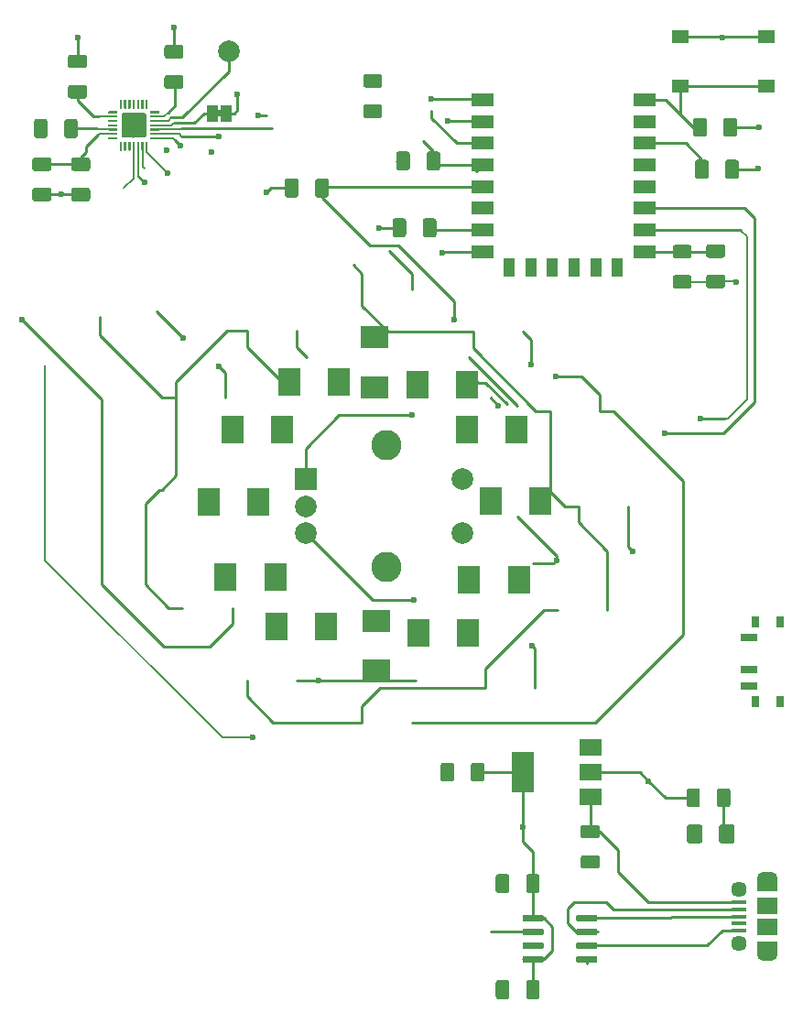
<source format=gbr>
G04 #@! TF.GenerationSoftware,KiCad,Pcbnew,(5.1.4)-1*
G04 #@! TF.CreationDate,2020-06-27T18:01:36-05:00*
G04 #@! TF.ProjectId,8266-dev,38323636-2d64-4657-962e-6b696361645f,rev?*
G04 #@! TF.SameCoordinates,Original*
G04 #@! TF.FileFunction,Copper,L2,Bot*
G04 #@! TF.FilePolarity,Positive*
%FSLAX46Y46*%
G04 Gerber Fmt 4.6, Leading zero omitted, Abs format (unit mm)*
G04 Created by KiCad (PCBNEW (5.1.4)-1) date 2020-06-27 18:01:36*
%MOMM*%
%LPD*%
G04 APERTURE LIST*
%ADD10C,0.100000*%
%ADD11R,2.000000X2.500000*%
%ADD12R,2.500000X2.000000*%
%ADD13R,1.100000X1.700000*%
%ADD14R,2.000000X1.200000*%
%ADD15C,1.250000*%
%ADD16R,1.000000X1.500000*%
%ADD17R,2.000000X2.000000*%
%ADD18C,2.000000*%
%ADD19C,2.800000*%
%ADD20R,0.800000X1.000000*%
%ADD21R,1.500000X0.700000*%
%ADD22C,0.200000*%
%ADD23C,2.300000*%
%ADD24R,1.550000X1.300000*%
%ADD25R,1.900000X1.500000*%
%ADD26C,1.450000*%
%ADD27R,1.350000X0.400000*%
%ADD28O,1.900000X1.200000*%
%ADD29R,1.900000X1.200000*%
%ADD30C,0.600000*%
%ADD31C,1.425000*%
%ADD32R,2.000000X3.800000*%
%ADD33R,2.000000X1.500000*%
%ADD34C,0.250000*%
%ADD35C,0.200000*%
G04 APERTURE END LIST*
D10*
G36*
X118550000Y-56500000D02*
G01*
X118050000Y-56500000D01*
X118050000Y-57100000D01*
X118550000Y-57100000D01*
X118550000Y-56500000D01*
G37*
D11*
X129400000Y-81600000D03*
X124800000Y-81600000D03*
D12*
X132700000Y-77500000D03*
X132700000Y-82100000D03*
D11*
X141200000Y-81900000D03*
X136600000Y-81900000D03*
X145800000Y-86000000D03*
X141200000Y-86000000D03*
X148000000Y-92600000D03*
X143400000Y-92600000D03*
X146000000Y-99900000D03*
X141400000Y-99900000D03*
X141300000Y-104800000D03*
X136700000Y-104800000D03*
D12*
X132800000Y-103700000D03*
X132800000Y-108300000D03*
D11*
X128200000Y-104200000D03*
X123600000Y-104200000D03*
X123500000Y-99700000D03*
X118900000Y-99700000D03*
X121900000Y-92700000D03*
X117300000Y-92700000D03*
X124100000Y-86000000D03*
X119500000Y-86000000D03*
D13*
X145113220Y-71071580D03*
X147113220Y-71071580D03*
X149113220Y-71071580D03*
X151113220Y-71071580D03*
X153113220Y-71071580D03*
X155113220Y-71071580D03*
D14*
X142613220Y-55571580D03*
X142613220Y-57571580D03*
X142613220Y-59571580D03*
X142613220Y-61571580D03*
X142613220Y-63571580D03*
X142613220Y-65571580D03*
X142613220Y-67571580D03*
X142613220Y-69571580D03*
X157613220Y-69571580D03*
X157613220Y-67571580D03*
X157613220Y-65571580D03*
X157613220Y-63571580D03*
X157613220Y-61571580D03*
X157613220Y-59571580D03*
X157613220Y-57571580D03*
X157613220Y-55571580D03*
D10*
G36*
X105849504Y-51376204D02*
G01*
X105873773Y-51379804D01*
X105897571Y-51385765D01*
X105920671Y-51394030D01*
X105942849Y-51404520D01*
X105963893Y-51417133D01*
X105983598Y-51431747D01*
X106001777Y-51448223D01*
X106018253Y-51466402D01*
X106032867Y-51486107D01*
X106045480Y-51507151D01*
X106055970Y-51529329D01*
X106064235Y-51552429D01*
X106070196Y-51576227D01*
X106073796Y-51600496D01*
X106075000Y-51625000D01*
X106075000Y-52375000D01*
X106073796Y-52399504D01*
X106070196Y-52423773D01*
X106064235Y-52447571D01*
X106055970Y-52470671D01*
X106045480Y-52492849D01*
X106032867Y-52513893D01*
X106018253Y-52533598D01*
X106001777Y-52551777D01*
X105983598Y-52568253D01*
X105963893Y-52582867D01*
X105942849Y-52595480D01*
X105920671Y-52605970D01*
X105897571Y-52614235D01*
X105873773Y-52620196D01*
X105849504Y-52623796D01*
X105825000Y-52625000D01*
X104575000Y-52625000D01*
X104550496Y-52623796D01*
X104526227Y-52620196D01*
X104502429Y-52614235D01*
X104479329Y-52605970D01*
X104457151Y-52595480D01*
X104436107Y-52582867D01*
X104416402Y-52568253D01*
X104398223Y-52551777D01*
X104381747Y-52533598D01*
X104367133Y-52513893D01*
X104354520Y-52492849D01*
X104344030Y-52470671D01*
X104335765Y-52447571D01*
X104329804Y-52423773D01*
X104326204Y-52399504D01*
X104325000Y-52375000D01*
X104325000Y-51625000D01*
X104326204Y-51600496D01*
X104329804Y-51576227D01*
X104335765Y-51552429D01*
X104344030Y-51529329D01*
X104354520Y-51507151D01*
X104367133Y-51486107D01*
X104381747Y-51466402D01*
X104398223Y-51448223D01*
X104416402Y-51431747D01*
X104436107Y-51417133D01*
X104457151Y-51404520D01*
X104479329Y-51394030D01*
X104502429Y-51385765D01*
X104526227Y-51379804D01*
X104550496Y-51376204D01*
X104575000Y-51375000D01*
X105825000Y-51375000D01*
X105849504Y-51376204D01*
X105849504Y-51376204D01*
G37*
D15*
X105200000Y-52000000D03*
D10*
G36*
X105849504Y-54176204D02*
G01*
X105873773Y-54179804D01*
X105897571Y-54185765D01*
X105920671Y-54194030D01*
X105942849Y-54204520D01*
X105963893Y-54217133D01*
X105983598Y-54231747D01*
X106001777Y-54248223D01*
X106018253Y-54266402D01*
X106032867Y-54286107D01*
X106045480Y-54307151D01*
X106055970Y-54329329D01*
X106064235Y-54352429D01*
X106070196Y-54376227D01*
X106073796Y-54400496D01*
X106075000Y-54425000D01*
X106075000Y-55175000D01*
X106073796Y-55199504D01*
X106070196Y-55223773D01*
X106064235Y-55247571D01*
X106055970Y-55270671D01*
X106045480Y-55292849D01*
X106032867Y-55313893D01*
X106018253Y-55333598D01*
X106001777Y-55351777D01*
X105983598Y-55368253D01*
X105963893Y-55382867D01*
X105942849Y-55395480D01*
X105920671Y-55405970D01*
X105897571Y-55414235D01*
X105873773Y-55420196D01*
X105849504Y-55423796D01*
X105825000Y-55425000D01*
X104575000Y-55425000D01*
X104550496Y-55423796D01*
X104526227Y-55420196D01*
X104502429Y-55414235D01*
X104479329Y-55405970D01*
X104457151Y-55395480D01*
X104436107Y-55382867D01*
X104416402Y-55368253D01*
X104398223Y-55351777D01*
X104381747Y-55333598D01*
X104367133Y-55313893D01*
X104354520Y-55292849D01*
X104344030Y-55270671D01*
X104335765Y-55247571D01*
X104329804Y-55223773D01*
X104326204Y-55199504D01*
X104325000Y-55175000D01*
X104325000Y-54425000D01*
X104326204Y-54400496D01*
X104329804Y-54376227D01*
X104335765Y-54352429D01*
X104344030Y-54329329D01*
X104354520Y-54307151D01*
X104367133Y-54286107D01*
X104381747Y-54266402D01*
X104398223Y-54248223D01*
X104416402Y-54231747D01*
X104436107Y-54217133D01*
X104457151Y-54204520D01*
X104479329Y-54194030D01*
X104502429Y-54185765D01*
X104526227Y-54179804D01*
X104550496Y-54176204D01*
X104575000Y-54175000D01*
X105825000Y-54175000D01*
X105849504Y-54176204D01*
X105849504Y-54176204D01*
G37*
D15*
X105200000Y-54800000D03*
D16*
X117650000Y-56800000D03*
X118950000Y-56800000D03*
D10*
G36*
X138499504Y-60326204D02*
G01*
X138523773Y-60329804D01*
X138547571Y-60335765D01*
X138570671Y-60344030D01*
X138592849Y-60354520D01*
X138613893Y-60367133D01*
X138633598Y-60381747D01*
X138651777Y-60398223D01*
X138668253Y-60416402D01*
X138682867Y-60436107D01*
X138695480Y-60457151D01*
X138705970Y-60479329D01*
X138714235Y-60502429D01*
X138720196Y-60526227D01*
X138723796Y-60550496D01*
X138725000Y-60575000D01*
X138725000Y-61825000D01*
X138723796Y-61849504D01*
X138720196Y-61873773D01*
X138714235Y-61897571D01*
X138705970Y-61920671D01*
X138695480Y-61942849D01*
X138682867Y-61963893D01*
X138668253Y-61983598D01*
X138651777Y-62001777D01*
X138633598Y-62018253D01*
X138613893Y-62032867D01*
X138592849Y-62045480D01*
X138570671Y-62055970D01*
X138547571Y-62064235D01*
X138523773Y-62070196D01*
X138499504Y-62073796D01*
X138475000Y-62075000D01*
X137725000Y-62075000D01*
X137700496Y-62073796D01*
X137676227Y-62070196D01*
X137652429Y-62064235D01*
X137629329Y-62055970D01*
X137607151Y-62045480D01*
X137586107Y-62032867D01*
X137566402Y-62018253D01*
X137548223Y-62001777D01*
X137531747Y-61983598D01*
X137517133Y-61963893D01*
X137504520Y-61942849D01*
X137494030Y-61920671D01*
X137485765Y-61897571D01*
X137479804Y-61873773D01*
X137476204Y-61849504D01*
X137475000Y-61825000D01*
X137475000Y-60575000D01*
X137476204Y-60550496D01*
X137479804Y-60526227D01*
X137485765Y-60502429D01*
X137494030Y-60479329D01*
X137504520Y-60457151D01*
X137517133Y-60436107D01*
X137531747Y-60416402D01*
X137548223Y-60398223D01*
X137566402Y-60381747D01*
X137586107Y-60367133D01*
X137607151Y-60354520D01*
X137629329Y-60344030D01*
X137652429Y-60335765D01*
X137676227Y-60329804D01*
X137700496Y-60326204D01*
X137725000Y-60325000D01*
X138475000Y-60325000D01*
X138499504Y-60326204D01*
X138499504Y-60326204D01*
G37*
D15*
X138100000Y-61200000D03*
D10*
G36*
X135699504Y-60326204D02*
G01*
X135723773Y-60329804D01*
X135747571Y-60335765D01*
X135770671Y-60344030D01*
X135792849Y-60354520D01*
X135813893Y-60367133D01*
X135833598Y-60381747D01*
X135851777Y-60398223D01*
X135868253Y-60416402D01*
X135882867Y-60436107D01*
X135895480Y-60457151D01*
X135905970Y-60479329D01*
X135914235Y-60502429D01*
X135920196Y-60526227D01*
X135923796Y-60550496D01*
X135925000Y-60575000D01*
X135925000Y-61825000D01*
X135923796Y-61849504D01*
X135920196Y-61873773D01*
X135914235Y-61897571D01*
X135905970Y-61920671D01*
X135895480Y-61942849D01*
X135882867Y-61963893D01*
X135868253Y-61983598D01*
X135851777Y-62001777D01*
X135833598Y-62018253D01*
X135813893Y-62032867D01*
X135792849Y-62045480D01*
X135770671Y-62055970D01*
X135747571Y-62064235D01*
X135723773Y-62070196D01*
X135699504Y-62073796D01*
X135675000Y-62075000D01*
X134925000Y-62075000D01*
X134900496Y-62073796D01*
X134876227Y-62070196D01*
X134852429Y-62064235D01*
X134829329Y-62055970D01*
X134807151Y-62045480D01*
X134786107Y-62032867D01*
X134766402Y-62018253D01*
X134748223Y-62001777D01*
X134731747Y-61983598D01*
X134717133Y-61963893D01*
X134704520Y-61942849D01*
X134694030Y-61920671D01*
X134685765Y-61897571D01*
X134679804Y-61873773D01*
X134676204Y-61849504D01*
X134675000Y-61825000D01*
X134675000Y-60575000D01*
X134676204Y-60550496D01*
X134679804Y-60526227D01*
X134685765Y-60502429D01*
X134694030Y-60479329D01*
X134704520Y-60457151D01*
X134717133Y-60436107D01*
X134731747Y-60416402D01*
X134748223Y-60398223D01*
X134766402Y-60381747D01*
X134786107Y-60367133D01*
X134807151Y-60354520D01*
X134829329Y-60344030D01*
X134852429Y-60335765D01*
X134876227Y-60329804D01*
X134900496Y-60326204D01*
X134925000Y-60325000D01*
X135675000Y-60325000D01*
X135699504Y-60326204D01*
X135699504Y-60326204D01*
G37*
D15*
X135300000Y-61200000D03*
D10*
G36*
X133149504Y-55976204D02*
G01*
X133173773Y-55979804D01*
X133197571Y-55985765D01*
X133220671Y-55994030D01*
X133242849Y-56004520D01*
X133263893Y-56017133D01*
X133283598Y-56031747D01*
X133301777Y-56048223D01*
X133318253Y-56066402D01*
X133332867Y-56086107D01*
X133345480Y-56107151D01*
X133355970Y-56129329D01*
X133364235Y-56152429D01*
X133370196Y-56176227D01*
X133373796Y-56200496D01*
X133375000Y-56225000D01*
X133375000Y-56975000D01*
X133373796Y-56999504D01*
X133370196Y-57023773D01*
X133364235Y-57047571D01*
X133355970Y-57070671D01*
X133345480Y-57092849D01*
X133332867Y-57113893D01*
X133318253Y-57133598D01*
X133301777Y-57151777D01*
X133283598Y-57168253D01*
X133263893Y-57182867D01*
X133242849Y-57195480D01*
X133220671Y-57205970D01*
X133197571Y-57214235D01*
X133173773Y-57220196D01*
X133149504Y-57223796D01*
X133125000Y-57225000D01*
X131875000Y-57225000D01*
X131850496Y-57223796D01*
X131826227Y-57220196D01*
X131802429Y-57214235D01*
X131779329Y-57205970D01*
X131757151Y-57195480D01*
X131736107Y-57182867D01*
X131716402Y-57168253D01*
X131698223Y-57151777D01*
X131681747Y-57133598D01*
X131667133Y-57113893D01*
X131654520Y-57092849D01*
X131644030Y-57070671D01*
X131635765Y-57047571D01*
X131629804Y-57023773D01*
X131626204Y-56999504D01*
X131625000Y-56975000D01*
X131625000Y-56225000D01*
X131626204Y-56200496D01*
X131629804Y-56176227D01*
X131635765Y-56152429D01*
X131644030Y-56129329D01*
X131654520Y-56107151D01*
X131667133Y-56086107D01*
X131681747Y-56066402D01*
X131698223Y-56048223D01*
X131716402Y-56031747D01*
X131736107Y-56017133D01*
X131757151Y-56004520D01*
X131779329Y-55994030D01*
X131802429Y-55985765D01*
X131826227Y-55979804D01*
X131850496Y-55976204D01*
X131875000Y-55975000D01*
X133125000Y-55975000D01*
X133149504Y-55976204D01*
X133149504Y-55976204D01*
G37*
D15*
X132500000Y-56600000D03*
D10*
G36*
X133149504Y-53176204D02*
G01*
X133173773Y-53179804D01*
X133197571Y-53185765D01*
X133220671Y-53194030D01*
X133242849Y-53204520D01*
X133263893Y-53217133D01*
X133283598Y-53231747D01*
X133301777Y-53248223D01*
X133318253Y-53266402D01*
X133332867Y-53286107D01*
X133345480Y-53307151D01*
X133355970Y-53329329D01*
X133364235Y-53352429D01*
X133370196Y-53376227D01*
X133373796Y-53400496D01*
X133375000Y-53425000D01*
X133375000Y-54175000D01*
X133373796Y-54199504D01*
X133370196Y-54223773D01*
X133364235Y-54247571D01*
X133355970Y-54270671D01*
X133345480Y-54292849D01*
X133332867Y-54313893D01*
X133318253Y-54333598D01*
X133301777Y-54351777D01*
X133283598Y-54368253D01*
X133263893Y-54382867D01*
X133242849Y-54395480D01*
X133220671Y-54405970D01*
X133197571Y-54414235D01*
X133173773Y-54420196D01*
X133149504Y-54423796D01*
X133125000Y-54425000D01*
X131875000Y-54425000D01*
X131850496Y-54423796D01*
X131826227Y-54420196D01*
X131802429Y-54414235D01*
X131779329Y-54405970D01*
X131757151Y-54395480D01*
X131736107Y-54382867D01*
X131716402Y-54368253D01*
X131698223Y-54351777D01*
X131681747Y-54333598D01*
X131667133Y-54313893D01*
X131654520Y-54292849D01*
X131644030Y-54270671D01*
X131635765Y-54247571D01*
X131629804Y-54223773D01*
X131626204Y-54199504D01*
X131625000Y-54175000D01*
X131625000Y-53425000D01*
X131626204Y-53400496D01*
X131629804Y-53376227D01*
X131635765Y-53352429D01*
X131644030Y-53329329D01*
X131654520Y-53307151D01*
X131667133Y-53286107D01*
X131681747Y-53266402D01*
X131698223Y-53248223D01*
X131716402Y-53231747D01*
X131736107Y-53217133D01*
X131757151Y-53204520D01*
X131779329Y-53194030D01*
X131802429Y-53185765D01*
X131826227Y-53179804D01*
X131850496Y-53176204D01*
X131875000Y-53175000D01*
X133125000Y-53175000D01*
X133149504Y-53176204D01*
X133149504Y-53176204D01*
G37*
D15*
X132500000Y-53800000D03*
D10*
G36*
X104999504Y-57326204D02*
G01*
X105023773Y-57329804D01*
X105047571Y-57335765D01*
X105070671Y-57344030D01*
X105092849Y-57354520D01*
X105113893Y-57367133D01*
X105133598Y-57381747D01*
X105151777Y-57398223D01*
X105168253Y-57416402D01*
X105182867Y-57436107D01*
X105195480Y-57457151D01*
X105205970Y-57479329D01*
X105214235Y-57502429D01*
X105220196Y-57526227D01*
X105223796Y-57550496D01*
X105225000Y-57575000D01*
X105225000Y-58825000D01*
X105223796Y-58849504D01*
X105220196Y-58873773D01*
X105214235Y-58897571D01*
X105205970Y-58920671D01*
X105195480Y-58942849D01*
X105182867Y-58963893D01*
X105168253Y-58983598D01*
X105151777Y-59001777D01*
X105133598Y-59018253D01*
X105113893Y-59032867D01*
X105092849Y-59045480D01*
X105070671Y-59055970D01*
X105047571Y-59064235D01*
X105023773Y-59070196D01*
X104999504Y-59073796D01*
X104975000Y-59075000D01*
X104225000Y-59075000D01*
X104200496Y-59073796D01*
X104176227Y-59070196D01*
X104152429Y-59064235D01*
X104129329Y-59055970D01*
X104107151Y-59045480D01*
X104086107Y-59032867D01*
X104066402Y-59018253D01*
X104048223Y-59001777D01*
X104031747Y-58983598D01*
X104017133Y-58963893D01*
X104004520Y-58942849D01*
X103994030Y-58920671D01*
X103985765Y-58897571D01*
X103979804Y-58873773D01*
X103976204Y-58849504D01*
X103975000Y-58825000D01*
X103975000Y-57575000D01*
X103976204Y-57550496D01*
X103979804Y-57526227D01*
X103985765Y-57502429D01*
X103994030Y-57479329D01*
X104004520Y-57457151D01*
X104017133Y-57436107D01*
X104031747Y-57416402D01*
X104048223Y-57398223D01*
X104066402Y-57381747D01*
X104086107Y-57367133D01*
X104107151Y-57354520D01*
X104129329Y-57344030D01*
X104152429Y-57335765D01*
X104176227Y-57329804D01*
X104200496Y-57326204D01*
X104225000Y-57325000D01*
X104975000Y-57325000D01*
X104999504Y-57326204D01*
X104999504Y-57326204D01*
G37*
D15*
X104600000Y-58200000D03*
D10*
G36*
X102199504Y-57326204D02*
G01*
X102223773Y-57329804D01*
X102247571Y-57335765D01*
X102270671Y-57344030D01*
X102292849Y-57354520D01*
X102313893Y-57367133D01*
X102333598Y-57381747D01*
X102351777Y-57398223D01*
X102368253Y-57416402D01*
X102382867Y-57436107D01*
X102395480Y-57457151D01*
X102405970Y-57479329D01*
X102414235Y-57502429D01*
X102420196Y-57526227D01*
X102423796Y-57550496D01*
X102425000Y-57575000D01*
X102425000Y-58825000D01*
X102423796Y-58849504D01*
X102420196Y-58873773D01*
X102414235Y-58897571D01*
X102405970Y-58920671D01*
X102395480Y-58942849D01*
X102382867Y-58963893D01*
X102368253Y-58983598D01*
X102351777Y-59001777D01*
X102333598Y-59018253D01*
X102313893Y-59032867D01*
X102292849Y-59045480D01*
X102270671Y-59055970D01*
X102247571Y-59064235D01*
X102223773Y-59070196D01*
X102199504Y-59073796D01*
X102175000Y-59075000D01*
X101425000Y-59075000D01*
X101400496Y-59073796D01*
X101376227Y-59070196D01*
X101352429Y-59064235D01*
X101329329Y-59055970D01*
X101307151Y-59045480D01*
X101286107Y-59032867D01*
X101266402Y-59018253D01*
X101248223Y-59001777D01*
X101231747Y-58983598D01*
X101217133Y-58963893D01*
X101204520Y-58942849D01*
X101194030Y-58920671D01*
X101185765Y-58897571D01*
X101179804Y-58873773D01*
X101176204Y-58849504D01*
X101175000Y-58825000D01*
X101175000Y-57575000D01*
X101176204Y-57550496D01*
X101179804Y-57526227D01*
X101185765Y-57502429D01*
X101194030Y-57479329D01*
X101204520Y-57457151D01*
X101217133Y-57436107D01*
X101231747Y-57416402D01*
X101248223Y-57398223D01*
X101266402Y-57381747D01*
X101286107Y-57367133D01*
X101307151Y-57354520D01*
X101329329Y-57344030D01*
X101352429Y-57335765D01*
X101376227Y-57329804D01*
X101400496Y-57326204D01*
X101425000Y-57325000D01*
X102175000Y-57325000D01*
X102199504Y-57326204D01*
X102199504Y-57326204D01*
G37*
D15*
X101800000Y-58200000D03*
D10*
G36*
X102549504Y-63676204D02*
G01*
X102573773Y-63679804D01*
X102597571Y-63685765D01*
X102620671Y-63694030D01*
X102642849Y-63704520D01*
X102663893Y-63717133D01*
X102683598Y-63731747D01*
X102701777Y-63748223D01*
X102718253Y-63766402D01*
X102732867Y-63786107D01*
X102745480Y-63807151D01*
X102755970Y-63829329D01*
X102764235Y-63852429D01*
X102770196Y-63876227D01*
X102773796Y-63900496D01*
X102775000Y-63925000D01*
X102775000Y-64675000D01*
X102773796Y-64699504D01*
X102770196Y-64723773D01*
X102764235Y-64747571D01*
X102755970Y-64770671D01*
X102745480Y-64792849D01*
X102732867Y-64813893D01*
X102718253Y-64833598D01*
X102701777Y-64851777D01*
X102683598Y-64868253D01*
X102663893Y-64882867D01*
X102642849Y-64895480D01*
X102620671Y-64905970D01*
X102597571Y-64914235D01*
X102573773Y-64920196D01*
X102549504Y-64923796D01*
X102525000Y-64925000D01*
X101275000Y-64925000D01*
X101250496Y-64923796D01*
X101226227Y-64920196D01*
X101202429Y-64914235D01*
X101179329Y-64905970D01*
X101157151Y-64895480D01*
X101136107Y-64882867D01*
X101116402Y-64868253D01*
X101098223Y-64851777D01*
X101081747Y-64833598D01*
X101067133Y-64813893D01*
X101054520Y-64792849D01*
X101044030Y-64770671D01*
X101035765Y-64747571D01*
X101029804Y-64723773D01*
X101026204Y-64699504D01*
X101025000Y-64675000D01*
X101025000Y-63925000D01*
X101026204Y-63900496D01*
X101029804Y-63876227D01*
X101035765Y-63852429D01*
X101044030Y-63829329D01*
X101054520Y-63807151D01*
X101067133Y-63786107D01*
X101081747Y-63766402D01*
X101098223Y-63748223D01*
X101116402Y-63731747D01*
X101136107Y-63717133D01*
X101157151Y-63704520D01*
X101179329Y-63694030D01*
X101202429Y-63685765D01*
X101226227Y-63679804D01*
X101250496Y-63676204D01*
X101275000Y-63675000D01*
X102525000Y-63675000D01*
X102549504Y-63676204D01*
X102549504Y-63676204D01*
G37*
D15*
X101900000Y-64300000D03*
D10*
G36*
X102549504Y-60876204D02*
G01*
X102573773Y-60879804D01*
X102597571Y-60885765D01*
X102620671Y-60894030D01*
X102642849Y-60904520D01*
X102663893Y-60917133D01*
X102683598Y-60931747D01*
X102701777Y-60948223D01*
X102718253Y-60966402D01*
X102732867Y-60986107D01*
X102745480Y-61007151D01*
X102755970Y-61029329D01*
X102764235Y-61052429D01*
X102770196Y-61076227D01*
X102773796Y-61100496D01*
X102775000Y-61125000D01*
X102775000Y-61875000D01*
X102773796Y-61899504D01*
X102770196Y-61923773D01*
X102764235Y-61947571D01*
X102755970Y-61970671D01*
X102745480Y-61992849D01*
X102732867Y-62013893D01*
X102718253Y-62033598D01*
X102701777Y-62051777D01*
X102683598Y-62068253D01*
X102663893Y-62082867D01*
X102642849Y-62095480D01*
X102620671Y-62105970D01*
X102597571Y-62114235D01*
X102573773Y-62120196D01*
X102549504Y-62123796D01*
X102525000Y-62125000D01*
X101275000Y-62125000D01*
X101250496Y-62123796D01*
X101226227Y-62120196D01*
X101202429Y-62114235D01*
X101179329Y-62105970D01*
X101157151Y-62095480D01*
X101136107Y-62082867D01*
X101116402Y-62068253D01*
X101098223Y-62051777D01*
X101081747Y-62033598D01*
X101067133Y-62013893D01*
X101054520Y-61992849D01*
X101044030Y-61970671D01*
X101035765Y-61947571D01*
X101029804Y-61923773D01*
X101026204Y-61899504D01*
X101025000Y-61875000D01*
X101025000Y-61125000D01*
X101026204Y-61100496D01*
X101029804Y-61076227D01*
X101035765Y-61052429D01*
X101044030Y-61029329D01*
X101054520Y-61007151D01*
X101067133Y-60986107D01*
X101081747Y-60966402D01*
X101098223Y-60948223D01*
X101116402Y-60931747D01*
X101136107Y-60917133D01*
X101157151Y-60904520D01*
X101179329Y-60894030D01*
X101202429Y-60885765D01*
X101226227Y-60879804D01*
X101250496Y-60876204D01*
X101275000Y-60875000D01*
X102525000Y-60875000D01*
X102549504Y-60876204D01*
X102549504Y-60876204D01*
G37*
D15*
X101900000Y-61500000D03*
D17*
X126300000Y-90600000D03*
D18*
X126300000Y-93100000D03*
X126300000Y-95600000D03*
D19*
X133800000Y-87500000D03*
X133800000Y-98700000D03*
D18*
X140800000Y-90600000D03*
X140800000Y-95600000D03*
D10*
G36*
X106149504Y-63676204D02*
G01*
X106173773Y-63679804D01*
X106197571Y-63685765D01*
X106220671Y-63694030D01*
X106242849Y-63704520D01*
X106263893Y-63717133D01*
X106283598Y-63731747D01*
X106301777Y-63748223D01*
X106318253Y-63766402D01*
X106332867Y-63786107D01*
X106345480Y-63807151D01*
X106355970Y-63829329D01*
X106364235Y-63852429D01*
X106370196Y-63876227D01*
X106373796Y-63900496D01*
X106375000Y-63925000D01*
X106375000Y-64675000D01*
X106373796Y-64699504D01*
X106370196Y-64723773D01*
X106364235Y-64747571D01*
X106355970Y-64770671D01*
X106345480Y-64792849D01*
X106332867Y-64813893D01*
X106318253Y-64833598D01*
X106301777Y-64851777D01*
X106283598Y-64868253D01*
X106263893Y-64882867D01*
X106242849Y-64895480D01*
X106220671Y-64905970D01*
X106197571Y-64914235D01*
X106173773Y-64920196D01*
X106149504Y-64923796D01*
X106125000Y-64925000D01*
X104875000Y-64925000D01*
X104850496Y-64923796D01*
X104826227Y-64920196D01*
X104802429Y-64914235D01*
X104779329Y-64905970D01*
X104757151Y-64895480D01*
X104736107Y-64882867D01*
X104716402Y-64868253D01*
X104698223Y-64851777D01*
X104681747Y-64833598D01*
X104667133Y-64813893D01*
X104654520Y-64792849D01*
X104644030Y-64770671D01*
X104635765Y-64747571D01*
X104629804Y-64723773D01*
X104626204Y-64699504D01*
X104625000Y-64675000D01*
X104625000Y-63925000D01*
X104626204Y-63900496D01*
X104629804Y-63876227D01*
X104635765Y-63852429D01*
X104644030Y-63829329D01*
X104654520Y-63807151D01*
X104667133Y-63786107D01*
X104681747Y-63766402D01*
X104698223Y-63748223D01*
X104716402Y-63731747D01*
X104736107Y-63717133D01*
X104757151Y-63704520D01*
X104779329Y-63694030D01*
X104802429Y-63685765D01*
X104826227Y-63679804D01*
X104850496Y-63676204D01*
X104875000Y-63675000D01*
X106125000Y-63675000D01*
X106149504Y-63676204D01*
X106149504Y-63676204D01*
G37*
D15*
X105500000Y-64300000D03*
D10*
G36*
X106149504Y-60876204D02*
G01*
X106173773Y-60879804D01*
X106197571Y-60885765D01*
X106220671Y-60894030D01*
X106242849Y-60904520D01*
X106263893Y-60917133D01*
X106283598Y-60931747D01*
X106301777Y-60948223D01*
X106318253Y-60966402D01*
X106332867Y-60986107D01*
X106345480Y-61007151D01*
X106355970Y-61029329D01*
X106364235Y-61052429D01*
X106370196Y-61076227D01*
X106373796Y-61100496D01*
X106375000Y-61125000D01*
X106375000Y-61875000D01*
X106373796Y-61899504D01*
X106370196Y-61923773D01*
X106364235Y-61947571D01*
X106355970Y-61970671D01*
X106345480Y-61992849D01*
X106332867Y-62013893D01*
X106318253Y-62033598D01*
X106301777Y-62051777D01*
X106283598Y-62068253D01*
X106263893Y-62082867D01*
X106242849Y-62095480D01*
X106220671Y-62105970D01*
X106197571Y-62114235D01*
X106173773Y-62120196D01*
X106149504Y-62123796D01*
X106125000Y-62125000D01*
X104875000Y-62125000D01*
X104850496Y-62123796D01*
X104826227Y-62120196D01*
X104802429Y-62114235D01*
X104779329Y-62105970D01*
X104757151Y-62095480D01*
X104736107Y-62082867D01*
X104716402Y-62068253D01*
X104698223Y-62051777D01*
X104681747Y-62033598D01*
X104667133Y-62013893D01*
X104654520Y-61992849D01*
X104644030Y-61970671D01*
X104635765Y-61947571D01*
X104629804Y-61923773D01*
X104626204Y-61899504D01*
X104625000Y-61875000D01*
X104625000Y-61125000D01*
X104626204Y-61100496D01*
X104629804Y-61076227D01*
X104635765Y-61052429D01*
X104644030Y-61029329D01*
X104654520Y-61007151D01*
X104667133Y-60986107D01*
X104681747Y-60966402D01*
X104698223Y-60948223D01*
X104716402Y-60931747D01*
X104736107Y-60917133D01*
X104757151Y-60904520D01*
X104779329Y-60894030D01*
X104802429Y-60885765D01*
X104826227Y-60879804D01*
X104850496Y-60876204D01*
X104875000Y-60875000D01*
X106125000Y-60875000D01*
X106149504Y-60876204D01*
X106149504Y-60876204D01*
G37*
D15*
X105500000Y-61500000D03*
D20*
X167920000Y-103850000D03*
X167920000Y-111150000D03*
X170130000Y-111150000D03*
X170130000Y-103850000D03*
D21*
X167270000Y-109750000D03*
X167270000Y-108250000D03*
X167270000Y-105250000D03*
D18*
X119200000Y-51100000D03*
D10*
G36*
X109254901Y-59425241D02*
G01*
X109259755Y-59425961D01*
X109264514Y-59427153D01*
X109269134Y-59428806D01*
X109273570Y-59430904D01*
X109277779Y-59433427D01*
X109281720Y-59436349D01*
X109285355Y-59439645D01*
X109288651Y-59443280D01*
X109291573Y-59447221D01*
X109294096Y-59451430D01*
X109296194Y-59455866D01*
X109297847Y-59460486D01*
X109299039Y-59465245D01*
X109299759Y-59470099D01*
X109300000Y-59475000D01*
X109300000Y-60200000D01*
X109299759Y-60204901D01*
X109299039Y-60209755D01*
X109297847Y-60214514D01*
X109296194Y-60219134D01*
X109294096Y-60223570D01*
X109291573Y-60227779D01*
X109288651Y-60231720D01*
X109285355Y-60235355D01*
X109281720Y-60238651D01*
X109277779Y-60241573D01*
X109273570Y-60244096D01*
X109269134Y-60246194D01*
X109264514Y-60247847D01*
X109259755Y-60249039D01*
X109254901Y-60249759D01*
X109250000Y-60250000D01*
X109150000Y-60250000D01*
X109145099Y-60249759D01*
X109140245Y-60249039D01*
X109135486Y-60247847D01*
X109130866Y-60246194D01*
X109126430Y-60244096D01*
X109122221Y-60241573D01*
X109118280Y-60238651D01*
X109114645Y-60235355D01*
X109111349Y-60231720D01*
X109108427Y-60227779D01*
X109105904Y-60223570D01*
X109103806Y-60219134D01*
X109102153Y-60214514D01*
X109100961Y-60209755D01*
X109100241Y-60204901D01*
X109100000Y-60200000D01*
X109100000Y-59475000D01*
X109100241Y-59470099D01*
X109100961Y-59465245D01*
X109102153Y-59460486D01*
X109103806Y-59455866D01*
X109105904Y-59451430D01*
X109108427Y-59447221D01*
X109111349Y-59443280D01*
X109114645Y-59439645D01*
X109118280Y-59436349D01*
X109122221Y-59433427D01*
X109126430Y-59430904D01*
X109130866Y-59428806D01*
X109135486Y-59427153D01*
X109140245Y-59425961D01*
X109145099Y-59425241D01*
X109150000Y-59425000D01*
X109250000Y-59425000D01*
X109254901Y-59425241D01*
X109254901Y-59425241D01*
G37*
D22*
X109200000Y-59837500D03*
D10*
G36*
X109654901Y-59425241D02*
G01*
X109659755Y-59425961D01*
X109664514Y-59427153D01*
X109669134Y-59428806D01*
X109673570Y-59430904D01*
X109677779Y-59433427D01*
X109681720Y-59436349D01*
X109685355Y-59439645D01*
X109688651Y-59443280D01*
X109691573Y-59447221D01*
X109694096Y-59451430D01*
X109696194Y-59455866D01*
X109697847Y-59460486D01*
X109699039Y-59465245D01*
X109699759Y-59470099D01*
X109700000Y-59475000D01*
X109700000Y-60200000D01*
X109699759Y-60204901D01*
X109699039Y-60209755D01*
X109697847Y-60214514D01*
X109696194Y-60219134D01*
X109694096Y-60223570D01*
X109691573Y-60227779D01*
X109688651Y-60231720D01*
X109685355Y-60235355D01*
X109681720Y-60238651D01*
X109677779Y-60241573D01*
X109673570Y-60244096D01*
X109669134Y-60246194D01*
X109664514Y-60247847D01*
X109659755Y-60249039D01*
X109654901Y-60249759D01*
X109650000Y-60250000D01*
X109550000Y-60250000D01*
X109545099Y-60249759D01*
X109540245Y-60249039D01*
X109535486Y-60247847D01*
X109530866Y-60246194D01*
X109526430Y-60244096D01*
X109522221Y-60241573D01*
X109518280Y-60238651D01*
X109514645Y-60235355D01*
X109511349Y-60231720D01*
X109508427Y-60227779D01*
X109505904Y-60223570D01*
X109503806Y-60219134D01*
X109502153Y-60214514D01*
X109500961Y-60209755D01*
X109500241Y-60204901D01*
X109500000Y-60200000D01*
X109500000Y-59475000D01*
X109500241Y-59470099D01*
X109500961Y-59465245D01*
X109502153Y-59460486D01*
X109503806Y-59455866D01*
X109505904Y-59451430D01*
X109508427Y-59447221D01*
X109511349Y-59443280D01*
X109514645Y-59439645D01*
X109518280Y-59436349D01*
X109522221Y-59433427D01*
X109526430Y-59430904D01*
X109530866Y-59428806D01*
X109535486Y-59427153D01*
X109540245Y-59425961D01*
X109545099Y-59425241D01*
X109550000Y-59425000D01*
X109650000Y-59425000D01*
X109654901Y-59425241D01*
X109654901Y-59425241D01*
G37*
D22*
X109600000Y-59837500D03*
D10*
G36*
X110054901Y-59425241D02*
G01*
X110059755Y-59425961D01*
X110064514Y-59427153D01*
X110069134Y-59428806D01*
X110073570Y-59430904D01*
X110077779Y-59433427D01*
X110081720Y-59436349D01*
X110085355Y-59439645D01*
X110088651Y-59443280D01*
X110091573Y-59447221D01*
X110094096Y-59451430D01*
X110096194Y-59455866D01*
X110097847Y-59460486D01*
X110099039Y-59465245D01*
X110099759Y-59470099D01*
X110100000Y-59475000D01*
X110100000Y-60200000D01*
X110099759Y-60204901D01*
X110099039Y-60209755D01*
X110097847Y-60214514D01*
X110096194Y-60219134D01*
X110094096Y-60223570D01*
X110091573Y-60227779D01*
X110088651Y-60231720D01*
X110085355Y-60235355D01*
X110081720Y-60238651D01*
X110077779Y-60241573D01*
X110073570Y-60244096D01*
X110069134Y-60246194D01*
X110064514Y-60247847D01*
X110059755Y-60249039D01*
X110054901Y-60249759D01*
X110050000Y-60250000D01*
X109950000Y-60250000D01*
X109945099Y-60249759D01*
X109940245Y-60249039D01*
X109935486Y-60247847D01*
X109930866Y-60246194D01*
X109926430Y-60244096D01*
X109922221Y-60241573D01*
X109918280Y-60238651D01*
X109914645Y-60235355D01*
X109911349Y-60231720D01*
X109908427Y-60227779D01*
X109905904Y-60223570D01*
X109903806Y-60219134D01*
X109902153Y-60214514D01*
X109900961Y-60209755D01*
X109900241Y-60204901D01*
X109900000Y-60200000D01*
X109900000Y-59475000D01*
X109900241Y-59470099D01*
X109900961Y-59465245D01*
X109902153Y-59460486D01*
X109903806Y-59455866D01*
X109905904Y-59451430D01*
X109908427Y-59447221D01*
X109911349Y-59443280D01*
X109914645Y-59439645D01*
X109918280Y-59436349D01*
X109922221Y-59433427D01*
X109926430Y-59430904D01*
X109930866Y-59428806D01*
X109935486Y-59427153D01*
X109940245Y-59425961D01*
X109945099Y-59425241D01*
X109950000Y-59425000D01*
X110050000Y-59425000D01*
X110054901Y-59425241D01*
X110054901Y-59425241D01*
G37*
D22*
X110000000Y-59837500D03*
D10*
G36*
X110454901Y-59425241D02*
G01*
X110459755Y-59425961D01*
X110464514Y-59427153D01*
X110469134Y-59428806D01*
X110473570Y-59430904D01*
X110477779Y-59433427D01*
X110481720Y-59436349D01*
X110485355Y-59439645D01*
X110488651Y-59443280D01*
X110491573Y-59447221D01*
X110494096Y-59451430D01*
X110496194Y-59455866D01*
X110497847Y-59460486D01*
X110499039Y-59465245D01*
X110499759Y-59470099D01*
X110500000Y-59475000D01*
X110500000Y-60200000D01*
X110499759Y-60204901D01*
X110499039Y-60209755D01*
X110497847Y-60214514D01*
X110496194Y-60219134D01*
X110494096Y-60223570D01*
X110491573Y-60227779D01*
X110488651Y-60231720D01*
X110485355Y-60235355D01*
X110481720Y-60238651D01*
X110477779Y-60241573D01*
X110473570Y-60244096D01*
X110469134Y-60246194D01*
X110464514Y-60247847D01*
X110459755Y-60249039D01*
X110454901Y-60249759D01*
X110450000Y-60250000D01*
X110350000Y-60250000D01*
X110345099Y-60249759D01*
X110340245Y-60249039D01*
X110335486Y-60247847D01*
X110330866Y-60246194D01*
X110326430Y-60244096D01*
X110322221Y-60241573D01*
X110318280Y-60238651D01*
X110314645Y-60235355D01*
X110311349Y-60231720D01*
X110308427Y-60227779D01*
X110305904Y-60223570D01*
X110303806Y-60219134D01*
X110302153Y-60214514D01*
X110300961Y-60209755D01*
X110300241Y-60204901D01*
X110300000Y-60200000D01*
X110300000Y-59475000D01*
X110300241Y-59470099D01*
X110300961Y-59465245D01*
X110302153Y-59460486D01*
X110303806Y-59455866D01*
X110305904Y-59451430D01*
X110308427Y-59447221D01*
X110311349Y-59443280D01*
X110314645Y-59439645D01*
X110318280Y-59436349D01*
X110322221Y-59433427D01*
X110326430Y-59430904D01*
X110330866Y-59428806D01*
X110335486Y-59427153D01*
X110340245Y-59425961D01*
X110345099Y-59425241D01*
X110350000Y-59425000D01*
X110450000Y-59425000D01*
X110454901Y-59425241D01*
X110454901Y-59425241D01*
G37*
D22*
X110400000Y-59837500D03*
D10*
G36*
X110854901Y-59425241D02*
G01*
X110859755Y-59425961D01*
X110864514Y-59427153D01*
X110869134Y-59428806D01*
X110873570Y-59430904D01*
X110877779Y-59433427D01*
X110881720Y-59436349D01*
X110885355Y-59439645D01*
X110888651Y-59443280D01*
X110891573Y-59447221D01*
X110894096Y-59451430D01*
X110896194Y-59455866D01*
X110897847Y-59460486D01*
X110899039Y-59465245D01*
X110899759Y-59470099D01*
X110900000Y-59475000D01*
X110900000Y-60200000D01*
X110899759Y-60204901D01*
X110899039Y-60209755D01*
X110897847Y-60214514D01*
X110896194Y-60219134D01*
X110894096Y-60223570D01*
X110891573Y-60227779D01*
X110888651Y-60231720D01*
X110885355Y-60235355D01*
X110881720Y-60238651D01*
X110877779Y-60241573D01*
X110873570Y-60244096D01*
X110869134Y-60246194D01*
X110864514Y-60247847D01*
X110859755Y-60249039D01*
X110854901Y-60249759D01*
X110850000Y-60250000D01*
X110750000Y-60250000D01*
X110745099Y-60249759D01*
X110740245Y-60249039D01*
X110735486Y-60247847D01*
X110730866Y-60246194D01*
X110726430Y-60244096D01*
X110722221Y-60241573D01*
X110718280Y-60238651D01*
X110714645Y-60235355D01*
X110711349Y-60231720D01*
X110708427Y-60227779D01*
X110705904Y-60223570D01*
X110703806Y-60219134D01*
X110702153Y-60214514D01*
X110700961Y-60209755D01*
X110700241Y-60204901D01*
X110700000Y-60200000D01*
X110700000Y-59475000D01*
X110700241Y-59470099D01*
X110700961Y-59465245D01*
X110702153Y-59460486D01*
X110703806Y-59455866D01*
X110705904Y-59451430D01*
X110708427Y-59447221D01*
X110711349Y-59443280D01*
X110714645Y-59439645D01*
X110718280Y-59436349D01*
X110722221Y-59433427D01*
X110726430Y-59430904D01*
X110730866Y-59428806D01*
X110735486Y-59427153D01*
X110740245Y-59425961D01*
X110745099Y-59425241D01*
X110750000Y-59425000D01*
X110850000Y-59425000D01*
X110854901Y-59425241D01*
X110854901Y-59425241D01*
G37*
D22*
X110800000Y-59837500D03*
D10*
G36*
X111254901Y-59425241D02*
G01*
X111259755Y-59425961D01*
X111264514Y-59427153D01*
X111269134Y-59428806D01*
X111273570Y-59430904D01*
X111277779Y-59433427D01*
X111281720Y-59436349D01*
X111285355Y-59439645D01*
X111288651Y-59443280D01*
X111291573Y-59447221D01*
X111294096Y-59451430D01*
X111296194Y-59455866D01*
X111297847Y-59460486D01*
X111299039Y-59465245D01*
X111299759Y-59470099D01*
X111300000Y-59475000D01*
X111300000Y-60200000D01*
X111299759Y-60204901D01*
X111299039Y-60209755D01*
X111297847Y-60214514D01*
X111296194Y-60219134D01*
X111294096Y-60223570D01*
X111291573Y-60227779D01*
X111288651Y-60231720D01*
X111285355Y-60235355D01*
X111281720Y-60238651D01*
X111277779Y-60241573D01*
X111273570Y-60244096D01*
X111269134Y-60246194D01*
X111264514Y-60247847D01*
X111259755Y-60249039D01*
X111254901Y-60249759D01*
X111250000Y-60250000D01*
X111150000Y-60250000D01*
X111145099Y-60249759D01*
X111140245Y-60249039D01*
X111135486Y-60247847D01*
X111130866Y-60246194D01*
X111126430Y-60244096D01*
X111122221Y-60241573D01*
X111118280Y-60238651D01*
X111114645Y-60235355D01*
X111111349Y-60231720D01*
X111108427Y-60227779D01*
X111105904Y-60223570D01*
X111103806Y-60219134D01*
X111102153Y-60214514D01*
X111100961Y-60209755D01*
X111100241Y-60204901D01*
X111100000Y-60200000D01*
X111100000Y-59475000D01*
X111100241Y-59470099D01*
X111100961Y-59465245D01*
X111102153Y-59460486D01*
X111103806Y-59455866D01*
X111105904Y-59451430D01*
X111108427Y-59447221D01*
X111111349Y-59443280D01*
X111114645Y-59439645D01*
X111118280Y-59436349D01*
X111122221Y-59433427D01*
X111126430Y-59430904D01*
X111130866Y-59428806D01*
X111135486Y-59427153D01*
X111140245Y-59425961D01*
X111145099Y-59425241D01*
X111150000Y-59425000D01*
X111250000Y-59425000D01*
X111254901Y-59425241D01*
X111254901Y-59425241D01*
G37*
D22*
X111200000Y-59837500D03*
D10*
G36*
X111654901Y-59425241D02*
G01*
X111659755Y-59425961D01*
X111664514Y-59427153D01*
X111669134Y-59428806D01*
X111673570Y-59430904D01*
X111677779Y-59433427D01*
X111681720Y-59436349D01*
X111685355Y-59439645D01*
X111688651Y-59443280D01*
X111691573Y-59447221D01*
X111694096Y-59451430D01*
X111696194Y-59455866D01*
X111697847Y-59460486D01*
X111699039Y-59465245D01*
X111699759Y-59470099D01*
X111700000Y-59475000D01*
X111700000Y-60200000D01*
X111699759Y-60204901D01*
X111699039Y-60209755D01*
X111697847Y-60214514D01*
X111696194Y-60219134D01*
X111694096Y-60223570D01*
X111691573Y-60227779D01*
X111688651Y-60231720D01*
X111685355Y-60235355D01*
X111681720Y-60238651D01*
X111677779Y-60241573D01*
X111673570Y-60244096D01*
X111669134Y-60246194D01*
X111664514Y-60247847D01*
X111659755Y-60249039D01*
X111654901Y-60249759D01*
X111650000Y-60250000D01*
X111550000Y-60250000D01*
X111545099Y-60249759D01*
X111540245Y-60249039D01*
X111535486Y-60247847D01*
X111530866Y-60246194D01*
X111526430Y-60244096D01*
X111522221Y-60241573D01*
X111518280Y-60238651D01*
X111514645Y-60235355D01*
X111511349Y-60231720D01*
X111508427Y-60227779D01*
X111505904Y-60223570D01*
X111503806Y-60219134D01*
X111502153Y-60214514D01*
X111500961Y-60209755D01*
X111500241Y-60204901D01*
X111500000Y-60200000D01*
X111500000Y-59475000D01*
X111500241Y-59470099D01*
X111500961Y-59465245D01*
X111502153Y-59460486D01*
X111503806Y-59455866D01*
X111505904Y-59451430D01*
X111508427Y-59447221D01*
X111511349Y-59443280D01*
X111514645Y-59439645D01*
X111518280Y-59436349D01*
X111522221Y-59433427D01*
X111526430Y-59430904D01*
X111530866Y-59428806D01*
X111535486Y-59427153D01*
X111540245Y-59425961D01*
X111545099Y-59425241D01*
X111550000Y-59425000D01*
X111650000Y-59425000D01*
X111654901Y-59425241D01*
X111654901Y-59425241D01*
G37*
D22*
X111600000Y-59837500D03*
D10*
G36*
X112704901Y-59000241D02*
G01*
X112709755Y-59000961D01*
X112714514Y-59002153D01*
X112719134Y-59003806D01*
X112723570Y-59005904D01*
X112727779Y-59008427D01*
X112731720Y-59011349D01*
X112735355Y-59014645D01*
X112738651Y-59018280D01*
X112741573Y-59022221D01*
X112744096Y-59026430D01*
X112746194Y-59030866D01*
X112747847Y-59035486D01*
X112749039Y-59040245D01*
X112749759Y-59045099D01*
X112750000Y-59050000D01*
X112750000Y-59150000D01*
X112749759Y-59154901D01*
X112749039Y-59159755D01*
X112747847Y-59164514D01*
X112746194Y-59169134D01*
X112744096Y-59173570D01*
X112741573Y-59177779D01*
X112738651Y-59181720D01*
X112735355Y-59185355D01*
X112731720Y-59188651D01*
X112727779Y-59191573D01*
X112723570Y-59194096D01*
X112719134Y-59196194D01*
X112714514Y-59197847D01*
X112709755Y-59199039D01*
X112704901Y-59199759D01*
X112700000Y-59200000D01*
X111975000Y-59200000D01*
X111970099Y-59199759D01*
X111965245Y-59199039D01*
X111960486Y-59197847D01*
X111955866Y-59196194D01*
X111951430Y-59194096D01*
X111947221Y-59191573D01*
X111943280Y-59188651D01*
X111939645Y-59185355D01*
X111936349Y-59181720D01*
X111933427Y-59177779D01*
X111930904Y-59173570D01*
X111928806Y-59169134D01*
X111927153Y-59164514D01*
X111925961Y-59159755D01*
X111925241Y-59154901D01*
X111925000Y-59150000D01*
X111925000Y-59050000D01*
X111925241Y-59045099D01*
X111925961Y-59040245D01*
X111927153Y-59035486D01*
X111928806Y-59030866D01*
X111930904Y-59026430D01*
X111933427Y-59022221D01*
X111936349Y-59018280D01*
X111939645Y-59014645D01*
X111943280Y-59011349D01*
X111947221Y-59008427D01*
X111951430Y-59005904D01*
X111955866Y-59003806D01*
X111960486Y-59002153D01*
X111965245Y-59000961D01*
X111970099Y-59000241D01*
X111975000Y-59000000D01*
X112700000Y-59000000D01*
X112704901Y-59000241D01*
X112704901Y-59000241D01*
G37*
D22*
X112337500Y-59100000D03*
D10*
G36*
X112704901Y-58600241D02*
G01*
X112709755Y-58600961D01*
X112714514Y-58602153D01*
X112719134Y-58603806D01*
X112723570Y-58605904D01*
X112727779Y-58608427D01*
X112731720Y-58611349D01*
X112735355Y-58614645D01*
X112738651Y-58618280D01*
X112741573Y-58622221D01*
X112744096Y-58626430D01*
X112746194Y-58630866D01*
X112747847Y-58635486D01*
X112749039Y-58640245D01*
X112749759Y-58645099D01*
X112750000Y-58650000D01*
X112750000Y-58750000D01*
X112749759Y-58754901D01*
X112749039Y-58759755D01*
X112747847Y-58764514D01*
X112746194Y-58769134D01*
X112744096Y-58773570D01*
X112741573Y-58777779D01*
X112738651Y-58781720D01*
X112735355Y-58785355D01*
X112731720Y-58788651D01*
X112727779Y-58791573D01*
X112723570Y-58794096D01*
X112719134Y-58796194D01*
X112714514Y-58797847D01*
X112709755Y-58799039D01*
X112704901Y-58799759D01*
X112700000Y-58800000D01*
X111975000Y-58800000D01*
X111970099Y-58799759D01*
X111965245Y-58799039D01*
X111960486Y-58797847D01*
X111955866Y-58796194D01*
X111951430Y-58794096D01*
X111947221Y-58791573D01*
X111943280Y-58788651D01*
X111939645Y-58785355D01*
X111936349Y-58781720D01*
X111933427Y-58777779D01*
X111930904Y-58773570D01*
X111928806Y-58769134D01*
X111927153Y-58764514D01*
X111925961Y-58759755D01*
X111925241Y-58754901D01*
X111925000Y-58750000D01*
X111925000Y-58650000D01*
X111925241Y-58645099D01*
X111925961Y-58640245D01*
X111927153Y-58635486D01*
X111928806Y-58630866D01*
X111930904Y-58626430D01*
X111933427Y-58622221D01*
X111936349Y-58618280D01*
X111939645Y-58614645D01*
X111943280Y-58611349D01*
X111947221Y-58608427D01*
X111951430Y-58605904D01*
X111955866Y-58603806D01*
X111960486Y-58602153D01*
X111965245Y-58600961D01*
X111970099Y-58600241D01*
X111975000Y-58600000D01*
X112700000Y-58600000D01*
X112704901Y-58600241D01*
X112704901Y-58600241D01*
G37*
D22*
X112337500Y-58700000D03*
D10*
G36*
X112704901Y-58200241D02*
G01*
X112709755Y-58200961D01*
X112714514Y-58202153D01*
X112719134Y-58203806D01*
X112723570Y-58205904D01*
X112727779Y-58208427D01*
X112731720Y-58211349D01*
X112735355Y-58214645D01*
X112738651Y-58218280D01*
X112741573Y-58222221D01*
X112744096Y-58226430D01*
X112746194Y-58230866D01*
X112747847Y-58235486D01*
X112749039Y-58240245D01*
X112749759Y-58245099D01*
X112750000Y-58250000D01*
X112750000Y-58350000D01*
X112749759Y-58354901D01*
X112749039Y-58359755D01*
X112747847Y-58364514D01*
X112746194Y-58369134D01*
X112744096Y-58373570D01*
X112741573Y-58377779D01*
X112738651Y-58381720D01*
X112735355Y-58385355D01*
X112731720Y-58388651D01*
X112727779Y-58391573D01*
X112723570Y-58394096D01*
X112719134Y-58396194D01*
X112714514Y-58397847D01*
X112709755Y-58399039D01*
X112704901Y-58399759D01*
X112700000Y-58400000D01*
X111975000Y-58400000D01*
X111970099Y-58399759D01*
X111965245Y-58399039D01*
X111960486Y-58397847D01*
X111955866Y-58396194D01*
X111951430Y-58394096D01*
X111947221Y-58391573D01*
X111943280Y-58388651D01*
X111939645Y-58385355D01*
X111936349Y-58381720D01*
X111933427Y-58377779D01*
X111930904Y-58373570D01*
X111928806Y-58369134D01*
X111927153Y-58364514D01*
X111925961Y-58359755D01*
X111925241Y-58354901D01*
X111925000Y-58350000D01*
X111925000Y-58250000D01*
X111925241Y-58245099D01*
X111925961Y-58240245D01*
X111927153Y-58235486D01*
X111928806Y-58230866D01*
X111930904Y-58226430D01*
X111933427Y-58222221D01*
X111936349Y-58218280D01*
X111939645Y-58214645D01*
X111943280Y-58211349D01*
X111947221Y-58208427D01*
X111951430Y-58205904D01*
X111955866Y-58203806D01*
X111960486Y-58202153D01*
X111965245Y-58200961D01*
X111970099Y-58200241D01*
X111975000Y-58200000D01*
X112700000Y-58200000D01*
X112704901Y-58200241D01*
X112704901Y-58200241D01*
G37*
D22*
X112337500Y-58300000D03*
D10*
G36*
X112704901Y-57800241D02*
G01*
X112709755Y-57800961D01*
X112714514Y-57802153D01*
X112719134Y-57803806D01*
X112723570Y-57805904D01*
X112727779Y-57808427D01*
X112731720Y-57811349D01*
X112735355Y-57814645D01*
X112738651Y-57818280D01*
X112741573Y-57822221D01*
X112744096Y-57826430D01*
X112746194Y-57830866D01*
X112747847Y-57835486D01*
X112749039Y-57840245D01*
X112749759Y-57845099D01*
X112750000Y-57850000D01*
X112750000Y-57950000D01*
X112749759Y-57954901D01*
X112749039Y-57959755D01*
X112747847Y-57964514D01*
X112746194Y-57969134D01*
X112744096Y-57973570D01*
X112741573Y-57977779D01*
X112738651Y-57981720D01*
X112735355Y-57985355D01*
X112731720Y-57988651D01*
X112727779Y-57991573D01*
X112723570Y-57994096D01*
X112719134Y-57996194D01*
X112714514Y-57997847D01*
X112709755Y-57999039D01*
X112704901Y-57999759D01*
X112700000Y-58000000D01*
X111975000Y-58000000D01*
X111970099Y-57999759D01*
X111965245Y-57999039D01*
X111960486Y-57997847D01*
X111955866Y-57996194D01*
X111951430Y-57994096D01*
X111947221Y-57991573D01*
X111943280Y-57988651D01*
X111939645Y-57985355D01*
X111936349Y-57981720D01*
X111933427Y-57977779D01*
X111930904Y-57973570D01*
X111928806Y-57969134D01*
X111927153Y-57964514D01*
X111925961Y-57959755D01*
X111925241Y-57954901D01*
X111925000Y-57950000D01*
X111925000Y-57850000D01*
X111925241Y-57845099D01*
X111925961Y-57840245D01*
X111927153Y-57835486D01*
X111928806Y-57830866D01*
X111930904Y-57826430D01*
X111933427Y-57822221D01*
X111936349Y-57818280D01*
X111939645Y-57814645D01*
X111943280Y-57811349D01*
X111947221Y-57808427D01*
X111951430Y-57805904D01*
X111955866Y-57803806D01*
X111960486Y-57802153D01*
X111965245Y-57800961D01*
X111970099Y-57800241D01*
X111975000Y-57800000D01*
X112700000Y-57800000D01*
X112704901Y-57800241D01*
X112704901Y-57800241D01*
G37*
D22*
X112337500Y-57900000D03*
D10*
G36*
X112704901Y-57400241D02*
G01*
X112709755Y-57400961D01*
X112714514Y-57402153D01*
X112719134Y-57403806D01*
X112723570Y-57405904D01*
X112727779Y-57408427D01*
X112731720Y-57411349D01*
X112735355Y-57414645D01*
X112738651Y-57418280D01*
X112741573Y-57422221D01*
X112744096Y-57426430D01*
X112746194Y-57430866D01*
X112747847Y-57435486D01*
X112749039Y-57440245D01*
X112749759Y-57445099D01*
X112750000Y-57450000D01*
X112750000Y-57550000D01*
X112749759Y-57554901D01*
X112749039Y-57559755D01*
X112747847Y-57564514D01*
X112746194Y-57569134D01*
X112744096Y-57573570D01*
X112741573Y-57577779D01*
X112738651Y-57581720D01*
X112735355Y-57585355D01*
X112731720Y-57588651D01*
X112727779Y-57591573D01*
X112723570Y-57594096D01*
X112719134Y-57596194D01*
X112714514Y-57597847D01*
X112709755Y-57599039D01*
X112704901Y-57599759D01*
X112700000Y-57600000D01*
X111975000Y-57600000D01*
X111970099Y-57599759D01*
X111965245Y-57599039D01*
X111960486Y-57597847D01*
X111955866Y-57596194D01*
X111951430Y-57594096D01*
X111947221Y-57591573D01*
X111943280Y-57588651D01*
X111939645Y-57585355D01*
X111936349Y-57581720D01*
X111933427Y-57577779D01*
X111930904Y-57573570D01*
X111928806Y-57569134D01*
X111927153Y-57564514D01*
X111925961Y-57559755D01*
X111925241Y-57554901D01*
X111925000Y-57550000D01*
X111925000Y-57450000D01*
X111925241Y-57445099D01*
X111925961Y-57440245D01*
X111927153Y-57435486D01*
X111928806Y-57430866D01*
X111930904Y-57426430D01*
X111933427Y-57422221D01*
X111936349Y-57418280D01*
X111939645Y-57414645D01*
X111943280Y-57411349D01*
X111947221Y-57408427D01*
X111951430Y-57405904D01*
X111955866Y-57403806D01*
X111960486Y-57402153D01*
X111965245Y-57400961D01*
X111970099Y-57400241D01*
X111975000Y-57400000D01*
X112700000Y-57400000D01*
X112704901Y-57400241D01*
X112704901Y-57400241D01*
G37*
D22*
X112337500Y-57500000D03*
D10*
G36*
X112704901Y-57000241D02*
G01*
X112709755Y-57000961D01*
X112714514Y-57002153D01*
X112719134Y-57003806D01*
X112723570Y-57005904D01*
X112727779Y-57008427D01*
X112731720Y-57011349D01*
X112735355Y-57014645D01*
X112738651Y-57018280D01*
X112741573Y-57022221D01*
X112744096Y-57026430D01*
X112746194Y-57030866D01*
X112747847Y-57035486D01*
X112749039Y-57040245D01*
X112749759Y-57045099D01*
X112750000Y-57050000D01*
X112750000Y-57150000D01*
X112749759Y-57154901D01*
X112749039Y-57159755D01*
X112747847Y-57164514D01*
X112746194Y-57169134D01*
X112744096Y-57173570D01*
X112741573Y-57177779D01*
X112738651Y-57181720D01*
X112735355Y-57185355D01*
X112731720Y-57188651D01*
X112727779Y-57191573D01*
X112723570Y-57194096D01*
X112719134Y-57196194D01*
X112714514Y-57197847D01*
X112709755Y-57199039D01*
X112704901Y-57199759D01*
X112700000Y-57200000D01*
X111975000Y-57200000D01*
X111970099Y-57199759D01*
X111965245Y-57199039D01*
X111960486Y-57197847D01*
X111955866Y-57196194D01*
X111951430Y-57194096D01*
X111947221Y-57191573D01*
X111943280Y-57188651D01*
X111939645Y-57185355D01*
X111936349Y-57181720D01*
X111933427Y-57177779D01*
X111930904Y-57173570D01*
X111928806Y-57169134D01*
X111927153Y-57164514D01*
X111925961Y-57159755D01*
X111925241Y-57154901D01*
X111925000Y-57150000D01*
X111925000Y-57050000D01*
X111925241Y-57045099D01*
X111925961Y-57040245D01*
X111927153Y-57035486D01*
X111928806Y-57030866D01*
X111930904Y-57026430D01*
X111933427Y-57022221D01*
X111936349Y-57018280D01*
X111939645Y-57014645D01*
X111943280Y-57011349D01*
X111947221Y-57008427D01*
X111951430Y-57005904D01*
X111955866Y-57003806D01*
X111960486Y-57002153D01*
X111965245Y-57000961D01*
X111970099Y-57000241D01*
X111975000Y-57000000D01*
X112700000Y-57000000D01*
X112704901Y-57000241D01*
X112704901Y-57000241D01*
G37*
D22*
X112337500Y-57100000D03*
D10*
G36*
X112704901Y-56600241D02*
G01*
X112709755Y-56600961D01*
X112714514Y-56602153D01*
X112719134Y-56603806D01*
X112723570Y-56605904D01*
X112727779Y-56608427D01*
X112731720Y-56611349D01*
X112735355Y-56614645D01*
X112738651Y-56618280D01*
X112741573Y-56622221D01*
X112744096Y-56626430D01*
X112746194Y-56630866D01*
X112747847Y-56635486D01*
X112749039Y-56640245D01*
X112749759Y-56645099D01*
X112750000Y-56650000D01*
X112750000Y-56750000D01*
X112749759Y-56754901D01*
X112749039Y-56759755D01*
X112747847Y-56764514D01*
X112746194Y-56769134D01*
X112744096Y-56773570D01*
X112741573Y-56777779D01*
X112738651Y-56781720D01*
X112735355Y-56785355D01*
X112731720Y-56788651D01*
X112727779Y-56791573D01*
X112723570Y-56794096D01*
X112719134Y-56796194D01*
X112714514Y-56797847D01*
X112709755Y-56799039D01*
X112704901Y-56799759D01*
X112700000Y-56800000D01*
X111975000Y-56800000D01*
X111970099Y-56799759D01*
X111965245Y-56799039D01*
X111960486Y-56797847D01*
X111955866Y-56796194D01*
X111951430Y-56794096D01*
X111947221Y-56791573D01*
X111943280Y-56788651D01*
X111939645Y-56785355D01*
X111936349Y-56781720D01*
X111933427Y-56777779D01*
X111930904Y-56773570D01*
X111928806Y-56769134D01*
X111927153Y-56764514D01*
X111925961Y-56759755D01*
X111925241Y-56754901D01*
X111925000Y-56750000D01*
X111925000Y-56650000D01*
X111925241Y-56645099D01*
X111925961Y-56640245D01*
X111927153Y-56635486D01*
X111928806Y-56630866D01*
X111930904Y-56626430D01*
X111933427Y-56622221D01*
X111936349Y-56618280D01*
X111939645Y-56614645D01*
X111943280Y-56611349D01*
X111947221Y-56608427D01*
X111951430Y-56605904D01*
X111955866Y-56603806D01*
X111960486Y-56602153D01*
X111965245Y-56600961D01*
X111970099Y-56600241D01*
X111975000Y-56600000D01*
X112700000Y-56600000D01*
X112704901Y-56600241D01*
X112704901Y-56600241D01*
G37*
D22*
X112337500Y-56700000D03*
D10*
G36*
X111654901Y-55550241D02*
G01*
X111659755Y-55550961D01*
X111664514Y-55552153D01*
X111669134Y-55553806D01*
X111673570Y-55555904D01*
X111677779Y-55558427D01*
X111681720Y-55561349D01*
X111685355Y-55564645D01*
X111688651Y-55568280D01*
X111691573Y-55572221D01*
X111694096Y-55576430D01*
X111696194Y-55580866D01*
X111697847Y-55585486D01*
X111699039Y-55590245D01*
X111699759Y-55595099D01*
X111700000Y-55600000D01*
X111700000Y-56325000D01*
X111699759Y-56329901D01*
X111699039Y-56334755D01*
X111697847Y-56339514D01*
X111696194Y-56344134D01*
X111694096Y-56348570D01*
X111691573Y-56352779D01*
X111688651Y-56356720D01*
X111685355Y-56360355D01*
X111681720Y-56363651D01*
X111677779Y-56366573D01*
X111673570Y-56369096D01*
X111669134Y-56371194D01*
X111664514Y-56372847D01*
X111659755Y-56374039D01*
X111654901Y-56374759D01*
X111650000Y-56375000D01*
X111550000Y-56375000D01*
X111545099Y-56374759D01*
X111540245Y-56374039D01*
X111535486Y-56372847D01*
X111530866Y-56371194D01*
X111526430Y-56369096D01*
X111522221Y-56366573D01*
X111518280Y-56363651D01*
X111514645Y-56360355D01*
X111511349Y-56356720D01*
X111508427Y-56352779D01*
X111505904Y-56348570D01*
X111503806Y-56344134D01*
X111502153Y-56339514D01*
X111500961Y-56334755D01*
X111500241Y-56329901D01*
X111500000Y-56325000D01*
X111500000Y-55600000D01*
X111500241Y-55595099D01*
X111500961Y-55590245D01*
X111502153Y-55585486D01*
X111503806Y-55580866D01*
X111505904Y-55576430D01*
X111508427Y-55572221D01*
X111511349Y-55568280D01*
X111514645Y-55564645D01*
X111518280Y-55561349D01*
X111522221Y-55558427D01*
X111526430Y-55555904D01*
X111530866Y-55553806D01*
X111535486Y-55552153D01*
X111540245Y-55550961D01*
X111545099Y-55550241D01*
X111550000Y-55550000D01*
X111650000Y-55550000D01*
X111654901Y-55550241D01*
X111654901Y-55550241D01*
G37*
D22*
X111600000Y-55962500D03*
D10*
G36*
X111254901Y-55550241D02*
G01*
X111259755Y-55550961D01*
X111264514Y-55552153D01*
X111269134Y-55553806D01*
X111273570Y-55555904D01*
X111277779Y-55558427D01*
X111281720Y-55561349D01*
X111285355Y-55564645D01*
X111288651Y-55568280D01*
X111291573Y-55572221D01*
X111294096Y-55576430D01*
X111296194Y-55580866D01*
X111297847Y-55585486D01*
X111299039Y-55590245D01*
X111299759Y-55595099D01*
X111300000Y-55600000D01*
X111300000Y-56325000D01*
X111299759Y-56329901D01*
X111299039Y-56334755D01*
X111297847Y-56339514D01*
X111296194Y-56344134D01*
X111294096Y-56348570D01*
X111291573Y-56352779D01*
X111288651Y-56356720D01*
X111285355Y-56360355D01*
X111281720Y-56363651D01*
X111277779Y-56366573D01*
X111273570Y-56369096D01*
X111269134Y-56371194D01*
X111264514Y-56372847D01*
X111259755Y-56374039D01*
X111254901Y-56374759D01*
X111250000Y-56375000D01*
X111150000Y-56375000D01*
X111145099Y-56374759D01*
X111140245Y-56374039D01*
X111135486Y-56372847D01*
X111130866Y-56371194D01*
X111126430Y-56369096D01*
X111122221Y-56366573D01*
X111118280Y-56363651D01*
X111114645Y-56360355D01*
X111111349Y-56356720D01*
X111108427Y-56352779D01*
X111105904Y-56348570D01*
X111103806Y-56344134D01*
X111102153Y-56339514D01*
X111100961Y-56334755D01*
X111100241Y-56329901D01*
X111100000Y-56325000D01*
X111100000Y-55600000D01*
X111100241Y-55595099D01*
X111100961Y-55590245D01*
X111102153Y-55585486D01*
X111103806Y-55580866D01*
X111105904Y-55576430D01*
X111108427Y-55572221D01*
X111111349Y-55568280D01*
X111114645Y-55564645D01*
X111118280Y-55561349D01*
X111122221Y-55558427D01*
X111126430Y-55555904D01*
X111130866Y-55553806D01*
X111135486Y-55552153D01*
X111140245Y-55550961D01*
X111145099Y-55550241D01*
X111150000Y-55550000D01*
X111250000Y-55550000D01*
X111254901Y-55550241D01*
X111254901Y-55550241D01*
G37*
D22*
X111200000Y-55962500D03*
D10*
G36*
X110854901Y-55550241D02*
G01*
X110859755Y-55550961D01*
X110864514Y-55552153D01*
X110869134Y-55553806D01*
X110873570Y-55555904D01*
X110877779Y-55558427D01*
X110881720Y-55561349D01*
X110885355Y-55564645D01*
X110888651Y-55568280D01*
X110891573Y-55572221D01*
X110894096Y-55576430D01*
X110896194Y-55580866D01*
X110897847Y-55585486D01*
X110899039Y-55590245D01*
X110899759Y-55595099D01*
X110900000Y-55600000D01*
X110900000Y-56325000D01*
X110899759Y-56329901D01*
X110899039Y-56334755D01*
X110897847Y-56339514D01*
X110896194Y-56344134D01*
X110894096Y-56348570D01*
X110891573Y-56352779D01*
X110888651Y-56356720D01*
X110885355Y-56360355D01*
X110881720Y-56363651D01*
X110877779Y-56366573D01*
X110873570Y-56369096D01*
X110869134Y-56371194D01*
X110864514Y-56372847D01*
X110859755Y-56374039D01*
X110854901Y-56374759D01*
X110850000Y-56375000D01*
X110750000Y-56375000D01*
X110745099Y-56374759D01*
X110740245Y-56374039D01*
X110735486Y-56372847D01*
X110730866Y-56371194D01*
X110726430Y-56369096D01*
X110722221Y-56366573D01*
X110718280Y-56363651D01*
X110714645Y-56360355D01*
X110711349Y-56356720D01*
X110708427Y-56352779D01*
X110705904Y-56348570D01*
X110703806Y-56344134D01*
X110702153Y-56339514D01*
X110700961Y-56334755D01*
X110700241Y-56329901D01*
X110700000Y-56325000D01*
X110700000Y-55600000D01*
X110700241Y-55595099D01*
X110700961Y-55590245D01*
X110702153Y-55585486D01*
X110703806Y-55580866D01*
X110705904Y-55576430D01*
X110708427Y-55572221D01*
X110711349Y-55568280D01*
X110714645Y-55564645D01*
X110718280Y-55561349D01*
X110722221Y-55558427D01*
X110726430Y-55555904D01*
X110730866Y-55553806D01*
X110735486Y-55552153D01*
X110740245Y-55550961D01*
X110745099Y-55550241D01*
X110750000Y-55550000D01*
X110850000Y-55550000D01*
X110854901Y-55550241D01*
X110854901Y-55550241D01*
G37*
D22*
X110800000Y-55962500D03*
D10*
G36*
X110454901Y-55550241D02*
G01*
X110459755Y-55550961D01*
X110464514Y-55552153D01*
X110469134Y-55553806D01*
X110473570Y-55555904D01*
X110477779Y-55558427D01*
X110481720Y-55561349D01*
X110485355Y-55564645D01*
X110488651Y-55568280D01*
X110491573Y-55572221D01*
X110494096Y-55576430D01*
X110496194Y-55580866D01*
X110497847Y-55585486D01*
X110499039Y-55590245D01*
X110499759Y-55595099D01*
X110500000Y-55600000D01*
X110500000Y-56325000D01*
X110499759Y-56329901D01*
X110499039Y-56334755D01*
X110497847Y-56339514D01*
X110496194Y-56344134D01*
X110494096Y-56348570D01*
X110491573Y-56352779D01*
X110488651Y-56356720D01*
X110485355Y-56360355D01*
X110481720Y-56363651D01*
X110477779Y-56366573D01*
X110473570Y-56369096D01*
X110469134Y-56371194D01*
X110464514Y-56372847D01*
X110459755Y-56374039D01*
X110454901Y-56374759D01*
X110450000Y-56375000D01*
X110350000Y-56375000D01*
X110345099Y-56374759D01*
X110340245Y-56374039D01*
X110335486Y-56372847D01*
X110330866Y-56371194D01*
X110326430Y-56369096D01*
X110322221Y-56366573D01*
X110318280Y-56363651D01*
X110314645Y-56360355D01*
X110311349Y-56356720D01*
X110308427Y-56352779D01*
X110305904Y-56348570D01*
X110303806Y-56344134D01*
X110302153Y-56339514D01*
X110300961Y-56334755D01*
X110300241Y-56329901D01*
X110300000Y-56325000D01*
X110300000Y-55600000D01*
X110300241Y-55595099D01*
X110300961Y-55590245D01*
X110302153Y-55585486D01*
X110303806Y-55580866D01*
X110305904Y-55576430D01*
X110308427Y-55572221D01*
X110311349Y-55568280D01*
X110314645Y-55564645D01*
X110318280Y-55561349D01*
X110322221Y-55558427D01*
X110326430Y-55555904D01*
X110330866Y-55553806D01*
X110335486Y-55552153D01*
X110340245Y-55550961D01*
X110345099Y-55550241D01*
X110350000Y-55550000D01*
X110450000Y-55550000D01*
X110454901Y-55550241D01*
X110454901Y-55550241D01*
G37*
D22*
X110400000Y-55962500D03*
D10*
G36*
X110054901Y-55550241D02*
G01*
X110059755Y-55550961D01*
X110064514Y-55552153D01*
X110069134Y-55553806D01*
X110073570Y-55555904D01*
X110077779Y-55558427D01*
X110081720Y-55561349D01*
X110085355Y-55564645D01*
X110088651Y-55568280D01*
X110091573Y-55572221D01*
X110094096Y-55576430D01*
X110096194Y-55580866D01*
X110097847Y-55585486D01*
X110099039Y-55590245D01*
X110099759Y-55595099D01*
X110100000Y-55600000D01*
X110100000Y-56325000D01*
X110099759Y-56329901D01*
X110099039Y-56334755D01*
X110097847Y-56339514D01*
X110096194Y-56344134D01*
X110094096Y-56348570D01*
X110091573Y-56352779D01*
X110088651Y-56356720D01*
X110085355Y-56360355D01*
X110081720Y-56363651D01*
X110077779Y-56366573D01*
X110073570Y-56369096D01*
X110069134Y-56371194D01*
X110064514Y-56372847D01*
X110059755Y-56374039D01*
X110054901Y-56374759D01*
X110050000Y-56375000D01*
X109950000Y-56375000D01*
X109945099Y-56374759D01*
X109940245Y-56374039D01*
X109935486Y-56372847D01*
X109930866Y-56371194D01*
X109926430Y-56369096D01*
X109922221Y-56366573D01*
X109918280Y-56363651D01*
X109914645Y-56360355D01*
X109911349Y-56356720D01*
X109908427Y-56352779D01*
X109905904Y-56348570D01*
X109903806Y-56344134D01*
X109902153Y-56339514D01*
X109900961Y-56334755D01*
X109900241Y-56329901D01*
X109900000Y-56325000D01*
X109900000Y-55600000D01*
X109900241Y-55595099D01*
X109900961Y-55590245D01*
X109902153Y-55585486D01*
X109903806Y-55580866D01*
X109905904Y-55576430D01*
X109908427Y-55572221D01*
X109911349Y-55568280D01*
X109914645Y-55564645D01*
X109918280Y-55561349D01*
X109922221Y-55558427D01*
X109926430Y-55555904D01*
X109930866Y-55553806D01*
X109935486Y-55552153D01*
X109940245Y-55550961D01*
X109945099Y-55550241D01*
X109950000Y-55550000D01*
X110050000Y-55550000D01*
X110054901Y-55550241D01*
X110054901Y-55550241D01*
G37*
D22*
X110000000Y-55962500D03*
D10*
G36*
X109654901Y-55550241D02*
G01*
X109659755Y-55550961D01*
X109664514Y-55552153D01*
X109669134Y-55553806D01*
X109673570Y-55555904D01*
X109677779Y-55558427D01*
X109681720Y-55561349D01*
X109685355Y-55564645D01*
X109688651Y-55568280D01*
X109691573Y-55572221D01*
X109694096Y-55576430D01*
X109696194Y-55580866D01*
X109697847Y-55585486D01*
X109699039Y-55590245D01*
X109699759Y-55595099D01*
X109700000Y-55600000D01*
X109700000Y-56325000D01*
X109699759Y-56329901D01*
X109699039Y-56334755D01*
X109697847Y-56339514D01*
X109696194Y-56344134D01*
X109694096Y-56348570D01*
X109691573Y-56352779D01*
X109688651Y-56356720D01*
X109685355Y-56360355D01*
X109681720Y-56363651D01*
X109677779Y-56366573D01*
X109673570Y-56369096D01*
X109669134Y-56371194D01*
X109664514Y-56372847D01*
X109659755Y-56374039D01*
X109654901Y-56374759D01*
X109650000Y-56375000D01*
X109550000Y-56375000D01*
X109545099Y-56374759D01*
X109540245Y-56374039D01*
X109535486Y-56372847D01*
X109530866Y-56371194D01*
X109526430Y-56369096D01*
X109522221Y-56366573D01*
X109518280Y-56363651D01*
X109514645Y-56360355D01*
X109511349Y-56356720D01*
X109508427Y-56352779D01*
X109505904Y-56348570D01*
X109503806Y-56344134D01*
X109502153Y-56339514D01*
X109500961Y-56334755D01*
X109500241Y-56329901D01*
X109500000Y-56325000D01*
X109500000Y-55600000D01*
X109500241Y-55595099D01*
X109500961Y-55590245D01*
X109502153Y-55585486D01*
X109503806Y-55580866D01*
X109505904Y-55576430D01*
X109508427Y-55572221D01*
X109511349Y-55568280D01*
X109514645Y-55564645D01*
X109518280Y-55561349D01*
X109522221Y-55558427D01*
X109526430Y-55555904D01*
X109530866Y-55553806D01*
X109535486Y-55552153D01*
X109540245Y-55550961D01*
X109545099Y-55550241D01*
X109550000Y-55550000D01*
X109650000Y-55550000D01*
X109654901Y-55550241D01*
X109654901Y-55550241D01*
G37*
D22*
X109600000Y-55962500D03*
D10*
G36*
X109254901Y-55550241D02*
G01*
X109259755Y-55550961D01*
X109264514Y-55552153D01*
X109269134Y-55553806D01*
X109273570Y-55555904D01*
X109277779Y-55558427D01*
X109281720Y-55561349D01*
X109285355Y-55564645D01*
X109288651Y-55568280D01*
X109291573Y-55572221D01*
X109294096Y-55576430D01*
X109296194Y-55580866D01*
X109297847Y-55585486D01*
X109299039Y-55590245D01*
X109299759Y-55595099D01*
X109300000Y-55600000D01*
X109300000Y-56325000D01*
X109299759Y-56329901D01*
X109299039Y-56334755D01*
X109297847Y-56339514D01*
X109296194Y-56344134D01*
X109294096Y-56348570D01*
X109291573Y-56352779D01*
X109288651Y-56356720D01*
X109285355Y-56360355D01*
X109281720Y-56363651D01*
X109277779Y-56366573D01*
X109273570Y-56369096D01*
X109269134Y-56371194D01*
X109264514Y-56372847D01*
X109259755Y-56374039D01*
X109254901Y-56374759D01*
X109250000Y-56375000D01*
X109150000Y-56375000D01*
X109145099Y-56374759D01*
X109140245Y-56374039D01*
X109135486Y-56372847D01*
X109130866Y-56371194D01*
X109126430Y-56369096D01*
X109122221Y-56366573D01*
X109118280Y-56363651D01*
X109114645Y-56360355D01*
X109111349Y-56356720D01*
X109108427Y-56352779D01*
X109105904Y-56348570D01*
X109103806Y-56344134D01*
X109102153Y-56339514D01*
X109100961Y-56334755D01*
X109100241Y-56329901D01*
X109100000Y-56325000D01*
X109100000Y-55600000D01*
X109100241Y-55595099D01*
X109100961Y-55590245D01*
X109102153Y-55585486D01*
X109103806Y-55580866D01*
X109105904Y-55576430D01*
X109108427Y-55572221D01*
X109111349Y-55568280D01*
X109114645Y-55564645D01*
X109118280Y-55561349D01*
X109122221Y-55558427D01*
X109126430Y-55555904D01*
X109130866Y-55553806D01*
X109135486Y-55552153D01*
X109140245Y-55550961D01*
X109145099Y-55550241D01*
X109150000Y-55550000D01*
X109250000Y-55550000D01*
X109254901Y-55550241D01*
X109254901Y-55550241D01*
G37*
D22*
X109200000Y-55962500D03*
D10*
G36*
X108829901Y-56600241D02*
G01*
X108834755Y-56600961D01*
X108839514Y-56602153D01*
X108844134Y-56603806D01*
X108848570Y-56605904D01*
X108852779Y-56608427D01*
X108856720Y-56611349D01*
X108860355Y-56614645D01*
X108863651Y-56618280D01*
X108866573Y-56622221D01*
X108869096Y-56626430D01*
X108871194Y-56630866D01*
X108872847Y-56635486D01*
X108874039Y-56640245D01*
X108874759Y-56645099D01*
X108875000Y-56650000D01*
X108875000Y-56750000D01*
X108874759Y-56754901D01*
X108874039Y-56759755D01*
X108872847Y-56764514D01*
X108871194Y-56769134D01*
X108869096Y-56773570D01*
X108866573Y-56777779D01*
X108863651Y-56781720D01*
X108860355Y-56785355D01*
X108856720Y-56788651D01*
X108852779Y-56791573D01*
X108848570Y-56794096D01*
X108844134Y-56796194D01*
X108839514Y-56797847D01*
X108834755Y-56799039D01*
X108829901Y-56799759D01*
X108825000Y-56800000D01*
X108100000Y-56800000D01*
X108095099Y-56799759D01*
X108090245Y-56799039D01*
X108085486Y-56797847D01*
X108080866Y-56796194D01*
X108076430Y-56794096D01*
X108072221Y-56791573D01*
X108068280Y-56788651D01*
X108064645Y-56785355D01*
X108061349Y-56781720D01*
X108058427Y-56777779D01*
X108055904Y-56773570D01*
X108053806Y-56769134D01*
X108052153Y-56764514D01*
X108050961Y-56759755D01*
X108050241Y-56754901D01*
X108050000Y-56750000D01*
X108050000Y-56650000D01*
X108050241Y-56645099D01*
X108050961Y-56640245D01*
X108052153Y-56635486D01*
X108053806Y-56630866D01*
X108055904Y-56626430D01*
X108058427Y-56622221D01*
X108061349Y-56618280D01*
X108064645Y-56614645D01*
X108068280Y-56611349D01*
X108072221Y-56608427D01*
X108076430Y-56605904D01*
X108080866Y-56603806D01*
X108085486Y-56602153D01*
X108090245Y-56600961D01*
X108095099Y-56600241D01*
X108100000Y-56600000D01*
X108825000Y-56600000D01*
X108829901Y-56600241D01*
X108829901Y-56600241D01*
G37*
D22*
X108462500Y-56700000D03*
D10*
G36*
X108829901Y-57000241D02*
G01*
X108834755Y-57000961D01*
X108839514Y-57002153D01*
X108844134Y-57003806D01*
X108848570Y-57005904D01*
X108852779Y-57008427D01*
X108856720Y-57011349D01*
X108860355Y-57014645D01*
X108863651Y-57018280D01*
X108866573Y-57022221D01*
X108869096Y-57026430D01*
X108871194Y-57030866D01*
X108872847Y-57035486D01*
X108874039Y-57040245D01*
X108874759Y-57045099D01*
X108875000Y-57050000D01*
X108875000Y-57150000D01*
X108874759Y-57154901D01*
X108874039Y-57159755D01*
X108872847Y-57164514D01*
X108871194Y-57169134D01*
X108869096Y-57173570D01*
X108866573Y-57177779D01*
X108863651Y-57181720D01*
X108860355Y-57185355D01*
X108856720Y-57188651D01*
X108852779Y-57191573D01*
X108848570Y-57194096D01*
X108844134Y-57196194D01*
X108839514Y-57197847D01*
X108834755Y-57199039D01*
X108829901Y-57199759D01*
X108825000Y-57200000D01*
X108100000Y-57200000D01*
X108095099Y-57199759D01*
X108090245Y-57199039D01*
X108085486Y-57197847D01*
X108080866Y-57196194D01*
X108076430Y-57194096D01*
X108072221Y-57191573D01*
X108068280Y-57188651D01*
X108064645Y-57185355D01*
X108061349Y-57181720D01*
X108058427Y-57177779D01*
X108055904Y-57173570D01*
X108053806Y-57169134D01*
X108052153Y-57164514D01*
X108050961Y-57159755D01*
X108050241Y-57154901D01*
X108050000Y-57150000D01*
X108050000Y-57050000D01*
X108050241Y-57045099D01*
X108050961Y-57040245D01*
X108052153Y-57035486D01*
X108053806Y-57030866D01*
X108055904Y-57026430D01*
X108058427Y-57022221D01*
X108061349Y-57018280D01*
X108064645Y-57014645D01*
X108068280Y-57011349D01*
X108072221Y-57008427D01*
X108076430Y-57005904D01*
X108080866Y-57003806D01*
X108085486Y-57002153D01*
X108090245Y-57000961D01*
X108095099Y-57000241D01*
X108100000Y-57000000D01*
X108825000Y-57000000D01*
X108829901Y-57000241D01*
X108829901Y-57000241D01*
G37*
D22*
X108462500Y-57100000D03*
D10*
G36*
X108829901Y-57400241D02*
G01*
X108834755Y-57400961D01*
X108839514Y-57402153D01*
X108844134Y-57403806D01*
X108848570Y-57405904D01*
X108852779Y-57408427D01*
X108856720Y-57411349D01*
X108860355Y-57414645D01*
X108863651Y-57418280D01*
X108866573Y-57422221D01*
X108869096Y-57426430D01*
X108871194Y-57430866D01*
X108872847Y-57435486D01*
X108874039Y-57440245D01*
X108874759Y-57445099D01*
X108875000Y-57450000D01*
X108875000Y-57550000D01*
X108874759Y-57554901D01*
X108874039Y-57559755D01*
X108872847Y-57564514D01*
X108871194Y-57569134D01*
X108869096Y-57573570D01*
X108866573Y-57577779D01*
X108863651Y-57581720D01*
X108860355Y-57585355D01*
X108856720Y-57588651D01*
X108852779Y-57591573D01*
X108848570Y-57594096D01*
X108844134Y-57596194D01*
X108839514Y-57597847D01*
X108834755Y-57599039D01*
X108829901Y-57599759D01*
X108825000Y-57600000D01*
X108100000Y-57600000D01*
X108095099Y-57599759D01*
X108090245Y-57599039D01*
X108085486Y-57597847D01*
X108080866Y-57596194D01*
X108076430Y-57594096D01*
X108072221Y-57591573D01*
X108068280Y-57588651D01*
X108064645Y-57585355D01*
X108061349Y-57581720D01*
X108058427Y-57577779D01*
X108055904Y-57573570D01*
X108053806Y-57569134D01*
X108052153Y-57564514D01*
X108050961Y-57559755D01*
X108050241Y-57554901D01*
X108050000Y-57550000D01*
X108050000Y-57450000D01*
X108050241Y-57445099D01*
X108050961Y-57440245D01*
X108052153Y-57435486D01*
X108053806Y-57430866D01*
X108055904Y-57426430D01*
X108058427Y-57422221D01*
X108061349Y-57418280D01*
X108064645Y-57414645D01*
X108068280Y-57411349D01*
X108072221Y-57408427D01*
X108076430Y-57405904D01*
X108080866Y-57403806D01*
X108085486Y-57402153D01*
X108090245Y-57400961D01*
X108095099Y-57400241D01*
X108100000Y-57400000D01*
X108825000Y-57400000D01*
X108829901Y-57400241D01*
X108829901Y-57400241D01*
G37*
D22*
X108462500Y-57500000D03*
D10*
G36*
X108829901Y-57800241D02*
G01*
X108834755Y-57800961D01*
X108839514Y-57802153D01*
X108844134Y-57803806D01*
X108848570Y-57805904D01*
X108852779Y-57808427D01*
X108856720Y-57811349D01*
X108860355Y-57814645D01*
X108863651Y-57818280D01*
X108866573Y-57822221D01*
X108869096Y-57826430D01*
X108871194Y-57830866D01*
X108872847Y-57835486D01*
X108874039Y-57840245D01*
X108874759Y-57845099D01*
X108875000Y-57850000D01*
X108875000Y-57950000D01*
X108874759Y-57954901D01*
X108874039Y-57959755D01*
X108872847Y-57964514D01*
X108871194Y-57969134D01*
X108869096Y-57973570D01*
X108866573Y-57977779D01*
X108863651Y-57981720D01*
X108860355Y-57985355D01*
X108856720Y-57988651D01*
X108852779Y-57991573D01*
X108848570Y-57994096D01*
X108844134Y-57996194D01*
X108839514Y-57997847D01*
X108834755Y-57999039D01*
X108829901Y-57999759D01*
X108825000Y-58000000D01*
X108100000Y-58000000D01*
X108095099Y-57999759D01*
X108090245Y-57999039D01*
X108085486Y-57997847D01*
X108080866Y-57996194D01*
X108076430Y-57994096D01*
X108072221Y-57991573D01*
X108068280Y-57988651D01*
X108064645Y-57985355D01*
X108061349Y-57981720D01*
X108058427Y-57977779D01*
X108055904Y-57973570D01*
X108053806Y-57969134D01*
X108052153Y-57964514D01*
X108050961Y-57959755D01*
X108050241Y-57954901D01*
X108050000Y-57950000D01*
X108050000Y-57850000D01*
X108050241Y-57845099D01*
X108050961Y-57840245D01*
X108052153Y-57835486D01*
X108053806Y-57830866D01*
X108055904Y-57826430D01*
X108058427Y-57822221D01*
X108061349Y-57818280D01*
X108064645Y-57814645D01*
X108068280Y-57811349D01*
X108072221Y-57808427D01*
X108076430Y-57805904D01*
X108080866Y-57803806D01*
X108085486Y-57802153D01*
X108090245Y-57800961D01*
X108095099Y-57800241D01*
X108100000Y-57800000D01*
X108825000Y-57800000D01*
X108829901Y-57800241D01*
X108829901Y-57800241D01*
G37*
D22*
X108462500Y-57900000D03*
D10*
G36*
X108829901Y-58200241D02*
G01*
X108834755Y-58200961D01*
X108839514Y-58202153D01*
X108844134Y-58203806D01*
X108848570Y-58205904D01*
X108852779Y-58208427D01*
X108856720Y-58211349D01*
X108860355Y-58214645D01*
X108863651Y-58218280D01*
X108866573Y-58222221D01*
X108869096Y-58226430D01*
X108871194Y-58230866D01*
X108872847Y-58235486D01*
X108874039Y-58240245D01*
X108874759Y-58245099D01*
X108875000Y-58250000D01*
X108875000Y-58350000D01*
X108874759Y-58354901D01*
X108874039Y-58359755D01*
X108872847Y-58364514D01*
X108871194Y-58369134D01*
X108869096Y-58373570D01*
X108866573Y-58377779D01*
X108863651Y-58381720D01*
X108860355Y-58385355D01*
X108856720Y-58388651D01*
X108852779Y-58391573D01*
X108848570Y-58394096D01*
X108844134Y-58396194D01*
X108839514Y-58397847D01*
X108834755Y-58399039D01*
X108829901Y-58399759D01*
X108825000Y-58400000D01*
X108100000Y-58400000D01*
X108095099Y-58399759D01*
X108090245Y-58399039D01*
X108085486Y-58397847D01*
X108080866Y-58396194D01*
X108076430Y-58394096D01*
X108072221Y-58391573D01*
X108068280Y-58388651D01*
X108064645Y-58385355D01*
X108061349Y-58381720D01*
X108058427Y-58377779D01*
X108055904Y-58373570D01*
X108053806Y-58369134D01*
X108052153Y-58364514D01*
X108050961Y-58359755D01*
X108050241Y-58354901D01*
X108050000Y-58350000D01*
X108050000Y-58250000D01*
X108050241Y-58245099D01*
X108050961Y-58240245D01*
X108052153Y-58235486D01*
X108053806Y-58230866D01*
X108055904Y-58226430D01*
X108058427Y-58222221D01*
X108061349Y-58218280D01*
X108064645Y-58214645D01*
X108068280Y-58211349D01*
X108072221Y-58208427D01*
X108076430Y-58205904D01*
X108080866Y-58203806D01*
X108085486Y-58202153D01*
X108090245Y-58200961D01*
X108095099Y-58200241D01*
X108100000Y-58200000D01*
X108825000Y-58200000D01*
X108829901Y-58200241D01*
X108829901Y-58200241D01*
G37*
D22*
X108462500Y-58300000D03*
D10*
G36*
X108829901Y-58600241D02*
G01*
X108834755Y-58600961D01*
X108839514Y-58602153D01*
X108844134Y-58603806D01*
X108848570Y-58605904D01*
X108852779Y-58608427D01*
X108856720Y-58611349D01*
X108860355Y-58614645D01*
X108863651Y-58618280D01*
X108866573Y-58622221D01*
X108869096Y-58626430D01*
X108871194Y-58630866D01*
X108872847Y-58635486D01*
X108874039Y-58640245D01*
X108874759Y-58645099D01*
X108875000Y-58650000D01*
X108875000Y-58750000D01*
X108874759Y-58754901D01*
X108874039Y-58759755D01*
X108872847Y-58764514D01*
X108871194Y-58769134D01*
X108869096Y-58773570D01*
X108866573Y-58777779D01*
X108863651Y-58781720D01*
X108860355Y-58785355D01*
X108856720Y-58788651D01*
X108852779Y-58791573D01*
X108848570Y-58794096D01*
X108844134Y-58796194D01*
X108839514Y-58797847D01*
X108834755Y-58799039D01*
X108829901Y-58799759D01*
X108825000Y-58800000D01*
X108100000Y-58800000D01*
X108095099Y-58799759D01*
X108090245Y-58799039D01*
X108085486Y-58797847D01*
X108080866Y-58796194D01*
X108076430Y-58794096D01*
X108072221Y-58791573D01*
X108068280Y-58788651D01*
X108064645Y-58785355D01*
X108061349Y-58781720D01*
X108058427Y-58777779D01*
X108055904Y-58773570D01*
X108053806Y-58769134D01*
X108052153Y-58764514D01*
X108050961Y-58759755D01*
X108050241Y-58754901D01*
X108050000Y-58750000D01*
X108050000Y-58650000D01*
X108050241Y-58645099D01*
X108050961Y-58640245D01*
X108052153Y-58635486D01*
X108053806Y-58630866D01*
X108055904Y-58626430D01*
X108058427Y-58622221D01*
X108061349Y-58618280D01*
X108064645Y-58614645D01*
X108068280Y-58611349D01*
X108072221Y-58608427D01*
X108076430Y-58605904D01*
X108080866Y-58603806D01*
X108085486Y-58602153D01*
X108090245Y-58600961D01*
X108095099Y-58600241D01*
X108100000Y-58600000D01*
X108825000Y-58600000D01*
X108829901Y-58600241D01*
X108829901Y-58600241D01*
G37*
D22*
X108462500Y-58700000D03*
D10*
G36*
X108829901Y-59000241D02*
G01*
X108834755Y-59000961D01*
X108839514Y-59002153D01*
X108844134Y-59003806D01*
X108848570Y-59005904D01*
X108852779Y-59008427D01*
X108856720Y-59011349D01*
X108860355Y-59014645D01*
X108863651Y-59018280D01*
X108866573Y-59022221D01*
X108869096Y-59026430D01*
X108871194Y-59030866D01*
X108872847Y-59035486D01*
X108874039Y-59040245D01*
X108874759Y-59045099D01*
X108875000Y-59050000D01*
X108875000Y-59150000D01*
X108874759Y-59154901D01*
X108874039Y-59159755D01*
X108872847Y-59164514D01*
X108871194Y-59169134D01*
X108869096Y-59173570D01*
X108866573Y-59177779D01*
X108863651Y-59181720D01*
X108860355Y-59185355D01*
X108856720Y-59188651D01*
X108852779Y-59191573D01*
X108848570Y-59194096D01*
X108844134Y-59196194D01*
X108839514Y-59197847D01*
X108834755Y-59199039D01*
X108829901Y-59199759D01*
X108825000Y-59200000D01*
X108100000Y-59200000D01*
X108095099Y-59199759D01*
X108090245Y-59199039D01*
X108085486Y-59197847D01*
X108080866Y-59196194D01*
X108076430Y-59194096D01*
X108072221Y-59191573D01*
X108068280Y-59188651D01*
X108064645Y-59185355D01*
X108061349Y-59181720D01*
X108058427Y-59177779D01*
X108055904Y-59173570D01*
X108053806Y-59169134D01*
X108052153Y-59164514D01*
X108050961Y-59159755D01*
X108050241Y-59154901D01*
X108050000Y-59150000D01*
X108050000Y-59050000D01*
X108050241Y-59045099D01*
X108050961Y-59040245D01*
X108052153Y-59035486D01*
X108053806Y-59030866D01*
X108055904Y-59026430D01*
X108058427Y-59022221D01*
X108061349Y-59018280D01*
X108064645Y-59014645D01*
X108068280Y-59011349D01*
X108072221Y-59008427D01*
X108076430Y-59005904D01*
X108080866Y-59003806D01*
X108085486Y-59002153D01*
X108090245Y-59000961D01*
X108095099Y-59000241D01*
X108100000Y-59000000D01*
X108825000Y-59000000D01*
X108829901Y-59000241D01*
X108829901Y-59000241D01*
G37*
D22*
X108462500Y-59100000D03*
D10*
G36*
X111324504Y-56751204D02*
G01*
X111348773Y-56754804D01*
X111372571Y-56760765D01*
X111395671Y-56769030D01*
X111417849Y-56779520D01*
X111438893Y-56792133D01*
X111458598Y-56806747D01*
X111476777Y-56823223D01*
X111493253Y-56841402D01*
X111507867Y-56861107D01*
X111520480Y-56882151D01*
X111530970Y-56904329D01*
X111539235Y-56927429D01*
X111545196Y-56951227D01*
X111548796Y-56975496D01*
X111550000Y-57000000D01*
X111550000Y-58800000D01*
X111548796Y-58824504D01*
X111545196Y-58848773D01*
X111539235Y-58872571D01*
X111530970Y-58895671D01*
X111520480Y-58917849D01*
X111507867Y-58938893D01*
X111493253Y-58958598D01*
X111476777Y-58976777D01*
X111458598Y-58993253D01*
X111438893Y-59007867D01*
X111417849Y-59020480D01*
X111395671Y-59030970D01*
X111372571Y-59039235D01*
X111348773Y-59045196D01*
X111324504Y-59048796D01*
X111300000Y-59050000D01*
X109500000Y-59050000D01*
X109475496Y-59048796D01*
X109451227Y-59045196D01*
X109427429Y-59039235D01*
X109404329Y-59030970D01*
X109382151Y-59020480D01*
X109361107Y-59007867D01*
X109341402Y-58993253D01*
X109323223Y-58976777D01*
X109306747Y-58958598D01*
X109292133Y-58938893D01*
X109279520Y-58917849D01*
X109269030Y-58895671D01*
X109260765Y-58872571D01*
X109254804Y-58848773D01*
X109251204Y-58824504D01*
X109250000Y-58800000D01*
X109250000Y-57000000D01*
X109251204Y-56975496D01*
X109254804Y-56951227D01*
X109260765Y-56927429D01*
X109269030Y-56904329D01*
X109279520Y-56882151D01*
X109292133Y-56861107D01*
X109306747Y-56841402D01*
X109323223Y-56823223D01*
X109341402Y-56806747D01*
X109361107Y-56792133D01*
X109382151Y-56779520D01*
X109404329Y-56769030D01*
X109427429Y-56760765D01*
X109451227Y-56754804D01*
X109475496Y-56751204D01*
X109500000Y-56750000D01*
X111300000Y-56750000D01*
X111324504Y-56751204D01*
X111324504Y-56751204D01*
G37*
D23*
X110400000Y-57900000D03*
D10*
G36*
X114749504Y-50476204D02*
G01*
X114773773Y-50479804D01*
X114797571Y-50485765D01*
X114820671Y-50494030D01*
X114842849Y-50504520D01*
X114863893Y-50517133D01*
X114883598Y-50531747D01*
X114901777Y-50548223D01*
X114918253Y-50566402D01*
X114932867Y-50586107D01*
X114945480Y-50607151D01*
X114955970Y-50629329D01*
X114964235Y-50652429D01*
X114970196Y-50676227D01*
X114973796Y-50700496D01*
X114975000Y-50725000D01*
X114975000Y-51475000D01*
X114973796Y-51499504D01*
X114970196Y-51523773D01*
X114964235Y-51547571D01*
X114955970Y-51570671D01*
X114945480Y-51592849D01*
X114932867Y-51613893D01*
X114918253Y-51633598D01*
X114901777Y-51651777D01*
X114883598Y-51668253D01*
X114863893Y-51682867D01*
X114842849Y-51695480D01*
X114820671Y-51705970D01*
X114797571Y-51714235D01*
X114773773Y-51720196D01*
X114749504Y-51723796D01*
X114725000Y-51725000D01*
X113475000Y-51725000D01*
X113450496Y-51723796D01*
X113426227Y-51720196D01*
X113402429Y-51714235D01*
X113379329Y-51705970D01*
X113357151Y-51695480D01*
X113336107Y-51682867D01*
X113316402Y-51668253D01*
X113298223Y-51651777D01*
X113281747Y-51633598D01*
X113267133Y-51613893D01*
X113254520Y-51592849D01*
X113244030Y-51570671D01*
X113235765Y-51547571D01*
X113229804Y-51523773D01*
X113226204Y-51499504D01*
X113225000Y-51475000D01*
X113225000Y-50725000D01*
X113226204Y-50700496D01*
X113229804Y-50676227D01*
X113235765Y-50652429D01*
X113244030Y-50629329D01*
X113254520Y-50607151D01*
X113267133Y-50586107D01*
X113281747Y-50566402D01*
X113298223Y-50548223D01*
X113316402Y-50531747D01*
X113336107Y-50517133D01*
X113357151Y-50504520D01*
X113379329Y-50494030D01*
X113402429Y-50485765D01*
X113426227Y-50479804D01*
X113450496Y-50476204D01*
X113475000Y-50475000D01*
X114725000Y-50475000D01*
X114749504Y-50476204D01*
X114749504Y-50476204D01*
G37*
D15*
X114100000Y-51100000D03*
D10*
G36*
X114749504Y-53276204D02*
G01*
X114773773Y-53279804D01*
X114797571Y-53285765D01*
X114820671Y-53294030D01*
X114842849Y-53304520D01*
X114863893Y-53317133D01*
X114883598Y-53331747D01*
X114901777Y-53348223D01*
X114918253Y-53366402D01*
X114932867Y-53386107D01*
X114945480Y-53407151D01*
X114955970Y-53429329D01*
X114964235Y-53452429D01*
X114970196Y-53476227D01*
X114973796Y-53500496D01*
X114975000Y-53525000D01*
X114975000Y-54275000D01*
X114973796Y-54299504D01*
X114970196Y-54323773D01*
X114964235Y-54347571D01*
X114955970Y-54370671D01*
X114945480Y-54392849D01*
X114932867Y-54413893D01*
X114918253Y-54433598D01*
X114901777Y-54451777D01*
X114883598Y-54468253D01*
X114863893Y-54482867D01*
X114842849Y-54495480D01*
X114820671Y-54505970D01*
X114797571Y-54514235D01*
X114773773Y-54520196D01*
X114749504Y-54523796D01*
X114725000Y-54525000D01*
X113475000Y-54525000D01*
X113450496Y-54523796D01*
X113426227Y-54520196D01*
X113402429Y-54514235D01*
X113379329Y-54505970D01*
X113357151Y-54495480D01*
X113336107Y-54482867D01*
X113316402Y-54468253D01*
X113298223Y-54451777D01*
X113281747Y-54433598D01*
X113267133Y-54413893D01*
X113254520Y-54392849D01*
X113244030Y-54370671D01*
X113235765Y-54347571D01*
X113229804Y-54323773D01*
X113226204Y-54299504D01*
X113225000Y-54275000D01*
X113225000Y-53525000D01*
X113226204Y-53500496D01*
X113229804Y-53476227D01*
X113235765Y-53452429D01*
X113244030Y-53429329D01*
X113254520Y-53407151D01*
X113267133Y-53386107D01*
X113281747Y-53366402D01*
X113298223Y-53348223D01*
X113316402Y-53331747D01*
X113336107Y-53317133D01*
X113357151Y-53304520D01*
X113379329Y-53294030D01*
X113402429Y-53285765D01*
X113426227Y-53279804D01*
X113450496Y-53276204D01*
X113475000Y-53275000D01*
X114725000Y-53275000D01*
X114749504Y-53276204D01*
X114749504Y-53276204D01*
G37*
D15*
X114100000Y-53900000D03*
D24*
X168875000Y-49750000D03*
X168875000Y-54250000D03*
X160925000Y-54250000D03*
X160925000Y-49750000D03*
D10*
G36*
X147699504Y-136926204D02*
G01*
X147723773Y-136929804D01*
X147747571Y-136935765D01*
X147770671Y-136944030D01*
X147792849Y-136954520D01*
X147813893Y-136967133D01*
X147833598Y-136981747D01*
X147851777Y-136998223D01*
X147868253Y-137016402D01*
X147882867Y-137036107D01*
X147895480Y-137057151D01*
X147905970Y-137079329D01*
X147914235Y-137102429D01*
X147920196Y-137126227D01*
X147923796Y-137150496D01*
X147925000Y-137175000D01*
X147925000Y-138425000D01*
X147923796Y-138449504D01*
X147920196Y-138473773D01*
X147914235Y-138497571D01*
X147905970Y-138520671D01*
X147895480Y-138542849D01*
X147882867Y-138563893D01*
X147868253Y-138583598D01*
X147851777Y-138601777D01*
X147833598Y-138618253D01*
X147813893Y-138632867D01*
X147792849Y-138645480D01*
X147770671Y-138655970D01*
X147747571Y-138664235D01*
X147723773Y-138670196D01*
X147699504Y-138673796D01*
X147675000Y-138675000D01*
X146925000Y-138675000D01*
X146900496Y-138673796D01*
X146876227Y-138670196D01*
X146852429Y-138664235D01*
X146829329Y-138655970D01*
X146807151Y-138645480D01*
X146786107Y-138632867D01*
X146766402Y-138618253D01*
X146748223Y-138601777D01*
X146731747Y-138583598D01*
X146717133Y-138563893D01*
X146704520Y-138542849D01*
X146694030Y-138520671D01*
X146685765Y-138497571D01*
X146679804Y-138473773D01*
X146676204Y-138449504D01*
X146675000Y-138425000D01*
X146675000Y-137175000D01*
X146676204Y-137150496D01*
X146679804Y-137126227D01*
X146685765Y-137102429D01*
X146694030Y-137079329D01*
X146704520Y-137057151D01*
X146717133Y-137036107D01*
X146731747Y-137016402D01*
X146748223Y-136998223D01*
X146766402Y-136981747D01*
X146786107Y-136967133D01*
X146807151Y-136954520D01*
X146829329Y-136944030D01*
X146852429Y-136935765D01*
X146876227Y-136929804D01*
X146900496Y-136926204D01*
X146925000Y-136925000D01*
X147675000Y-136925000D01*
X147699504Y-136926204D01*
X147699504Y-136926204D01*
G37*
D15*
X147300000Y-137800000D03*
D10*
G36*
X144899504Y-136926204D02*
G01*
X144923773Y-136929804D01*
X144947571Y-136935765D01*
X144970671Y-136944030D01*
X144992849Y-136954520D01*
X145013893Y-136967133D01*
X145033598Y-136981747D01*
X145051777Y-136998223D01*
X145068253Y-137016402D01*
X145082867Y-137036107D01*
X145095480Y-137057151D01*
X145105970Y-137079329D01*
X145114235Y-137102429D01*
X145120196Y-137126227D01*
X145123796Y-137150496D01*
X145125000Y-137175000D01*
X145125000Y-138425000D01*
X145123796Y-138449504D01*
X145120196Y-138473773D01*
X145114235Y-138497571D01*
X145105970Y-138520671D01*
X145095480Y-138542849D01*
X145082867Y-138563893D01*
X145068253Y-138583598D01*
X145051777Y-138601777D01*
X145033598Y-138618253D01*
X145013893Y-138632867D01*
X144992849Y-138645480D01*
X144970671Y-138655970D01*
X144947571Y-138664235D01*
X144923773Y-138670196D01*
X144899504Y-138673796D01*
X144875000Y-138675000D01*
X144125000Y-138675000D01*
X144100496Y-138673796D01*
X144076227Y-138670196D01*
X144052429Y-138664235D01*
X144029329Y-138655970D01*
X144007151Y-138645480D01*
X143986107Y-138632867D01*
X143966402Y-138618253D01*
X143948223Y-138601777D01*
X143931747Y-138583598D01*
X143917133Y-138563893D01*
X143904520Y-138542849D01*
X143894030Y-138520671D01*
X143885765Y-138497571D01*
X143879804Y-138473773D01*
X143876204Y-138449504D01*
X143875000Y-138425000D01*
X143875000Y-137175000D01*
X143876204Y-137150496D01*
X143879804Y-137126227D01*
X143885765Y-137102429D01*
X143894030Y-137079329D01*
X143904520Y-137057151D01*
X143917133Y-137036107D01*
X143931747Y-137016402D01*
X143948223Y-136998223D01*
X143966402Y-136981747D01*
X143986107Y-136967133D01*
X144007151Y-136954520D01*
X144029329Y-136944030D01*
X144052429Y-136935765D01*
X144076227Y-136929804D01*
X144100496Y-136926204D01*
X144125000Y-136925000D01*
X144875000Y-136925000D01*
X144899504Y-136926204D01*
X144899504Y-136926204D01*
G37*
D15*
X144500000Y-137800000D03*
D10*
G36*
X164849504Y-68909924D02*
G01*
X164873773Y-68913524D01*
X164897571Y-68919485D01*
X164920671Y-68927750D01*
X164942849Y-68938240D01*
X164963893Y-68950853D01*
X164983598Y-68965467D01*
X165001777Y-68981943D01*
X165018253Y-69000122D01*
X165032867Y-69019827D01*
X165045480Y-69040871D01*
X165055970Y-69063049D01*
X165064235Y-69086149D01*
X165070196Y-69109947D01*
X165073796Y-69134216D01*
X165075000Y-69158720D01*
X165075000Y-69908720D01*
X165073796Y-69933224D01*
X165070196Y-69957493D01*
X165064235Y-69981291D01*
X165055970Y-70004391D01*
X165045480Y-70026569D01*
X165032867Y-70047613D01*
X165018253Y-70067318D01*
X165001777Y-70085497D01*
X164983598Y-70101973D01*
X164963893Y-70116587D01*
X164942849Y-70129200D01*
X164920671Y-70139690D01*
X164897571Y-70147955D01*
X164873773Y-70153916D01*
X164849504Y-70157516D01*
X164825000Y-70158720D01*
X163575000Y-70158720D01*
X163550496Y-70157516D01*
X163526227Y-70153916D01*
X163502429Y-70147955D01*
X163479329Y-70139690D01*
X163457151Y-70129200D01*
X163436107Y-70116587D01*
X163416402Y-70101973D01*
X163398223Y-70085497D01*
X163381747Y-70067318D01*
X163367133Y-70047613D01*
X163354520Y-70026569D01*
X163344030Y-70004391D01*
X163335765Y-69981291D01*
X163329804Y-69957493D01*
X163326204Y-69933224D01*
X163325000Y-69908720D01*
X163325000Y-69158720D01*
X163326204Y-69134216D01*
X163329804Y-69109947D01*
X163335765Y-69086149D01*
X163344030Y-69063049D01*
X163354520Y-69040871D01*
X163367133Y-69019827D01*
X163381747Y-69000122D01*
X163398223Y-68981943D01*
X163416402Y-68965467D01*
X163436107Y-68950853D01*
X163457151Y-68938240D01*
X163479329Y-68927750D01*
X163502429Y-68919485D01*
X163526227Y-68913524D01*
X163550496Y-68909924D01*
X163575000Y-68908720D01*
X164825000Y-68908720D01*
X164849504Y-68909924D01*
X164849504Y-68909924D01*
G37*
D15*
X164200000Y-69533720D03*
D10*
G36*
X164849504Y-71709924D02*
G01*
X164873773Y-71713524D01*
X164897571Y-71719485D01*
X164920671Y-71727750D01*
X164942849Y-71738240D01*
X164963893Y-71750853D01*
X164983598Y-71765467D01*
X165001777Y-71781943D01*
X165018253Y-71800122D01*
X165032867Y-71819827D01*
X165045480Y-71840871D01*
X165055970Y-71863049D01*
X165064235Y-71886149D01*
X165070196Y-71909947D01*
X165073796Y-71934216D01*
X165075000Y-71958720D01*
X165075000Y-72708720D01*
X165073796Y-72733224D01*
X165070196Y-72757493D01*
X165064235Y-72781291D01*
X165055970Y-72804391D01*
X165045480Y-72826569D01*
X165032867Y-72847613D01*
X165018253Y-72867318D01*
X165001777Y-72885497D01*
X164983598Y-72901973D01*
X164963893Y-72916587D01*
X164942849Y-72929200D01*
X164920671Y-72939690D01*
X164897571Y-72947955D01*
X164873773Y-72953916D01*
X164849504Y-72957516D01*
X164825000Y-72958720D01*
X163575000Y-72958720D01*
X163550496Y-72957516D01*
X163526227Y-72953916D01*
X163502429Y-72947955D01*
X163479329Y-72939690D01*
X163457151Y-72929200D01*
X163436107Y-72916587D01*
X163416402Y-72901973D01*
X163398223Y-72885497D01*
X163381747Y-72867318D01*
X163367133Y-72847613D01*
X163354520Y-72826569D01*
X163344030Y-72804391D01*
X163335765Y-72781291D01*
X163329804Y-72757493D01*
X163326204Y-72733224D01*
X163325000Y-72708720D01*
X163325000Y-71958720D01*
X163326204Y-71934216D01*
X163329804Y-71909947D01*
X163335765Y-71886149D01*
X163344030Y-71863049D01*
X163354520Y-71840871D01*
X163367133Y-71819827D01*
X163381747Y-71800122D01*
X163398223Y-71781943D01*
X163416402Y-71765467D01*
X163436107Y-71750853D01*
X163457151Y-71738240D01*
X163479329Y-71727750D01*
X163502429Y-71719485D01*
X163526227Y-71713524D01*
X163550496Y-71709924D01*
X163575000Y-71708720D01*
X164825000Y-71708720D01*
X164849504Y-71709924D01*
X164849504Y-71709924D01*
G37*
D15*
X164200000Y-72333720D03*
D10*
G36*
X165952744Y-57214384D02*
G01*
X165977013Y-57217984D01*
X166000811Y-57223945D01*
X166023911Y-57232210D01*
X166046089Y-57242700D01*
X166067133Y-57255313D01*
X166086838Y-57269927D01*
X166105017Y-57286403D01*
X166121493Y-57304582D01*
X166136107Y-57324287D01*
X166148720Y-57345331D01*
X166159210Y-57367509D01*
X166167475Y-57390609D01*
X166173436Y-57414407D01*
X166177036Y-57438676D01*
X166178240Y-57463180D01*
X166178240Y-58713180D01*
X166177036Y-58737684D01*
X166173436Y-58761953D01*
X166167475Y-58785751D01*
X166159210Y-58808851D01*
X166148720Y-58831029D01*
X166136107Y-58852073D01*
X166121493Y-58871778D01*
X166105017Y-58889957D01*
X166086838Y-58906433D01*
X166067133Y-58921047D01*
X166046089Y-58933660D01*
X166023911Y-58944150D01*
X166000811Y-58952415D01*
X165977013Y-58958376D01*
X165952744Y-58961976D01*
X165928240Y-58963180D01*
X165178240Y-58963180D01*
X165153736Y-58961976D01*
X165129467Y-58958376D01*
X165105669Y-58952415D01*
X165082569Y-58944150D01*
X165060391Y-58933660D01*
X165039347Y-58921047D01*
X165019642Y-58906433D01*
X165001463Y-58889957D01*
X164984987Y-58871778D01*
X164970373Y-58852073D01*
X164957760Y-58831029D01*
X164947270Y-58808851D01*
X164939005Y-58785751D01*
X164933044Y-58761953D01*
X164929444Y-58737684D01*
X164928240Y-58713180D01*
X164928240Y-57463180D01*
X164929444Y-57438676D01*
X164933044Y-57414407D01*
X164939005Y-57390609D01*
X164947270Y-57367509D01*
X164957760Y-57345331D01*
X164970373Y-57324287D01*
X164984987Y-57304582D01*
X165001463Y-57286403D01*
X165019642Y-57269927D01*
X165039347Y-57255313D01*
X165060391Y-57242700D01*
X165082569Y-57232210D01*
X165105669Y-57223945D01*
X165129467Y-57217984D01*
X165153736Y-57214384D01*
X165178240Y-57213180D01*
X165928240Y-57213180D01*
X165952744Y-57214384D01*
X165952744Y-57214384D01*
G37*
D15*
X165553240Y-58088180D03*
D10*
G36*
X163152744Y-57214384D02*
G01*
X163177013Y-57217984D01*
X163200811Y-57223945D01*
X163223911Y-57232210D01*
X163246089Y-57242700D01*
X163267133Y-57255313D01*
X163286838Y-57269927D01*
X163305017Y-57286403D01*
X163321493Y-57304582D01*
X163336107Y-57324287D01*
X163348720Y-57345331D01*
X163359210Y-57367509D01*
X163367475Y-57390609D01*
X163373436Y-57414407D01*
X163377036Y-57438676D01*
X163378240Y-57463180D01*
X163378240Y-58713180D01*
X163377036Y-58737684D01*
X163373436Y-58761953D01*
X163367475Y-58785751D01*
X163359210Y-58808851D01*
X163348720Y-58831029D01*
X163336107Y-58852073D01*
X163321493Y-58871778D01*
X163305017Y-58889957D01*
X163286838Y-58906433D01*
X163267133Y-58921047D01*
X163246089Y-58933660D01*
X163223911Y-58944150D01*
X163200811Y-58952415D01*
X163177013Y-58958376D01*
X163152744Y-58961976D01*
X163128240Y-58963180D01*
X162378240Y-58963180D01*
X162353736Y-58961976D01*
X162329467Y-58958376D01*
X162305669Y-58952415D01*
X162282569Y-58944150D01*
X162260391Y-58933660D01*
X162239347Y-58921047D01*
X162219642Y-58906433D01*
X162201463Y-58889957D01*
X162184987Y-58871778D01*
X162170373Y-58852073D01*
X162157760Y-58831029D01*
X162147270Y-58808851D01*
X162139005Y-58785751D01*
X162133044Y-58761953D01*
X162129444Y-58737684D01*
X162128240Y-58713180D01*
X162128240Y-57463180D01*
X162129444Y-57438676D01*
X162133044Y-57414407D01*
X162139005Y-57390609D01*
X162147270Y-57367509D01*
X162157760Y-57345331D01*
X162170373Y-57324287D01*
X162184987Y-57304582D01*
X162201463Y-57286403D01*
X162219642Y-57269927D01*
X162239347Y-57255313D01*
X162260391Y-57242700D01*
X162282569Y-57232210D01*
X162305669Y-57223945D01*
X162329467Y-57217984D01*
X162353736Y-57214384D01*
X162378240Y-57213180D01*
X163128240Y-57213180D01*
X163152744Y-57214384D01*
X163152744Y-57214384D01*
G37*
D15*
X162753240Y-58088180D03*
D10*
G36*
X163320384Y-61087884D02*
G01*
X163344653Y-61091484D01*
X163368451Y-61097445D01*
X163391551Y-61105710D01*
X163413729Y-61116200D01*
X163434773Y-61128813D01*
X163454478Y-61143427D01*
X163472657Y-61159903D01*
X163489133Y-61178082D01*
X163503747Y-61197787D01*
X163516360Y-61218831D01*
X163526850Y-61241009D01*
X163535115Y-61264109D01*
X163541076Y-61287907D01*
X163544676Y-61312176D01*
X163545880Y-61336680D01*
X163545880Y-62586680D01*
X163544676Y-62611184D01*
X163541076Y-62635453D01*
X163535115Y-62659251D01*
X163526850Y-62682351D01*
X163516360Y-62704529D01*
X163503747Y-62725573D01*
X163489133Y-62745278D01*
X163472657Y-62763457D01*
X163454478Y-62779933D01*
X163434773Y-62794547D01*
X163413729Y-62807160D01*
X163391551Y-62817650D01*
X163368451Y-62825915D01*
X163344653Y-62831876D01*
X163320384Y-62835476D01*
X163295880Y-62836680D01*
X162545880Y-62836680D01*
X162521376Y-62835476D01*
X162497107Y-62831876D01*
X162473309Y-62825915D01*
X162450209Y-62817650D01*
X162428031Y-62807160D01*
X162406987Y-62794547D01*
X162387282Y-62779933D01*
X162369103Y-62763457D01*
X162352627Y-62745278D01*
X162338013Y-62725573D01*
X162325400Y-62704529D01*
X162314910Y-62682351D01*
X162306645Y-62659251D01*
X162300684Y-62635453D01*
X162297084Y-62611184D01*
X162295880Y-62586680D01*
X162295880Y-61336680D01*
X162297084Y-61312176D01*
X162300684Y-61287907D01*
X162306645Y-61264109D01*
X162314910Y-61241009D01*
X162325400Y-61218831D01*
X162338013Y-61197787D01*
X162352627Y-61178082D01*
X162369103Y-61159903D01*
X162387282Y-61143427D01*
X162406987Y-61128813D01*
X162428031Y-61116200D01*
X162450209Y-61105710D01*
X162473309Y-61097445D01*
X162497107Y-61091484D01*
X162521376Y-61087884D01*
X162545880Y-61086680D01*
X163295880Y-61086680D01*
X163320384Y-61087884D01*
X163320384Y-61087884D01*
G37*
D15*
X162920880Y-61961680D03*
D10*
G36*
X166120384Y-61087884D02*
G01*
X166144653Y-61091484D01*
X166168451Y-61097445D01*
X166191551Y-61105710D01*
X166213729Y-61116200D01*
X166234773Y-61128813D01*
X166254478Y-61143427D01*
X166272657Y-61159903D01*
X166289133Y-61178082D01*
X166303747Y-61197787D01*
X166316360Y-61218831D01*
X166326850Y-61241009D01*
X166335115Y-61264109D01*
X166341076Y-61287907D01*
X166344676Y-61312176D01*
X166345880Y-61336680D01*
X166345880Y-62586680D01*
X166344676Y-62611184D01*
X166341076Y-62635453D01*
X166335115Y-62659251D01*
X166326850Y-62682351D01*
X166316360Y-62704529D01*
X166303747Y-62725573D01*
X166289133Y-62745278D01*
X166272657Y-62763457D01*
X166254478Y-62779933D01*
X166234773Y-62794547D01*
X166213729Y-62807160D01*
X166191551Y-62817650D01*
X166168451Y-62825915D01*
X166144653Y-62831876D01*
X166120384Y-62835476D01*
X166095880Y-62836680D01*
X165345880Y-62836680D01*
X165321376Y-62835476D01*
X165297107Y-62831876D01*
X165273309Y-62825915D01*
X165250209Y-62817650D01*
X165228031Y-62807160D01*
X165206987Y-62794547D01*
X165187282Y-62779933D01*
X165169103Y-62763457D01*
X165152627Y-62745278D01*
X165138013Y-62725573D01*
X165125400Y-62704529D01*
X165114910Y-62682351D01*
X165106645Y-62659251D01*
X165100684Y-62635453D01*
X165097084Y-62611184D01*
X165095880Y-62586680D01*
X165095880Y-61336680D01*
X165097084Y-61312176D01*
X165100684Y-61287907D01*
X165106645Y-61264109D01*
X165114910Y-61241009D01*
X165125400Y-61218831D01*
X165138013Y-61197787D01*
X165152627Y-61178082D01*
X165169103Y-61159903D01*
X165187282Y-61143427D01*
X165206987Y-61128813D01*
X165228031Y-61116200D01*
X165250209Y-61105710D01*
X165273309Y-61097445D01*
X165297107Y-61091484D01*
X165321376Y-61087884D01*
X165345880Y-61086680D01*
X166095880Y-61086680D01*
X166120384Y-61087884D01*
X166120384Y-61087884D01*
G37*
D15*
X165720880Y-61961680D03*
D10*
G36*
X125399504Y-62826204D02*
G01*
X125423773Y-62829804D01*
X125447571Y-62835765D01*
X125470671Y-62844030D01*
X125492849Y-62854520D01*
X125513893Y-62867133D01*
X125533598Y-62881747D01*
X125551777Y-62898223D01*
X125568253Y-62916402D01*
X125582867Y-62936107D01*
X125595480Y-62957151D01*
X125605970Y-62979329D01*
X125614235Y-63002429D01*
X125620196Y-63026227D01*
X125623796Y-63050496D01*
X125625000Y-63075000D01*
X125625000Y-64325000D01*
X125623796Y-64349504D01*
X125620196Y-64373773D01*
X125614235Y-64397571D01*
X125605970Y-64420671D01*
X125595480Y-64442849D01*
X125582867Y-64463893D01*
X125568253Y-64483598D01*
X125551777Y-64501777D01*
X125533598Y-64518253D01*
X125513893Y-64532867D01*
X125492849Y-64545480D01*
X125470671Y-64555970D01*
X125447571Y-64564235D01*
X125423773Y-64570196D01*
X125399504Y-64573796D01*
X125375000Y-64575000D01*
X124625000Y-64575000D01*
X124600496Y-64573796D01*
X124576227Y-64570196D01*
X124552429Y-64564235D01*
X124529329Y-64555970D01*
X124507151Y-64545480D01*
X124486107Y-64532867D01*
X124466402Y-64518253D01*
X124448223Y-64501777D01*
X124431747Y-64483598D01*
X124417133Y-64463893D01*
X124404520Y-64442849D01*
X124394030Y-64420671D01*
X124385765Y-64397571D01*
X124379804Y-64373773D01*
X124376204Y-64349504D01*
X124375000Y-64325000D01*
X124375000Y-63075000D01*
X124376204Y-63050496D01*
X124379804Y-63026227D01*
X124385765Y-63002429D01*
X124394030Y-62979329D01*
X124404520Y-62957151D01*
X124417133Y-62936107D01*
X124431747Y-62916402D01*
X124448223Y-62898223D01*
X124466402Y-62881747D01*
X124486107Y-62867133D01*
X124507151Y-62854520D01*
X124529329Y-62844030D01*
X124552429Y-62835765D01*
X124576227Y-62829804D01*
X124600496Y-62826204D01*
X124625000Y-62825000D01*
X125375000Y-62825000D01*
X125399504Y-62826204D01*
X125399504Y-62826204D01*
G37*
D15*
X125000000Y-63700000D03*
D10*
G36*
X128199504Y-62826204D02*
G01*
X128223773Y-62829804D01*
X128247571Y-62835765D01*
X128270671Y-62844030D01*
X128292849Y-62854520D01*
X128313893Y-62867133D01*
X128333598Y-62881747D01*
X128351777Y-62898223D01*
X128368253Y-62916402D01*
X128382867Y-62936107D01*
X128395480Y-62957151D01*
X128405970Y-62979329D01*
X128414235Y-63002429D01*
X128420196Y-63026227D01*
X128423796Y-63050496D01*
X128425000Y-63075000D01*
X128425000Y-64325000D01*
X128423796Y-64349504D01*
X128420196Y-64373773D01*
X128414235Y-64397571D01*
X128405970Y-64420671D01*
X128395480Y-64442849D01*
X128382867Y-64463893D01*
X128368253Y-64483598D01*
X128351777Y-64501777D01*
X128333598Y-64518253D01*
X128313893Y-64532867D01*
X128292849Y-64545480D01*
X128270671Y-64555970D01*
X128247571Y-64564235D01*
X128223773Y-64570196D01*
X128199504Y-64573796D01*
X128175000Y-64575000D01*
X127425000Y-64575000D01*
X127400496Y-64573796D01*
X127376227Y-64570196D01*
X127352429Y-64564235D01*
X127329329Y-64555970D01*
X127307151Y-64545480D01*
X127286107Y-64532867D01*
X127266402Y-64518253D01*
X127248223Y-64501777D01*
X127231747Y-64483598D01*
X127217133Y-64463893D01*
X127204520Y-64442849D01*
X127194030Y-64420671D01*
X127185765Y-64397571D01*
X127179804Y-64373773D01*
X127176204Y-64349504D01*
X127175000Y-64325000D01*
X127175000Y-63075000D01*
X127176204Y-63050496D01*
X127179804Y-63026227D01*
X127185765Y-63002429D01*
X127194030Y-62979329D01*
X127204520Y-62957151D01*
X127217133Y-62936107D01*
X127231747Y-62916402D01*
X127248223Y-62898223D01*
X127266402Y-62881747D01*
X127286107Y-62867133D01*
X127307151Y-62854520D01*
X127329329Y-62844030D01*
X127352429Y-62835765D01*
X127376227Y-62829804D01*
X127400496Y-62826204D01*
X127425000Y-62825000D01*
X128175000Y-62825000D01*
X128199504Y-62826204D01*
X128199504Y-62826204D01*
G37*
D15*
X127800000Y-63700000D03*
D10*
G36*
X135356144Y-66501304D02*
G01*
X135380413Y-66504904D01*
X135404211Y-66510865D01*
X135427311Y-66519130D01*
X135449489Y-66529620D01*
X135470533Y-66542233D01*
X135490238Y-66556847D01*
X135508417Y-66573323D01*
X135524893Y-66591502D01*
X135539507Y-66611207D01*
X135552120Y-66632251D01*
X135562610Y-66654429D01*
X135570875Y-66677529D01*
X135576836Y-66701327D01*
X135580436Y-66725596D01*
X135581640Y-66750100D01*
X135581640Y-68000100D01*
X135580436Y-68024604D01*
X135576836Y-68048873D01*
X135570875Y-68072671D01*
X135562610Y-68095771D01*
X135552120Y-68117949D01*
X135539507Y-68138993D01*
X135524893Y-68158698D01*
X135508417Y-68176877D01*
X135490238Y-68193353D01*
X135470533Y-68207967D01*
X135449489Y-68220580D01*
X135427311Y-68231070D01*
X135404211Y-68239335D01*
X135380413Y-68245296D01*
X135356144Y-68248896D01*
X135331640Y-68250100D01*
X134581640Y-68250100D01*
X134557136Y-68248896D01*
X134532867Y-68245296D01*
X134509069Y-68239335D01*
X134485969Y-68231070D01*
X134463791Y-68220580D01*
X134442747Y-68207967D01*
X134423042Y-68193353D01*
X134404863Y-68176877D01*
X134388387Y-68158698D01*
X134373773Y-68138993D01*
X134361160Y-68117949D01*
X134350670Y-68095771D01*
X134342405Y-68072671D01*
X134336444Y-68048873D01*
X134332844Y-68024604D01*
X134331640Y-68000100D01*
X134331640Y-66750100D01*
X134332844Y-66725596D01*
X134336444Y-66701327D01*
X134342405Y-66677529D01*
X134350670Y-66654429D01*
X134361160Y-66632251D01*
X134373773Y-66611207D01*
X134388387Y-66591502D01*
X134404863Y-66573323D01*
X134423042Y-66556847D01*
X134442747Y-66542233D01*
X134463791Y-66529620D01*
X134485969Y-66519130D01*
X134509069Y-66510865D01*
X134532867Y-66504904D01*
X134557136Y-66501304D01*
X134581640Y-66500100D01*
X135331640Y-66500100D01*
X135356144Y-66501304D01*
X135356144Y-66501304D01*
G37*
D15*
X134956640Y-67375100D03*
D10*
G36*
X138156144Y-66501304D02*
G01*
X138180413Y-66504904D01*
X138204211Y-66510865D01*
X138227311Y-66519130D01*
X138249489Y-66529620D01*
X138270533Y-66542233D01*
X138290238Y-66556847D01*
X138308417Y-66573323D01*
X138324893Y-66591502D01*
X138339507Y-66611207D01*
X138352120Y-66632251D01*
X138362610Y-66654429D01*
X138370875Y-66677529D01*
X138376836Y-66701327D01*
X138380436Y-66725596D01*
X138381640Y-66750100D01*
X138381640Y-68000100D01*
X138380436Y-68024604D01*
X138376836Y-68048873D01*
X138370875Y-68072671D01*
X138362610Y-68095771D01*
X138352120Y-68117949D01*
X138339507Y-68138993D01*
X138324893Y-68158698D01*
X138308417Y-68176877D01*
X138290238Y-68193353D01*
X138270533Y-68207967D01*
X138249489Y-68220580D01*
X138227311Y-68231070D01*
X138204211Y-68239335D01*
X138180413Y-68245296D01*
X138156144Y-68248896D01*
X138131640Y-68250100D01*
X137381640Y-68250100D01*
X137357136Y-68248896D01*
X137332867Y-68245296D01*
X137309069Y-68239335D01*
X137285969Y-68231070D01*
X137263791Y-68220580D01*
X137242747Y-68207967D01*
X137223042Y-68193353D01*
X137204863Y-68176877D01*
X137188387Y-68158698D01*
X137173773Y-68138993D01*
X137161160Y-68117949D01*
X137150670Y-68095771D01*
X137142405Y-68072671D01*
X137136444Y-68048873D01*
X137132844Y-68024604D01*
X137131640Y-68000100D01*
X137131640Y-66750100D01*
X137132844Y-66725596D01*
X137136444Y-66701327D01*
X137142405Y-66677529D01*
X137150670Y-66654429D01*
X137161160Y-66632251D01*
X137173773Y-66611207D01*
X137188387Y-66591502D01*
X137204863Y-66573323D01*
X137223042Y-66556847D01*
X137242747Y-66542233D01*
X137263791Y-66529620D01*
X137285969Y-66519130D01*
X137309069Y-66510865D01*
X137332867Y-66504904D01*
X137357136Y-66501304D01*
X137381640Y-66500100D01*
X138131640Y-66500100D01*
X138156144Y-66501304D01*
X138156144Y-66501304D01*
G37*
D15*
X137756640Y-67375100D03*
D10*
G36*
X161749504Y-68955184D02*
G01*
X161773773Y-68958784D01*
X161797571Y-68964745D01*
X161820671Y-68973010D01*
X161842849Y-68983500D01*
X161863893Y-68996113D01*
X161883598Y-69010727D01*
X161901777Y-69027203D01*
X161918253Y-69045382D01*
X161932867Y-69065087D01*
X161945480Y-69086131D01*
X161955970Y-69108309D01*
X161964235Y-69131409D01*
X161970196Y-69155207D01*
X161973796Y-69179476D01*
X161975000Y-69203980D01*
X161975000Y-69953980D01*
X161973796Y-69978484D01*
X161970196Y-70002753D01*
X161964235Y-70026551D01*
X161955970Y-70049651D01*
X161945480Y-70071829D01*
X161932867Y-70092873D01*
X161918253Y-70112578D01*
X161901777Y-70130757D01*
X161883598Y-70147233D01*
X161863893Y-70161847D01*
X161842849Y-70174460D01*
X161820671Y-70184950D01*
X161797571Y-70193215D01*
X161773773Y-70199176D01*
X161749504Y-70202776D01*
X161725000Y-70203980D01*
X160475000Y-70203980D01*
X160450496Y-70202776D01*
X160426227Y-70199176D01*
X160402429Y-70193215D01*
X160379329Y-70184950D01*
X160357151Y-70174460D01*
X160336107Y-70161847D01*
X160316402Y-70147233D01*
X160298223Y-70130757D01*
X160281747Y-70112578D01*
X160267133Y-70092873D01*
X160254520Y-70071829D01*
X160244030Y-70049651D01*
X160235765Y-70026551D01*
X160229804Y-70002753D01*
X160226204Y-69978484D01*
X160225000Y-69953980D01*
X160225000Y-69203980D01*
X160226204Y-69179476D01*
X160229804Y-69155207D01*
X160235765Y-69131409D01*
X160244030Y-69108309D01*
X160254520Y-69086131D01*
X160267133Y-69065087D01*
X160281747Y-69045382D01*
X160298223Y-69027203D01*
X160316402Y-69010727D01*
X160336107Y-68996113D01*
X160357151Y-68983500D01*
X160379329Y-68973010D01*
X160402429Y-68964745D01*
X160426227Y-68958784D01*
X160450496Y-68955184D01*
X160475000Y-68953980D01*
X161725000Y-68953980D01*
X161749504Y-68955184D01*
X161749504Y-68955184D01*
G37*
D15*
X161100000Y-69578980D03*
D10*
G36*
X161749504Y-71755184D02*
G01*
X161773773Y-71758784D01*
X161797571Y-71764745D01*
X161820671Y-71773010D01*
X161842849Y-71783500D01*
X161863893Y-71796113D01*
X161883598Y-71810727D01*
X161901777Y-71827203D01*
X161918253Y-71845382D01*
X161932867Y-71865087D01*
X161945480Y-71886131D01*
X161955970Y-71908309D01*
X161964235Y-71931409D01*
X161970196Y-71955207D01*
X161973796Y-71979476D01*
X161975000Y-72003980D01*
X161975000Y-72753980D01*
X161973796Y-72778484D01*
X161970196Y-72802753D01*
X161964235Y-72826551D01*
X161955970Y-72849651D01*
X161945480Y-72871829D01*
X161932867Y-72892873D01*
X161918253Y-72912578D01*
X161901777Y-72930757D01*
X161883598Y-72947233D01*
X161863893Y-72961847D01*
X161842849Y-72974460D01*
X161820671Y-72984950D01*
X161797571Y-72993215D01*
X161773773Y-72999176D01*
X161749504Y-73002776D01*
X161725000Y-73003980D01*
X160475000Y-73003980D01*
X160450496Y-73002776D01*
X160426227Y-72999176D01*
X160402429Y-72993215D01*
X160379329Y-72984950D01*
X160357151Y-72974460D01*
X160336107Y-72961847D01*
X160316402Y-72947233D01*
X160298223Y-72930757D01*
X160281747Y-72912578D01*
X160267133Y-72892873D01*
X160254520Y-72871829D01*
X160244030Y-72849651D01*
X160235765Y-72826551D01*
X160229804Y-72802753D01*
X160226204Y-72778484D01*
X160225000Y-72753980D01*
X160225000Y-72003980D01*
X160226204Y-71979476D01*
X160229804Y-71955207D01*
X160235765Y-71931409D01*
X160244030Y-71908309D01*
X160254520Y-71886131D01*
X160267133Y-71865087D01*
X160281747Y-71845382D01*
X160298223Y-71827203D01*
X160316402Y-71810727D01*
X160336107Y-71796113D01*
X160357151Y-71783500D01*
X160379329Y-71773010D01*
X160402429Y-71764745D01*
X160426227Y-71758784D01*
X160450496Y-71755184D01*
X160475000Y-71753980D01*
X161725000Y-71753980D01*
X161749504Y-71755184D01*
X161749504Y-71755184D01*
G37*
D15*
X161100000Y-72378980D03*
D25*
X169019500Y-132042600D03*
D26*
X166319500Y-128542600D03*
D27*
X166319500Y-130392600D03*
X166319500Y-129742600D03*
X166319500Y-132342600D03*
X166319500Y-131692600D03*
X166319500Y-131042600D03*
D26*
X166319500Y-133542600D03*
D25*
X169019500Y-130042600D03*
D28*
X169019500Y-127542600D03*
X169019500Y-134542600D03*
D29*
X169019500Y-133942600D03*
X169019500Y-128142600D03*
D10*
G36*
X153120603Y-130886322D02*
G01*
X153135164Y-130888482D01*
X153149443Y-130892059D01*
X153163303Y-130897018D01*
X153176610Y-130903312D01*
X153189236Y-130910880D01*
X153201059Y-130919648D01*
X153211966Y-130929534D01*
X153221852Y-130940441D01*
X153230620Y-130952264D01*
X153238188Y-130964890D01*
X153244482Y-130978197D01*
X153249441Y-130992057D01*
X153253018Y-131006336D01*
X153255178Y-131020897D01*
X153255900Y-131035600D01*
X153255900Y-131335600D01*
X153255178Y-131350303D01*
X153253018Y-131364864D01*
X153249441Y-131379143D01*
X153244482Y-131393003D01*
X153238188Y-131406310D01*
X153230620Y-131418936D01*
X153221852Y-131430759D01*
X153211966Y-131441666D01*
X153201059Y-131451552D01*
X153189236Y-131460320D01*
X153176610Y-131467888D01*
X153163303Y-131474182D01*
X153149443Y-131479141D01*
X153135164Y-131482718D01*
X153120603Y-131484878D01*
X153105900Y-131485600D01*
X151455900Y-131485600D01*
X151441197Y-131484878D01*
X151426636Y-131482718D01*
X151412357Y-131479141D01*
X151398497Y-131474182D01*
X151385190Y-131467888D01*
X151372564Y-131460320D01*
X151360741Y-131451552D01*
X151349834Y-131441666D01*
X151339948Y-131430759D01*
X151331180Y-131418936D01*
X151323612Y-131406310D01*
X151317318Y-131393003D01*
X151312359Y-131379143D01*
X151308782Y-131364864D01*
X151306622Y-131350303D01*
X151305900Y-131335600D01*
X151305900Y-131035600D01*
X151306622Y-131020897D01*
X151308782Y-131006336D01*
X151312359Y-130992057D01*
X151317318Y-130978197D01*
X151323612Y-130964890D01*
X151331180Y-130952264D01*
X151339948Y-130940441D01*
X151349834Y-130929534D01*
X151360741Y-130919648D01*
X151372564Y-130910880D01*
X151385190Y-130903312D01*
X151398497Y-130897018D01*
X151412357Y-130892059D01*
X151426636Y-130888482D01*
X151441197Y-130886322D01*
X151455900Y-130885600D01*
X153105900Y-130885600D01*
X153120603Y-130886322D01*
X153120603Y-130886322D01*
G37*
D30*
X152280900Y-131185600D03*
D10*
G36*
X153120603Y-132156322D02*
G01*
X153135164Y-132158482D01*
X153149443Y-132162059D01*
X153163303Y-132167018D01*
X153176610Y-132173312D01*
X153189236Y-132180880D01*
X153201059Y-132189648D01*
X153211966Y-132199534D01*
X153221852Y-132210441D01*
X153230620Y-132222264D01*
X153238188Y-132234890D01*
X153244482Y-132248197D01*
X153249441Y-132262057D01*
X153253018Y-132276336D01*
X153255178Y-132290897D01*
X153255900Y-132305600D01*
X153255900Y-132605600D01*
X153255178Y-132620303D01*
X153253018Y-132634864D01*
X153249441Y-132649143D01*
X153244482Y-132663003D01*
X153238188Y-132676310D01*
X153230620Y-132688936D01*
X153221852Y-132700759D01*
X153211966Y-132711666D01*
X153201059Y-132721552D01*
X153189236Y-132730320D01*
X153176610Y-132737888D01*
X153163303Y-132744182D01*
X153149443Y-132749141D01*
X153135164Y-132752718D01*
X153120603Y-132754878D01*
X153105900Y-132755600D01*
X151455900Y-132755600D01*
X151441197Y-132754878D01*
X151426636Y-132752718D01*
X151412357Y-132749141D01*
X151398497Y-132744182D01*
X151385190Y-132737888D01*
X151372564Y-132730320D01*
X151360741Y-132721552D01*
X151349834Y-132711666D01*
X151339948Y-132700759D01*
X151331180Y-132688936D01*
X151323612Y-132676310D01*
X151317318Y-132663003D01*
X151312359Y-132649143D01*
X151308782Y-132634864D01*
X151306622Y-132620303D01*
X151305900Y-132605600D01*
X151305900Y-132305600D01*
X151306622Y-132290897D01*
X151308782Y-132276336D01*
X151312359Y-132262057D01*
X151317318Y-132248197D01*
X151323612Y-132234890D01*
X151331180Y-132222264D01*
X151339948Y-132210441D01*
X151349834Y-132199534D01*
X151360741Y-132189648D01*
X151372564Y-132180880D01*
X151385190Y-132173312D01*
X151398497Y-132167018D01*
X151412357Y-132162059D01*
X151426636Y-132158482D01*
X151441197Y-132156322D01*
X151455900Y-132155600D01*
X153105900Y-132155600D01*
X153120603Y-132156322D01*
X153120603Y-132156322D01*
G37*
D30*
X152280900Y-132455600D03*
D10*
G36*
X153120603Y-133426322D02*
G01*
X153135164Y-133428482D01*
X153149443Y-133432059D01*
X153163303Y-133437018D01*
X153176610Y-133443312D01*
X153189236Y-133450880D01*
X153201059Y-133459648D01*
X153211966Y-133469534D01*
X153221852Y-133480441D01*
X153230620Y-133492264D01*
X153238188Y-133504890D01*
X153244482Y-133518197D01*
X153249441Y-133532057D01*
X153253018Y-133546336D01*
X153255178Y-133560897D01*
X153255900Y-133575600D01*
X153255900Y-133875600D01*
X153255178Y-133890303D01*
X153253018Y-133904864D01*
X153249441Y-133919143D01*
X153244482Y-133933003D01*
X153238188Y-133946310D01*
X153230620Y-133958936D01*
X153221852Y-133970759D01*
X153211966Y-133981666D01*
X153201059Y-133991552D01*
X153189236Y-134000320D01*
X153176610Y-134007888D01*
X153163303Y-134014182D01*
X153149443Y-134019141D01*
X153135164Y-134022718D01*
X153120603Y-134024878D01*
X153105900Y-134025600D01*
X151455900Y-134025600D01*
X151441197Y-134024878D01*
X151426636Y-134022718D01*
X151412357Y-134019141D01*
X151398497Y-134014182D01*
X151385190Y-134007888D01*
X151372564Y-134000320D01*
X151360741Y-133991552D01*
X151349834Y-133981666D01*
X151339948Y-133970759D01*
X151331180Y-133958936D01*
X151323612Y-133946310D01*
X151317318Y-133933003D01*
X151312359Y-133919143D01*
X151308782Y-133904864D01*
X151306622Y-133890303D01*
X151305900Y-133875600D01*
X151305900Y-133575600D01*
X151306622Y-133560897D01*
X151308782Y-133546336D01*
X151312359Y-133532057D01*
X151317318Y-133518197D01*
X151323612Y-133504890D01*
X151331180Y-133492264D01*
X151339948Y-133480441D01*
X151349834Y-133469534D01*
X151360741Y-133459648D01*
X151372564Y-133450880D01*
X151385190Y-133443312D01*
X151398497Y-133437018D01*
X151412357Y-133432059D01*
X151426636Y-133428482D01*
X151441197Y-133426322D01*
X151455900Y-133425600D01*
X153105900Y-133425600D01*
X153120603Y-133426322D01*
X153120603Y-133426322D01*
G37*
D30*
X152280900Y-133725600D03*
D10*
G36*
X153120603Y-134696322D02*
G01*
X153135164Y-134698482D01*
X153149443Y-134702059D01*
X153163303Y-134707018D01*
X153176610Y-134713312D01*
X153189236Y-134720880D01*
X153201059Y-134729648D01*
X153211966Y-134739534D01*
X153221852Y-134750441D01*
X153230620Y-134762264D01*
X153238188Y-134774890D01*
X153244482Y-134788197D01*
X153249441Y-134802057D01*
X153253018Y-134816336D01*
X153255178Y-134830897D01*
X153255900Y-134845600D01*
X153255900Y-135145600D01*
X153255178Y-135160303D01*
X153253018Y-135174864D01*
X153249441Y-135189143D01*
X153244482Y-135203003D01*
X153238188Y-135216310D01*
X153230620Y-135228936D01*
X153221852Y-135240759D01*
X153211966Y-135251666D01*
X153201059Y-135261552D01*
X153189236Y-135270320D01*
X153176610Y-135277888D01*
X153163303Y-135284182D01*
X153149443Y-135289141D01*
X153135164Y-135292718D01*
X153120603Y-135294878D01*
X153105900Y-135295600D01*
X151455900Y-135295600D01*
X151441197Y-135294878D01*
X151426636Y-135292718D01*
X151412357Y-135289141D01*
X151398497Y-135284182D01*
X151385190Y-135277888D01*
X151372564Y-135270320D01*
X151360741Y-135261552D01*
X151349834Y-135251666D01*
X151339948Y-135240759D01*
X151331180Y-135228936D01*
X151323612Y-135216310D01*
X151317318Y-135203003D01*
X151312359Y-135189143D01*
X151308782Y-135174864D01*
X151306622Y-135160303D01*
X151305900Y-135145600D01*
X151305900Y-134845600D01*
X151306622Y-134830897D01*
X151308782Y-134816336D01*
X151312359Y-134802057D01*
X151317318Y-134788197D01*
X151323612Y-134774890D01*
X151331180Y-134762264D01*
X151339948Y-134750441D01*
X151349834Y-134739534D01*
X151360741Y-134729648D01*
X151372564Y-134720880D01*
X151385190Y-134713312D01*
X151398497Y-134707018D01*
X151412357Y-134702059D01*
X151426636Y-134698482D01*
X151441197Y-134696322D01*
X151455900Y-134695600D01*
X153105900Y-134695600D01*
X153120603Y-134696322D01*
X153120603Y-134696322D01*
G37*
D30*
X152280900Y-134995600D03*
D10*
G36*
X148170603Y-134696322D02*
G01*
X148185164Y-134698482D01*
X148199443Y-134702059D01*
X148213303Y-134707018D01*
X148226610Y-134713312D01*
X148239236Y-134720880D01*
X148251059Y-134729648D01*
X148261966Y-134739534D01*
X148271852Y-134750441D01*
X148280620Y-134762264D01*
X148288188Y-134774890D01*
X148294482Y-134788197D01*
X148299441Y-134802057D01*
X148303018Y-134816336D01*
X148305178Y-134830897D01*
X148305900Y-134845600D01*
X148305900Y-135145600D01*
X148305178Y-135160303D01*
X148303018Y-135174864D01*
X148299441Y-135189143D01*
X148294482Y-135203003D01*
X148288188Y-135216310D01*
X148280620Y-135228936D01*
X148271852Y-135240759D01*
X148261966Y-135251666D01*
X148251059Y-135261552D01*
X148239236Y-135270320D01*
X148226610Y-135277888D01*
X148213303Y-135284182D01*
X148199443Y-135289141D01*
X148185164Y-135292718D01*
X148170603Y-135294878D01*
X148155900Y-135295600D01*
X146505900Y-135295600D01*
X146491197Y-135294878D01*
X146476636Y-135292718D01*
X146462357Y-135289141D01*
X146448497Y-135284182D01*
X146435190Y-135277888D01*
X146422564Y-135270320D01*
X146410741Y-135261552D01*
X146399834Y-135251666D01*
X146389948Y-135240759D01*
X146381180Y-135228936D01*
X146373612Y-135216310D01*
X146367318Y-135203003D01*
X146362359Y-135189143D01*
X146358782Y-135174864D01*
X146356622Y-135160303D01*
X146355900Y-135145600D01*
X146355900Y-134845600D01*
X146356622Y-134830897D01*
X146358782Y-134816336D01*
X146362359Y-134802057D01*
X146367318Y-134788197D01*
X146373612Y-134774890D01*
X146381180Y-134762264D01*
X146389948Y-134750441D01*
X146399834Y-134739534D01*
X146410741Y-134729648D01*
X146422564Y-134720880D01*
X146435190Y-134713312D01*
X146448497Y-134707018D01*
X146462357Y-134702059D01*
X146476636Y-134698482D01*
X146491197Y-134696322D01*
X146505900Y-134695600D01*
X148155900Y-134695600D01*
X148170603Y-134696322D01*
X148170603Y-134696322D01*
G37*
D30*
X147330900Y-134995600D03*
D10*
G36*
X148170603Y-133426322D02*
G01*
X148185164Y-133428482D01*
X148199443Y-133432059D01*
X148213303Y-133437018D01*
X148226610Y-133443312D01*
X148239236Y-133450880D01*
X148251059Y-133459648D01*
X148261966Y-133469534D01*
X148271852Y-133480441D01*
X148280620Y-133492264D01*
X148288188Y-133504890D01*
X148294482Y-133518197D01*
X148299441Y-133532057D01*
X148303018Y-133546336D01*
X148305178Y-133560897D01*
X148305900Y-133575600D01*
X148305900Y-133875600D01*
X148305178Y-133890303D01*
X148303018Y-133904864D01*
X148299441Y-133919143D01*
X148294482Y-133933003D01*
X148288188Y-133946310D01*
X148280620Y-133958936D01*
X148271852Y-133970759D01*
X148261966Y-133981666D01*
X148251059Y-133991552D01*
X148239236Y-134000320D01*
X148226610Y-134007888D01*
X148213303Y-134014182D01*
X148199443Y-134019141D01*
X148185164Y-134022718D01*
X148170603Y-134024878D01*
X148155900Y-134025600D01*
X146505900Y-134025600D01*
X146491197Y-134024878D01*
X146476636Y-134022718D01*
X146462357Y-134019141D01*
X146448497Y-134014182D01*
X146435190Y-134007888D01*
X146422564Y-134000320D01*
X146410741Y-133991552D01*
X146399834Y-133981666D01*
X146389948Y-133970759D01*
X146381180Y-133958936D01*
X146373612Y-133946310D01*
X146367318Y-133933003D01*
X146362359Y-133919143D01*
X146358782Y-133904864D01*
X146356622Y-133890303D01*
X146355900Y-133875600D01*
X146355900Y-133575600D01*
X146356622Y-133560897D01*
X146358782Y-133546336D01*
X146362359Y-133532057D01*
X146367318Y-133518197D01*
X146373612Y-133504890D01*
X146381180Y-133492264D01*
X146389948Y-133480441D01*
X146399834Y-133469534D01*
X146410741Y-133459648D01*
X146422564Y-133450880D01*
X146435190Y-133443312D01*
X146448497Y-133437018D01*
X146462357Y-133432059D01*
X146476636Y-133428482D01*
X146491197Y-133426322D01*
X146505900Y-133425600D01*
X148155900Y-133425600D01*
X148170603Y-133426322D01*
X148170603Y-133426322D01*
G37*
D30*
X147330900Y-133725600D03*
D10*
G36*
X148170603Y-132156322D02*
G01*
X148185164Y-132158482D01*
X148199443Y-132162059D01*
X148213303Y-132167018D01*
X148226610Y-132173312D01*
X148239236Y-132180880D01*
X148251059Y-132189648D01*
X148261966Y-132199534D01*
X148271852Y-132210441D01*
X148280620Y-132222264D01*
X148288188Y-132234890D01*
X148294482Y-132248197D01*
X148299441Y-132262057D01*
X148303018Y-132276336D01*
X148305178Y-132290897D01*
X148305900Y-132305600D01*
X148305900Y-132605600D01*
X148305178Y-132620303D01*
X148303018Y-132634864D01*
X148299441Y-132649143D01*
X148294482Y-132663003D01*
X148288188Y-132676310D01*
X148280620Y-132688936D01*
X148271852Y-132700759D01*
X148261966Y-132711666D01*
X148251059Y-132721552D01*
X148239236Y-132730320D01*
X148226610Y-132737888D01*
X148213303Y-132744182D01*
X148199443Y-132749141D01*
X148185164Y-132752718D01*
X148170603Y-132754878D01*
X148155900Y-132755600D01*
X146505900Y-132755600D01*
X146491197Y-132754878D01*
X146476636Y-132752718D01*
X146462357Y-132749141D01*
X146448497Y-132744182D01*
X146435190Y-132737888D01*
X146422564Y-132730320D01*
X146410741Y-132721552D01*
X146399834Y-132711666D01*
X146389948Y-132700759D01*
X146381180Y-132688936D01*
X146373612Y-132676310D01*
X146367318Y-132663003D01*
X146362359Y-132649143D01*
X146358782Y-132634864D01*
X146356622Y-132620303D01*
X146355900Y-132605600D01*
X146355900Y-132305600D01*
X146356622Y-132290897D01*
X146358782Y-132276336D01*
X146362359Y-132262057D01*
X146367318Y-132248197D01*
X146373612Y-132234890D01*
X146381180Y-132222264D01*
X146389948Y-132210441D01*
X146399834Y-132199534D01*
X146410741Y-132189648D01*
X146422564Y-132180880D01*
X146435190Y-132173312D01*
X146448497Y-132167018D01*
X146462357Y-132162059D01*
X146476636Y-132158482D01*
X146491197Y-132156322D01*
X146505900Y-132155600D01*
X148155900Y-132155600D01*
X148170603Y-132156322D01*
X148170603Y-132156322D01*
G37*
D30*
X147330900Y-132455600D03*
D10*
G36*
X148170603Y-130886322D02*
G01*
X148185164Y-130888482D01*
X148199443Y-130892059D01*
X148213303Y-130897018D01*
X148226610Y-130903312D01*
X148239236Y-130910880D01*
X148251059Y-130919648D01*
X148261966Y-130929534D01*
X148271852Y-130940441D01*
X148280620Y-130952264D01*
X148288188Y-130964890D01*
X148294482Y-130978197D01*
X148299441Y-130992057D01*
X148303018Y-131006336D01*
X148305178Y-131020897D01*
X148305900Y-131035600D01*
X148305900Y-131335600D01*
X148305178Y-131350303D01*
X148303018Y-131364864D01*
X148299441Y-131379143D01*
X148294482Y-131393003D01*
X148288188Y-131406310D01*
X148280620Y-131418936D01*
X148271852Y-131430759D01*
X148261966Y-131441666D01*
X148251059Y-131451552D01*
X148239236Y-131460320D01*
X148226610Y-131467888D01*
X148213303Y-131474182D01*
X148199443Y-131479141D01*
X148185164Y-131482718D01*
X148170603Y-131484878D01*
X148155900Y-131485600D01*
X146505900Y-131485600D01*
X146491197Y-131484878D01*
X146476636Y-131482718D01*
X146462357Y-131479141D01*
X146448497Y-131474182D01*
X146435190Y-131467888D01*
X146422564Y-131460320D01*
X146410741Y-131451552D01*
X146399834Y-131441666D01*
X146389948Y-131430759D01*
X146381180Y-131418936D01*
X146373612Y-131406310D01*
X146367318Y-131393003D01*
X146362359Y-131379143D01*
X146358782Y-131364864D01*
X146356622Y-131350303D01*
X146355900Y-131335600D01*
X146355900Y-131035600D01*
X146356622Y-131020897D01*
X146358782Y-131006336D01*
X146362359Y-130992057D01*
X146367318Y-130978197D01*
X146373612Y-130964890D01*
X146381180Y-130952264D01*
X146389948Y-130940441D01*
X146399834Y-130929534D01*
X146410741Y-130919648D01*
X146422564Y-130910880D01*
X146435190Y-130903312D01*
X146448497Y-130897018D01*
X146462357Y-130892059D01*
X146476636Y-130888482D01*
X146491197Y-130886322D01*
X146505900Y-130885600D01*
X148155900Y-130885600D01*
X148170603Y-130886322D01*
X148170603Y-130886322D01*
G37*
D30*
X147330900Y-131185600D03*
D10*
G36*
X162746285Y-122528043D02*
G01*
X162770554Y-122531643D01*
X162794352Y-122537604D01*
X162817452Y-122545869D01*
X162839630Y-122556359D01*
X162860674Y-122568972D01*
X162880379Y-122583586D01*
X162898558Y-122600062D01*
X162915034Y-122618241D01*
X162929648Y-122637946D01*
X162942261Y-122658990D01*
X162952751Y-122681168D01*
X162961016Y-122704268D01*
X162966977Y-122728066D01*
X162970577Y-122752335D01*
X162971781Y-122776839D01*
X162971781Y-124026839D01*
X162970577Y-124051343D01*
X162966977Y-124075612D01*
X162961016Y-124099410D01*
X162952751Y-124122510D01*
X162942261Y-124144688D01*
X162929648Y-124165732D01*
X162915034Y-124185437D01*
X162898558Y-124203616D01*
X162880379Y-124220092D01*
X162860674Y-124234706D01*
X162839630Y-124247319D01*
X162817452Y-124257809D01*
X162794352Y-124266074D01*
X162770554Y-124272035D01*
X162746285Y-124275635D01*
X162721781Y-124276839D01*
X161796781Y-124276839D01*
X161772277Y-124275635D01*
X161748008Y-124272035D01*
X161724210Y-124266074D01*
X161701110Y-124257809D01*
X161678932Y-124247319D01*
X161657888Y-124234706D01*
X161638183Y-124220092D01*
X161620004Y-124203616D01*
X161603528Y-124185437D01*
X161588914Y-124165732D01*
X161576301Y-124144688D01*
X161565811Y-124122510D01*
X161557546Y-124099410D01*
X161551585Y-124075612D01*
X161547985Y-124051343D01*
X161546781Y-124026839D01*
X161546781Y-122776839D01*
X161547985Y-122752335D01*
X161551585Y-122728066D01*
X161557546Y-122704268D01*
X161565811Y-122681168D01*
X161576301Y-122658990D01*
X161588914Y-122637946D01*
X161603528Y-122618241D01*
X161620004Y-122600062D01*
X161638183Y-122583586D01*
X161657888Y-122568972D01*
X161678932Y-122556359D01*
X161701110Y-122545869D01*
X161724210Y-122537604D01*
X161748008Y-122531643D01*
X161772277Y-122528043D01*
X161796781Y-122526839D01*
X162721781Y-122526839D01*
X162746285Y-122528043D01*
X162746285Y-122528043D01*
G37*
D31*
X162259281Y-123401839D03*
D10*
G36*
X165721285Y-122528043D02*
G01*
X165745554Y-122531643D01*
X165769352Y-122537604D01*
X165792452Y-122545869D01*
X165814630Y-122556359D01*
X165835674Y-122568972D01*
X165855379Y-122583586D01*
X165873558Y-122600062D01*
X165890034Y-122618241D01*
X165904648Y-122637946D01*
X165917261Y-122658990D01*
X165927751Y-122681168D01*
X165936016Y-122704268D01*
X165941977Y-122728066D01*
X165945577Y-122752335D01*
X165946781Y-122776839D01*
X165946781Y-124026839D01*
X165945577Y-124051343D01*
X165941977Y-124075612D01*
X165936016Y-124099410D01*
X165927751Y-124122510D01*
X165917261Y-124144688D01*
X165904648Y-124165732D01*
X165890034Y-124185437D01*
X165873558Y-124203616D01*
X165855379Y-124220092D01*
X165835674Y-124234706D01*
X165814630Y-124247319D01*
X165792452Y-124257809D01*
X165769352Y-124266074D01*
X165745554Y-124272035D01*
X165721285Y-124275635D01*
X165696781Y-124276839D01*
X164771781Y-124276839D01*
X164747277Y-124275635D01*
X164723008Y-124272035D01*
X164699210Y-124266074D01*
X164676110Y-124257809D01*
X164653932Y-124247319D01*
X164632888Y-124234706D01*
X164613183Y-124220092D01*
X164595004Y-124203616D01*
X164578528Y-124185437D01*
X164563914Y-124165732D01*
X164551301Y-124144688D01*
X164540811Y-124122510D01*
X164532546Y-124099410D01*
X164526585Y-124075612D01*
X164522985Y-124051343D01*
X164521781Y-124026839D01*
X164521781Y-122776839D01*
X164522985Y-122752335D01*
X164526585Y-122728066D01*
X164532546Y-122704268D01*
X164540811Y-122681168D01*
X164551301Y-122658990D01*
X164563914Y-122637946D01*
X164578528Y-122618241D01*
X164595004Y-122600062D01*
X164613183Y-122583586D01*
X164632888Y-122568972D01*
X164653932Y-122556359D01*
X164676110Y-122545869D01*
X164699210Y-122537604D01*
X164723008Y-122531643D01*
X164747277Y-122528043D01*
X164771781Y-122526839D01*
X165696781Y-122526839D01*
X165721285Y-122528043D01*
X165721285Y-122528043D01*
G37*
D31*
X165234281Y-123401839D03*
D10*
G36*
X162531285Y-119188043D02*
G01*
X162555554Y-119191643D01*
X162579352Y-119197604D01*
X162602452Y-119205869D01*
X162624630Y-119216359D01*
X162645674Y-119228972D01*
X162665379Y-119243586D01*
X162683558Y-119260062D01*
X162700034Y-119278241D01*
X162714648Y-119297946D01*
X162727261Y-119318990D01*
X162737751Y-119341168D01*
X162746016Y-119364268D01*
X162751977Y-119388066D01*
X162755577Y-119412335D01*
X162756781Y-119436839D01*
X162756781Y-120686839D01*
X162755577Y-120711343D01*
X162751977Y-120735612D01*
X162746016Y-120759410D01*
X162737751Y-120782510D01*
X162727261Y-120804688D01*
X162714648Y-120825732D01*
X162700034Y-120845437D01*
X162683558Y-120863616D01*
X162665379Y-120880092D01*
X162645674Y-120894706D01*
X162624630Y-120907319D01*
X162602452Y-120917809D01*
X162579352Y-120926074D01*
X162555554Y-120932035D01*
X162531285Y-120935635D01*
X162506781Y-120936839D01*
X161756781Y-120936839D01*
X161732277Y-120935635D01*
X161708008Y-120932035D01*
X161684210Y-120926074D01*
X161661110Y-120917809D01*
X161638932Y-120907319D01*
X161617888Y-120894706D01*
X161598183Y-120880092D01*
X161580004Y-120863616D01*
X161563528Y-120845437D01*
X161548914Y-120825732D01*
X161536301Y-120804688D01*
X161525811Y-120782510D01*
X161517546Y-120759410D01*
X161511585Y-120735612D01*
X161507985Y-120711343D01*
X161506781Y-120686839D01*
X161506781Y-119436839D01*
X161507985Y-119412335D01*
X161511585Y-119388066D01*
X161517546Y-119364268D01*
X161525811Y-119341168D01*
X161536301Y-119318990D01*
X161548914Y-119297946D01*
X161563528Y-119278241D01*
X161580004Y-119260062D01*
X161598183Y-119243586D01*
X161617888Y-119228972D01*
X161638932Y-119216359D01*
X161661110Y-119205869D01*
X161684210Y-119197604D01*
X161708008Y-119191643D01*
X161732277Y-119188043D01*
X161756781Y-119186839D01*
X162506781Y-119186839D01*
X162531285Y-119188043D01*
X162531285Y-119188043D01*
G37*
D15*
X162131781Y-120061839D03*
D10*
G36*
X165331285Y-119188043D02*
G01*
X165355554Y-119191643D01*
X165379352Y-119197604D01*
X165402452Y-119205869D01*
X165424630Y-119216359D01*
X165445674Y-119228972D01*
X165465379Y-119243586D01*
X165483558Y-119260062D01*
X165500034Y-119278241D01*
X165514648Y-119297946D01*
X165527261Y-119318990D01*
X165537751Y-119341168D01*
X165546016Y-119364268D01*
X165551977Y-119388066D01*
X165555577Y-119412335D01*
X165556781Y-119436839D01*
X165556781Y-120686839D01*
X165555577Y-120711343D01*
X165551977Y-120735612D01*
X165546016Y-120759410D01*
X165537751Y-120782510D01*
X165527261Y-120804688D01*
X165514648Y-120825732D01*
X165500034Y-120845437D01*
X165483558Y-120863616D01*
X165465379Y-120880092D01*
X165445674Y-120894706D01*
X165424630Y-120907319D01*
X165402452Y-120917809D01*
X165379352Y-120926074D01*
X165355554Y-120932035D01*
X165331285Y-120935635D01*
X165306781Y-120936839D01*
X164556781Y-120936839D01*
X164532277Y-120935635D01*
X164508008Y-120932035D01*
X164484210Y-120926074D01*
X164461110Y-120917809D01*
X164438932Y-120907319D01*
X164417888Y-120894706D01*
X164398183Y-120880092D01*
X164380004Y-120863616D01*
X164363528Y-120845437D01*
X164348914Y-120825732D01*
X164336301Y-120804688D01*
X164325811Y-120782510D01*
X164317546Y-120759410D01*
X164311585Y-120735612D01*
X164307985Y-120711343D01*
X164306781Y-120686839D01*
X164306781Y-119436839D01*
X164307985Y-119412335D01*
X164311585Y-119388066D01*
X164317546Y-119364268D01*
X164325811Y-119341168D01*
X164336301Y-119318990D01*
X164348914Y-119297946D01*
X164363528Y-119278241D01*
X164380004Y-119260062D01*
X164398183Y-119243586D01*
X164417888Y-119228972D01*
X164438932Y-119216359D01*
X164461110Y-119205869D01*
X164484210Y-119197604D01*
X164508008Y-119191643D01*
X164532277Y-119188043D01*
X164556781Y-119186839D01*
X165306781Y-119186839D01*
X165331285Y-119188043D01*
X165331285Y-119188043D01*
G37*
D15*
X164931781Y-120061839D03*
D10*
G36*
X144899504Y-127126204D02*
G01*
X144923773Y-127129804D01*
X144947571Y-127135765D01*
X144970671Y-127144030D01*
X144992849Y-127154520D01*
X145013893Y-127167133D01*
X145033598Y-127181747D01*
X145051777Y-127198223D01*
X145068253Y-127216402D01*
X145082867Y-127236107D01*
X145095480Y-127257151D01*
X145105970Y-127279329D01*
X145114235Y-127302429D01*
X145120196Y-127326227D01*
X145123796Y-127350496D01*
X145125000Y-127375000D01*
X145125000Y-128625000D01*
X145123796Y-128649504D01*
X145120196Y-128673773D01*
X145114235Y-128697571D01*
X145105970Y-128720671D01*
X145095480Y-128742849D01*
X145082867Y-128763893D01*
X145068253Y-128783598D01*
X145051777Y-128801777D01*
X145033598Y-128818253D01*
X145013893Y-128832867D01*
X144992849Y-128845480D01*
X144970671Y-128855970D01*
X144947571Y-128864235D01*
X144923773Y-128870196D01*
X144899504Y-128873796D01*
X144875000Y-128875000D01*
X144125000Y-128875000D01*
X144100496Y-128873796D01*
X144076227Y-128870196D01*
X144052429Y-128864235D01*
X144029329Y-128855970D01*
X144007151Y-128845480D01*
X143986107Y-128832867D01*
X143966402Y-128818253D01*
X143948223Y-128801777D01*
X143931747Y-128783598D01*
X143917133Y-128763893D01*
X143904520Y-128742849D01*
X143894030Y-128720671D01*
X143885765Y-128697571D01*
X143879804Y-128673773D01*
X143876204Y-128649504D01*
X143875000Y-128625000D01*
X143875000Y-127375000D01*
X143876204Y-127350496D01*
X143879804Y-127326227D01*
X143885765Y-127302429D01*
X143894030Y-127279329D01*
X143904520Y-127257151D01*
X143917133Y-127236107D01*
X143931747Y-127216402D01*
X143948223Y-127198223D01*
X143966402Y-127181747D01*
X143986107Y-127167133D01*
X144007151Y-127154520D01*
X144029329Y-127144030D01*
X144052429Y-127135765D01*
X144076227Y-127129804D01*
X144100496Y-127126204D01*
X144125000Y-127125000D01*
X144875000Y-127125000D01*
X144899504Y-127126204D01*
X144899504Y-127126204D01*
G37*
D15*
X144500000Y-128000000D03*
D10*
G36*
X147699504Y-127126204D02*
G01*
X147723773Y-127129804D01*
X147747571Y-127135765D01*
X147770671Y-127144030D01*
X147792849Y-127154520D01*
X147813893Y-127167133D01*
X147833598Y-127181747D01*
X147851777Y-127198223D01*
X147868253Y-127216402D01*
X147882867Y-127236107D01*
X147895480Y-127257151D01*
X147905970Y-127279329D01*
X147914235Y-127302429D01*
X147920196Y-127326227D01*
X147923796Y-127350496D01*
X147925000Y-127375000D01*
X147925000Y-128625000D01*
X147923796Y-128649504D01*
X147920196Y-128673773D01*
X147914235Y-128697571D01*
X147905970Y-128720671D01*
X147895480Y-128742849D01*
X147882867Y-128763893D01*
X147868253Y-128783598D01*
X147851777Y-128801777D01*
X147833598Y-128818253D01*
X147813893Y-128832867D01*
X147792849Y-128845480D01*
X147770671Y-128855970D01*
X147747571Y-128864235D01*
X147723773Y-128870196D01*
X147699504Y-128873796D01*
X147675000Y-128875000D01*
X146925000Y-128875000D01*
X146900496Y-128873796D01*
X146876227Y-128870196D01*
X146852429Y-128864235D01*
X146829329Y-128855970D01*
X146807151Y-128845480D01*
X146786107Y-128832867D01*
X146766402Y-128818253D01*
X146748223Y-128801777D01*
X146731747Y-128783598D01*
X146717133Y-128763893D01*
X146704520Y-128742849D01*
X146694030Y-128720671D01*
X146685765Y-128697571D01*
X146679804Y-128673773D01*
X146676204Y-128649504D01*
X146675000Y-128625000D01*
X146675000Y-127375000D01*
X146676204Y-127350496D01*
X146679804Y-127326227D01*
X146685765Y-127302429D01*
X146694030Y-127279329D01*
X146704520Y-127257151D01*
X146717133Y-127236107D01*
X146731747Y-127216402D01*
X146748223Y-127198223D01*
X146766402Y-127181747D01*
X146786107Y-127167133D01*
X146807151Y-127154520D01*
X146829329Y-127144030D01*
X146852429Y-127135765D01*
X146876227Y-127129804D01*
X146900496Y-127126204D01*
X146925000Y-127125000D01*
X147675000Y-127125000D01*
X147699504Y-127126204D01*
X147699504Y-127126204D01*
G37*
D15*
X147300000Y-128000000D03*
D10*
G36*
X139799504Y-116826204D02*
G01*
X139823773Y-116829804D01*
X139847571Y-116835765D01*
X139870671Y-116844030D01*
X139892849Y-116854520D01*
X139913893Y-116867133D01*
X139933598Y-116881747D01*
X139951777Y-116898223D01*
X139968253Y-116916402D01*
X139982867Y-116936107D01*
X139995480Y-116957151D01*
X140005970Y-116979329D01*
X140014235Y-117002429D01*
X140020196Y-117026227D01*
X140023796Y-117050496D01*
X140025000Y-117075000D01*
X140025000Y-118325000D01*
X140023796Y-118349504D01*
X140020196Y-118373773D01*
X140014235Y-118397571D01*
X140005970Y-118420671D01*
X139995480Y-118442849D01*
X139982867Y-118463893D01*
X139968253Y-118483598D01*
X139951777Y-118501777D01*
X139933598Y-118518253D01*
X139913893Y-118532867D01*
X139892849Y-118545480D01*
X139870671Y-118555970D01*
X139847571Y-118564235D01*
X139823773Y-118570196D01*
X139799504Y-118573796D01*
X139775000Y-118575000D01*
X139025000Y-118575000D01*
X139000496Y-118573796D01*
X138976227Y-118570196D01*
X138952429Y-118564235D01*
X138929329Y-118555970D01*
X138907151Y-118545480D01*
X138886107Y-118532867D01*
X138866402Y-118518253D01*
X138848223Y-118501777D01*
X138831747Y-118483598D01*
X138817133Y-118463893D01*
X138804520Y-118442849D01*
X138794030Y-118420671D01*
X138785765Y-118397571D01*
X138779804Y-118373773D01*
X138776204Y-118349504D01*
X138775000Y-118325000D01*
X138775000Y-117075000D01*
X138776204Y-117050496D01*
X138779804Y-117026227D01*
X138785765Y-117002429D01*
X138794030Y-116979329D01*
X138804520Y-116957151D01*
X138817133Y-116936107D01*
X138831747Y-116916402D01*
X138848223Y-116898223D01*
X138866402Y-116881747D01*
X138886107Y-116867133D01*
X138907151Y-116854520D01*
X138929329Y-116844030D01*
X138952429Y-116835765D01*
X138976227Y-116829804D01*
X139000496Y-116826204D01*
X139025000Y-116825000D01*
X139775000Y-116825000D01*
X139799504Y-116826204D01*
X139799504Y-116826204D01*
G37*
D15*
X139400000Y-117700000D03*
D10*
G36*
X142599504Y-116826204D02*
G01*
X142623773Y-116829804D01*
X142647571Y-116835765D01*
X142670671Y-116844030D01*
X142692849Y-116854520D01*
X142713893Y-116867133D01*
X142733598Y-116881747D01*
X142751777Y-116898223D01*
X142768253Y-116916402D01*
X142782867Y-116936107D01*
X142795480Y-116957151D01*
X142805970Y-116979329D01*
X142814235Y-117002429D01*
X142820196Y-117026227D01*
X142823796Y-117050496D01*
X142825000Y-117075000D01*
X142825000Y-118325000D01*
X142823796Y-118349504D01*
X142820196Y-118373773D01*
X142814235Y-118397571D01*
X142805970Y-118420671D01*
X142795480Y-118442849D01*
X142782867Y-118463893D01*
X142768253Y-118483598D01*
X142751777Y-118501777D01*
X142733598Y-118518253D01*
X142713893Y-118532867D01*
X142692849Y-118545480D01*
X142670671Y-118555970D01*
X142647571Y-118564235D01*
X142623773Y-118570196D01*
X142599504Y-118573796D01*
X142575000Y-118575000D01*
X141825000Y-118575000D01*
X141800496Y-118573796D01*
X141776227Y-118570196D01*
X141752429Y-118564235D01*
X141729329Y-118555970D01*
X141707151Y-118545480D01*
X141686107Y-118532867D01*
X141666402Y-118518253D01*
X141648223Y-118501777D01*
X141631747Y-118483598D01*
X141617133Y-118463893D01*
X141604520Y-118442849D01*
X141594030Y-118420671D01*
X141585765Y-118397571D01*
X141579804Y-118373773D01*
X141576204Y-118349504D01*
X141575000Y-118325000D01*
X141575000Y-117075000D01*
X141576204Y-117050496D01*
X141579804Y-117026227D01*
X141585765Y-117002429D01*
X141594030Y-116979329D01*
X141604520Y-116957151D01*
X141617133Y-116936107D01*
X141631747Y-116916402D01*
X141648223Y-116898223D01*
X141666402Y-116881747D01*
X141686107Y-116867133D01*
X141707151Y-116854520D01*
X141729329Y-116844030D01*
X141752429Y-116835765D01*
X141776227Y-116829804D01*
X141800496Y-116826204D01*
X141825000Y-116825000D01*
X142575000Y-116825000D01*
X142599504Y-116826204D01*
X142599504Y-116826204D01*
G37*
D15*
X142200000Y-117700000D03*
D32*
X146350000Y-117700000D03*
D33*
X152650000Y-117700000D03*
X152650000Y-120000000D03*
X152650000Y-115400000D03*
D10*
G36*
X153249504Y-122576204D02*
G01*
X153273773Y-122579804D01*
X153297571Y-122585765D01*
X153320671Y-122594030D01*
X153342849Y-122604520D01*
X153363893Y-122617133D01*
X153383598Y-122631747D01*
X153401777Y-122648223D01*
X153418253Y-122666402D01*
X153432867Y-122686107D01*
X153445480Y-122707151D01*
X153455970Y-122729329D01*
X153464235Y-122752429D01*
X153470196Y-122776227D01*
X153473796Y-122800496D01*
X153475000Y-122825000D01*
X153475000Y-123575000D01*
X153473796Y-123599504D01*
X153470196Y-123623773D01*
X153464235Y-123647571D01*
X153455970Y-123670671D01*
X153445480Y-123692849D01*
X153432867Y-123713893D01*
X153418253Y-123733598D01*
X153401777Y-123751777D01*
X153383598Y-123768253D01*
X153363893Y-123782867D01*
X153342849Y-123795480D01*
X153320671Y-123805970D01*
X153297571Y-123814235D01*
X153273773Y-123820196D01*
X153249504Y-123823796D01*
X153225000Y-123825000D01*
X151975000Y-123825000D01*
X151950496Y-123823796D01*
X151926227Y-123820196D01*
X151902429Y-123814235D01*
X151879329Y-123805970D01*
X151857151Y-123795480D01*
X151836107Y-123782867D01*
X151816402Y-123768253D01*
X151798223Y-123751777D01*
X151781747Y-123733598D01*
X151767133Y-123713893D01*
X151754520Y-123692849D01*
X151744030Y-123670671D01*
X151735765Y-123647571D01*
X151729804Y-123623773D01*
X151726204Y-123599504D01*
X151725000Y-123575000D01*
X151725000Y-122825000D01*
X151726204Y-122800496D01*
X151729804Y-122776227D01*
X151735765Y-122752429D01*
X151744030Y-122729329D01*
X151754520Y-122707151D01*
X151767133Y-122686107D01*
X151781747Y-122666402D01*
X151798223Y-122648223D01*
X151816402Y-122631747D01*
X151836107Y-122617133D01*
X151857151Y-122604520D01*
X151879329Y-122594030D01*
X151902429Y-122585765D01*
X151926227Y-122579804D01*
X151950496Y-122576204D01*
X151975000Y-122575000D01*
X153225000Y-122575000D01*
X153249504Y-122576204D01*
X153249504Y-122576204D01*
G37*
D15*
X152600000Y-123200000D03*
D10*
G36*
X153249504Y-125376204D02*
G01*
X153273773Y-125379804D01*
X153297571Y-125385765D01*
X153320671Y-125394030D01*
X153342849Y-125404520D01*
X153363893Y-125417133D01*
X153383598Y-125431747D01*
X153401777Y-125448223D01*
X153418253Y-125466402D01*
X153432867Y-125486107D01*
X153445480Y-125507151D01*
X153455970Y-125529329D01*
X153464235Y-125552429D01*
X153470196Y-125576227D01*
X153473796Y-125600496D01*
X153475000Y-125625000D01*
X153475000Y-126375000D01*
X153473796Y-126399504D01*
X153470196Y-126423773D01*
X153464235Y-126447571D01*
X153455970Y-126470671D01*
X153445480Y-126492849D01*
X153432867Y-126513893D01*
X153418253Y-126533598D01*
X153401777Y-126551777D01*
X153383598Y-126568253D01*
X153363893Y-126582867D01*
X153342849Y-126595480D01*
X153320671Y-126605970D01*
X153297571Y-126614235D01*
X153273773Y-126620196D01*
X153249504Y-126623796D01*
X153225000Y-126625000D01*
X151975000Y-126625000D01*
X151950496Y-126623796D01*
X151926227Y-126620196D01*
X151902429Y-126614235D01*
X151879329Y-126605970D01*
X151857151Y-126595480D01*
X151836107Y-126582867D01*
X151816402Y-126568253D01*
X151798223Y-126551777D01*
X151781747Y-126533598D01*
X151767133Y-126513893D01*
X151754520Y-126492849D01*
X151744030Y-126470671D01*
X151735765Y-126447571D01*
X151729804Y-126423773D01*
X151726204Y-126399504D01*
X151725000Y-126375000D01*
X151725000Y-125625000D01*
X151726204Y-125600496D01*
X151729804Y-125576227D01*
X151735765Y-125552429D01*
X151744030Y-125529329D01*
X151754520Y-125507151D01*
X151767133Y-125486107D01*
X151781747Y-125466402D01*
X151798223Y-125448223D01*
X151816402Y-125431747D01*
X151836107Y-125417133D01*
X151857151Y-125404520D01*
X151879329Y-125394030D01*
X151902429Y-125385765D01*
X151926227Y-125379804D01*
X151950496Y-125376204D01*
X151975000Y-125375000D01*
X153225000Y-125375000D01*
X153249504Y-125376204D01*
X153249504Y-125376204D01*
G37*
D15*
X152600000Y-126000000D03*
D30*
X164800000Y-49800000D03*
X103700000Y-64300000D03*
X114100000Y-48900000D03*
X120000000Y-55000000D03*
X105200000Y-49800000D03*
X133100000Y-67400000D03*
X138900000Y-69700000D03*
X166100000Y-72400000D03*
X136100000Y-84700000D03*
X159500000Y-86400000D03*
X136300000Y-101800000D03*
X162800000Y-85000002D03*
X139400000Y-57500000D03*
X137900000Y-55500000D03*
X168229480Y-58078020D03*
X168171060Y-61905800D03*
X146350000Y-122750000D03*
X157997361Y-118502639D03*
X122700000Y-64100000D03*
X117600000Y-60400000D03*
X113500000Y-62300000D03*
X100100000Y-75900000D03*
X114700000Y-59800000D03*
X147100000Y-80000000D03*
X147200000Y-106000000D03*
X142100000Y-81700000D03*
X149400000Y-81100000D03*
X118300000Y-80200000D03*
X115000000Y-77600000D03*
X113408058Y-60208058D03*
X111400000Y-63200000D03*
X144100000Y-83800000D03*
X156500000Y-97300000D03*
X149500000Y-98100000D03*
X127500000Y-109200000D03*
X121400000Y-114500000D03*
X140000000Y-75900000D03*
X121900000Y-57000000D03*
X118300000Y-58900000D03*
D34*
X153355900Y-133725600D02*
X152280900Y-133725600D01*
X163409101Y-133725600D02*
X153355900Y-133725600D01*
X164792101Y-132342600D02*
X163409101Y-133725600D01*
X166319500Y-132342600D02*
X164792101Y-132342600D01*
X168875000Y-49750000D02*
X160925000Y-49750000D01*
X164938740Y-72333720D02*
X164893480Y-72378980D01*
X105500000Y-64300000D02*
X104625000Y-64300000D01*
X104625000Y-64300000D02*
X103700000Y-64300000D01*
X103700000Y-64300000D02*
X101900000Y-64300000D01*
X114100000Y-50900000D02*
X114100000Y-48900000D01*
X120000000Y-56500000D02*
X120000000Y-55000000D01*
X119700000Y-56800000D02*
X120000000Y-56500000D01*
X118950000Y-56800000D02*
X119700000Y-56800000D01*
X105200000Y-52000000D02*
X105200000Y-49800000D01*
X133124900Y-67375100D02*
X133100000Y-67400000D01*
X134956640Y-67375100D02*
X133124900Y-67375100D01*
X139028420Y-69571580D02*
X138900000Y-69700000D01*
X142613220Y-69571580D02*
X139028420Y-69571580D01*
D35*
X164154740Y-72378980D02*
X164200000Y-72333720D01*
X161100000Y-72378980D02*
X164154740Y-72378980D01*
X166033720Y-72333720D02*
X166100000Y-72400000D01*
X164200000Y-72333720D02*
X166033720Y-72333720D01*
D34*
X157754180Y-57430620D02*
X157613220Y-57571580D01*
X126300000Y-90600000D02*
X126300000Y-87800000D01*
X129400000Y-84700000D02*
X136100000Y-84700000D01*
X126300000Y-87800000D02*
X129400000Y-84700000D01*
X158863220Y-65571580D02*
X157613220Y-65571580D01*
X166671580Y-65571580D02*
X166871580Y-65571580D01*
X166671580Y-65571580D02*
X158863220Y-65571580D01*
X166871580Y-65571580D02*
X167800000Y-66500000D01*
X167800000Y-83500000D02*
X164900000Y-86400000D01*
X167800000Y-66500000D02*
X167800000Y-83500000D01*
X159500000Y-86400000D02*
X164900000Y-86400000D01*
X157754180Y-67430620D02*
X157613220Y-67571580D01*
X157680520Y-67504280D02*
X157613220Y-67571580D01*
X132500000Y-101800000D02*
X136300000Y-101800000D01*
X126300000Y-95600000D02*
X132500000Y-101800000D01*
D35*
X165099998Y-85000002D02*
X165299998Y-85000002D01*
D34*
X162800000Y-85000002D02*
X165099998Y-85000002D01*
D35*
X165299998Y-85000002D02*
X167100000Y-83200000D01*
X166528420Y-67571580D02*
X166528420Y-67628420D01*
D34*
X157613220Y-67571580D02*
X166528420Y-67571580D01*
D35*
X167100000Y-68200000D02*
X167100000Y-83200000D01*
X166528420Y-67628420D02*
X167100000Y-68200000D01*
D34*
X152280900Y-135395600D02*
X152280900Y-134995600D01*
X166319500Y-129742600D02*
X158011600Y-129742600D01*
X158011600Y-129742600D02*
X155200000Y-126931000D01*
X153475000Y-123200000D02*
X152600000Y-123200000D01*
X155200000Y-124925000D02*
X153475000Y-123200000D01*
X155200000Y-126931000D02*
X155200000Y-124925000D01*
X152600000Y-120050000D02*
X152650000Y-120000000D01*
X152600000Y-123200000D02*
X152600000Y-120050000D01*
X153355900Y-132455600D02*
X152280900Y-132455600D01*
X166319500Y-130392600D02*
X154792600Y-130392600D01*
X154792600Y-130392600D02*
X154100000Y-129700000D01*
X154100000Y-129700000D02*
X151100000Y-129700000D01*
X151100000Y-129700000D02*
X150500000Y-130300000D01*
X151305900Y-132455600D02*
X152280900Y-132455600D01*
X150500000Y-131649700D02*
X151305900Y-132455600D01*
X150500000Y-130300000D02*
X150500000Y-131649700D01*
X152293600Y-131198300D02*
X152280900Y-131185600D01*
X160040600Y-131198300D02*
X152293600Y-131198300D01*
X160196300Y-131042600D02*
X160040600Y-131198300D01*
X166319500Y-131042600D02*
X160196300Y-131042600D01*
X142541640Y-57500000D02*
X142613220Y-57571580D01*
X142553540Y-57511900D02*
X142613220Y-57571580D01*
X139400000Y-57500000D02*
X142541640Y-57500000D01*
X142521540Y-55479900D02*
X142613220Y-55571580D01*
X143467100Y-132455600D02*
X143426460Y-132414960D01*
X147330900Y-132455600D02*
X143467100Y-132455600D01*
X142541640Y-55500000D02*
X142613220Y-55571580D01*
X137900000Y-55500000D02*
X142541640Y-55500000D01*
X163953540Y-69571580D02*
X163956220Y-69574260D01*
X166278240Y-58088180D02*
X166296020Y-58105960D01*
X165553240Y-58088180D02*
X166278240Y-58088180D01*
X166296020Y-58105960D02*
X168201540Y-58105960D01*
X168201540Y-58105960D02*
X168229480Y-58078020D01*
X165720880Y-61961680D02*
X168115180Y-61961680D01*
X168115180Y-61961680D02*
X168171060Y-61905800D01*
X164938740Y-69533720D02*
X164893480Y-69578980D01*
X157620620Y-69578980D02*
X157613220Y-69571580D01*
X164893480Y-69578980D02*
X157620620Y-69578980D01*
X162131781Y-120061839D02*
X159556561Y-120061839D01*
X159556561Y-120061839D02*
X159552920Y-120065480D01*
X148405900Y-134995600D02*
X147330900Y-134995600D01*
X148305900Y-131185600D02*
X147330900Y-131185600D01*
X149100000Y-131979700D02*
X148305900Y-131185600D01*
X149100000Y-134201500D02*
X149100000Y-131979700D01*
X148305900Y-134995600D02*
X149100000Y-134201500D01*
X147330900Y-134995600D02*
X148305900Y-134995600D01*
X157194722Y-117700000D02*
X152650000Y-117700000D01*
X159556561Y-120061839D02*
X157997361Y-118502639D01*
X146350000Y-117700000D02*
X142200000Y-117700000D01*
X146355900Y-134995600D02*
X147330900Y-134995600D01*
X147330900Y-137769100D02*
X147300000Y-137800000D01*
X147330900Y-134995600D02*
X147330900Y-137769100D01*
X147330900Y-128030900D02*
X147300000Y-128000000D01*
X147330900Y-131185600D02*
X147330900Y-128030900D01*
X146350000Y-117700000D02*
X146350000Y-122750000D01*
X147300000Y-125100000D02*
X147300000Y-128000000D01*
X146350000Y-124150000D02*
X147300000Y-125100000D01*
X146350000Y-122750000D02*
X146350000Y-124150000D01*
X157997361Y-118502639D02*
X157194722Y-117700000D01*
X123100000Y-63700000D02*
X122700000Y-64100000D01*
X125000000Y-63700000D02*
X123100000Y-63700000D01*
X135300000Y-61200000D02*
X134675000Y-61200000D01*
X101900000Y-61500000D02*
X105500000Y-61500000D01*
X105500000Y-60875000D02*
X106000000Y-60375000D01*
X105500000Y-61500000D02*
X105500000Y-60875000D01*
X106000000Y-60375000D02*
X106000000Y-59900000D01*
X106000000Y-59900000D02*
X107100000Y-58800000D01*
D35*
X107200000Y-58700000D02*
X107100000Y-58800000D01*
X108462500Y-58700000D02*
X107200000Y-58700000D01*
D34*
X114200000Y-54500000D02*
X114200000Y-55375000D01*
X114200000Y-55375000D02*
X114200000Y-56100000D01*
X114200000Y-56100000D02*
X113600000Y-56700000D01*
D35*
X113200000Y-57100000D02*
X113600000Y-56700000D01*
X112337500Y-57100000D02*
X113200000Y-57100000D01*
X111600000Y-59837500D02*
X111600000Y-60400000D01*
X111600000Y-60400000D02*
X113500000Y-62300000D01*
D34*
X142900000Y-108400000D02*
X142900000Y-109900000D01*
X142900000Y-108150000D02*
X142900000Y-108400000D01*
X148350000Y-102700000D02*
X142900000Y-108150000D01*
X149600000Y-102700000D02*
X148350000Y-102700000D01*
X133200000Y-109900000D02*
X131500000Y-111600000D01*
X131500000Y-111600000D02*
X131500000Y-113100000D01*
X142900000Y-109900000D02*
X133200000Y-109900000D01*
X123300000Y-113100000D02*
X120900000Y-110700000D01*
X120900000Y-110700000D02*
X120900000Y-109200000D01*
X131500000Y-113100000D02*
X123300000Y-113100000D01*
X136100000Y-71600000D02*
X134000000Y-69500000D01*
X136100000Y-73100000D02*
X136100000Y-71600000D01*
D35*
X112337500Y-59100000D02*
X114000000Y-59100000D01*
X114000000Y-59100000D02*
X114200000Y-59300000D01*
D34*
X119500000Y-104000000D02*
X117400000Y-106100000D01*
X119500000Y-102500000D02*
X119500000Y-104000000D01*
X117400000Y-106100000D02*
X113200000Y-106100000D01*
X113200000Y-106100000D02*
X107400000Y-100300000D01*
X107400000Y-83200000D02*
X100100000Y-75900000D01*
X107400000Y-100300000D02*
X107400000Y-83200000D01*
X114200000Y-59300000D02*
X114700000Y-59800000D01*
D35*
X111200000Y-59837500D02*
X111200000Y-61700000D01*
D34*
X113050000Y-83100000D02*
X114300000Y-83100000D01*
X107300000Y-77350000D02*
X113050000Y-83100000D01*
X107300000Y-75600000D02*
X107300000Y-77350000D01*
X114300000Y-81600000D02*
X114300000Y-83100000D01*
X119000000Y-76900000D02*
X114300000Y-81600000D01*
X120900000Y-76900000D02*
X119000000Y-76900000D01*
X112750000Y-91600000D02*
X111500000Y-92850000D01*
X111500000Y-92850000D02*
X111500000Y-93100000D01*
X113000000Y-91600000D02*
X112750000Y-91600000D01*
X114300000Y-90300000D02*
X113000000Y-91600000D01*
X114300000Y-83100000D02*
X114300000Y-90300000D01*
X113650000Y-102500000D02*
X114900000Y-102500000D01*
X111500000Y-100350000D02*
X113650000Y-102500000D01*
X111500000Y-93100000D02*
X111500000Y-100350000D01*
X120900000Y-78400000D02*
X124200000Y-81700000D01*
X120900000Y-76900000D02*
X120900000Y-78400000D01*
X147100000Y-77700000D02*
X146400000Y-77000000D01*
X147100000Y-80000000D02*
X147100000Y-77700000D01*
D35*
X111200000Y-61700000D02*
X111400000Y-61900000D01*
D34*
X147500000Y-106300000D02*
X147200000Y-106000000D01*
X147500000Y-109900000D02*
X147500000Y-106300000D01*
X142925002Y-81700000D02*
X142524264Y-81700000D01*
X144900000Y-83674998D02*
X142925002Y-81700000D01*
X142524264Y-81700000D02*
X142100000Y-81700000D01*
D35*
X110800000Y-59837500D02*
X110800000Y-61498946D01*
D34*
X136100000Y-113100000D02*
X153100000Y-113100000D01*
X153100000Y-113100000D02*
X161200000Y-105000000D01*
X154750000Y-84300000D02*
X153500000Y-84300000D01*
X161200000Y-90750000D02*
X154750000Y-84300000D01*
X161200000Y-105000000D02*
X161200000Y-90750000D01*
X143400000Y-83100000D02*
X144100000Y-83800000D01*
X153500000Y-82800000D02*
X153500000Y-84300000D01*
X151800000Y-81100000D02*
X153500000Y-82800000D01*
X149400000Y-81100000D02*
X151800000Y-81100000D01*
X118900000Y-80800000D02*
X118300000Y-80200000D01*
X118900000Y-83100000D02*
X118900000Y-80800000D01*
X115000000Y-77600000D02*
X113000000Y-75600000D01*
X113000000Y-75600000D02*
X112549990Y-75149990D01*
X111400000Y-63200000D02*
X110825010Y-62625010D01*
D35*
X110800000Y-62200000D02*
X110800000Y-61498946D01*
X110825010Y-62225010D02*
X110800000Y-62200000D01*
X110825010Y-62625010D02*
X110825010Y-62225010D01*
D34*
X156100000Y-96900000D02*
X156500000Y-97300000D01*
X156100000Y-93100000D02*
X156100000Y-96900000D01*
X149200001Y-98399999D02*
X147300001Y-98399999D01*
X149500000Y-98100000D02*
X149200001Y-98399999D01*
X125500000Y-78400000D02*
X125500000Y-76900000D01*
X126400000Y-79300000D02*
X125500000Y-78400000D01*
X145900000Y-83800000D02*
X141400000Y-79300000D01*
X149500000Y-97675736D02*
X145900000Y-94075736D01*
X149500000Y-98100000D02*
X149500000Y-97675736D01*
X131500000Y-71600000D02*
X131500000Y-73100000D01*
X130700000Y-70800000D02*
X131500000Y-71600000D01*
X133900000Y-77000000D02*
X140550000Y-77000000D01*
X131500000Y-74600000D02*
X133900000Y-77000000D01*
X140550000Y-77000000D02*
X141800000Y-77000000D01*
X131500000Y-73100000D02*
X131500000Y-74600000D01*
X147650000Y-84300000D02*
X148900000Y-84300000D01*
X147600000Y-84300000D02*
X147650000Y-84300000D01*
X141800000Y-78500000D02*
X147600000Y-84300000D01*
X141800000Y-77000000D02*
X141800000Y-78500000D01*
X150250000Y-93100000D02*
X151500000Y-93100000D01*
X148900000Y-91750000D02*
X150250000Y-93100000D01*
X148900000Y-84300000D02*
X148900000Y-91750000D01*
X151500000Y-94600000D02*
X154200000Y-97300000D01*
X151500000Y-93100000D02*
X151500000Y-94600000D01*
X154200000Y-97300000D02*
X154200000Y-102700000D01*
D35*
X110400000Y-59837500D02*
X110400000Y-62800000D01*
X127600000Y-109200000D02*
X127500000Y-109200000D01*
D34*
X136500000Y-109200000D02*
X127600000Y-109200000D01*
X127600000Y-109200000D02*
X125500000Y-109200000D01*
D35*
X121400000Y-114500000D02*
X118600000Y-114500000D01*
X118600000Y-114500000D02*
X102200000Y-98100000D01*
X102200000Y-98100000D02*
X102200000Y-80100000D01*
X110400000Y-62800000D02*
X109500000Y-63700000D01*
D34*
X164931781Y-123099339D02*
X165234281Y-123401839D01*
X164931781Y-120061839D02*
X164931781Y-123099339D01*
X116900000Y-56800000D02*
X116000000Y-57700000D01*
X117650000Y-56800000D02*
X116900000Y-56800000D01*
X116000000Y-57700000D02*
X114100000Y-57700000D01*
D35*
X113900000Y-57900000D02*
X114100000Y-57700000D01*
X112337500Y-57900000D02*
X113900000Y-57900000D01*
D34*
X105200000Y-54800000D02*
X105200000Y-55600000D01*
X105200000Y-55600000D02*
X106700000Y-57100000D01*
X106700000Y-57100000D02*
X107200000Y-57100000D01*
D35*
X108462500Y-57100000D02*
X107200000Y-57100000D01*
D34*
X127800000Y-64575000D02*
X127800000Y-63700000D01*
X132274991Y-69049991D02*
X127800000Y-64575000D01*
X134884993Y-69049991D02*
X132274991Y-69049991D01*
X140000000Y-74164998D02*
X134884993Y-69049991D01*
X140000000Y-75900000D02*
X140000000Y-74164998D01*
X127928420Y-63571580D02*
X127800000Y-63700000D01*
X142613220Y-63571580D02*
X127928420Y-63571580D01*
X157623120Y-59561680D02*
X157613220Y-59571580D01*
X162920880Y-61086680D02*
X162920880Y-61961680D01*
X161405780Y-59571580D02*
X162920880Y-61086680D01*
X157613220Y-59571580D02*
X161405780Y-59571580D01*
X157729820Y-55688180D02*
X157613220Y-55571580D01*
X162128240Y-58088180D02*
X162753240Y-58088180D01*
X160925000Y-56884940D02*
X162128240Y-58088180D01*
X160925000Y-54250000D02*
X160925000Y-56884940D01*
X168875000Y-54250000D02*
X160925000Y-54250000D01*
X159611640Y-55571580D02*
X160925000Y-56884940D01*
X157613220Y-55571580D02*
X159611640Y-55571580D01*
X138060160Y-67071580D02*
X137756640Y-67375100D01*
X137953120Y-67571580D02*
X137756640Y-67375100D01*
X142613220Y-67571580D02*
X137953120Y-67571580D01*
X142613220Y-61571580D02*
X142045020Y-62139780D01*
X138228420Y-61071580D02*
X138100000Y-61200000D01*
X138100000Y-60325000D02*
X137175000Y-59400000D01*
X138100000Y-61200000D02*
X138100000Y-60325000D01*
X123200000Y-58200000D02*
X114800000Y-58200000D01*
D35*
X114700000Y-58300000D02*
X114800000Y-58200000D01*
X112337500Y-58300000D02*
X114700000Y-58300000D01*
D34*
X138471580Y-61571580D02*
X138100000Y-61200000D01*
X142613220Y-61571580D02*
X138471580Y-61571580D01*
X142613220Y-59571580D02*
X142610940Y-59569300D01*
X122700000Y-57000000D02*
X121900000Y-57000000D01*
X118300000Y-58900000D02*
X114800000Y-58900000D01*
D35*
X114600000Y-58700000D02*
X114800000Y-58900000D01*
X112337500Y-58700000D02*
X114600000Y-58700000D01*
D34*
X140246580Y-59571580D02*
X137900000Y-57225000D01*
X137900000Y-57225000D02*
X137900000Y-56600000D01*
X142613220Y-59571580D02*
X140246580Y-59571580D01*
X104600000Y-58200000D02*
X107000000Y-58200000D01*
D35*
X107100000Y-58300000D02*
X107000000Y-58200000D01*
X108462500Y-58300000D02*
X107100000Y-58300000D01*
D34*
X119200000Y-51100000D02*
X119200000Y-52900000D01*
X119200000Y-52900000D02*
X114900000Y-57200000D01*
X114900000Y-57200000D02*
X113900000Y-57200000D01*
D35*
X113600000Y-57500000D02*
X113900000Y-57200000D01*
X112337500Y-57500000D02*
X113600000Y-57500000D01*
M02*

</source>
